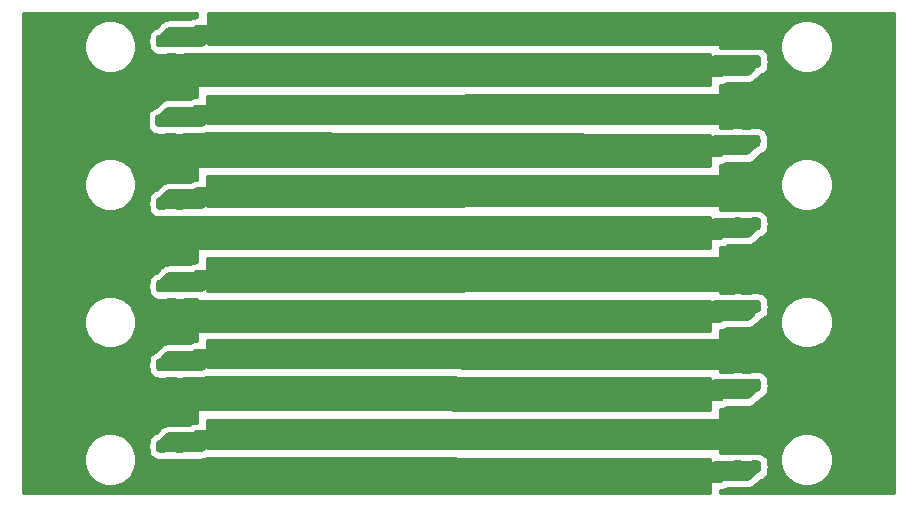
<source format=gtl>
G04 #@! TF.GenerationSoftware,KiCad,Pcbnew,5.1.9*
G04 #@! TF.CreationDate,2021-04-12T04:53:29-03:00*
G04 #@! TF.ProjectId,Caps,43617073-2e6b-4696-9361-645f70636258,rev?*
G04 #@! TF.SameCoordinates,Original*
G04 #@! TF.FileFunction,Copper,L1,Top*
G04 #@! TF.FilePolarity,Positive*
%FSLAX46Y46*%
G04 Gerber Fmt 4.6, Leading zero omitted, Abs format (unit mm)*
G04 Created by KiCad (PCBNEW 5.1.9) date 2021-04-12 04:53:29*
%MOMM*%
%LPD*%
G01*
G04 APERTURE LIST*
G04 #@! TA.AperFunction,ViaPad*
%ADD10C,0.400000*%
G04 #@! TD*
G04 #@! TA.AperFunction,Conductor*
%ADD11C,1.000000*%
G04 #@! TD*
G04 #@! TA.AperFunction,Conductor*
%ADD12C,0.254000*%
G04 #@! TD*
G04 #@! TA.AperFunction,Conductor*
%ADD13C,0.100000*%
G04 #@! TD*
G04 APERTURE END LIST*
G04 #@! TA.AperFunction,SMDPad,CuDef*
G36*
G01*
X124087517Y-91480000D02*
X124562517Y-91480000D01*
G75*
G02*
X124800017Y-91717500I0J-237500D01*
G01*
X124800017Y-92317500D01*
G75*
G02*
X124562517Y-92555000I-237500J0D01*
G01*
X124087517Y-92555000D01*
G75*
G02*
X123850017Y-92317500I0J237500D01*
G01*
X123850017Y-91717500D01*
G75*
G02*
X124087517Y-91480000I237500J0D01*
G01*
G37*
G04 #@! TD.AperFunction*
G04 #@! TA.AperFunction,SMDPad,CuDef*
G36*
G01*
X124087517Y-89755000D02*
X124562517Y-89755000D01*
G75*
G02*
X124800017Y-89992500I0J-237500D01*
G01*
X124800017Y-90592500D01*
G75*
G02*
X124562517Y-90830000I-237500J0D01*
G01*
X124087517Y-90830000D01*
G75*
G02*
X123850017Y-90592500I0J237500D01*
G01*
X123850017Y-89992500D01*
G75*
G02*
X124087517Y-89755000I237500J0D01*
G01*
G37*
G04 #@! TD.AperFunction*
G04 #@! TA.AperFunction,SMDPad,CuDef*
G36*
G01*
X122562500Y-91475000D02*
X123037500Y-91475000D01*
G75*
G02*
X123275000Y-91712500I0J-237500D01*
G01*
X123275000Y-92312500D01*
G75*
G02*
X123037500Y-92550000I-237500J0D01*
G01*
X122562500Y-92550000D01*
G75*
G02*
X122325000Y-92312500I0J237500D01*
G01*
X122325000Y-91712500D01*
G75*
G02*
X122562500Y-91475000I237500J0D01*
G01*
G37*
G04 #@! TD.AperFunction*
G04 #@! TA.AperFunction,SMDPad,CuDef*
G36*
G01*
X122562500Y-89750000D02*
X123037500Y-89750000D01*
G75*
G02*
X123275000Y-89987500I0J-237500D01*
G01*
X123275000Y-90587500D01*
G75*
G02*
X123037500Y-90825000I-237500J0D01*
G01*
X122562500Y-90825000D01*
G75*
G02*
X122325000Y-90587500I0J237500D01*
G01*
X122325000Y-89987500D01*
G75*
G02*
X122562500Y-89750000I237500J0D01*
G01*
G37*
G04 #@! TD.AperFunction*
G04 #@! TA.AperFunction,SMDPad,CuDef*
G36*
G01*
X145275011Y-106045000D02*
X147475017Y-106045000D01*
G75*
G02*
X147725014Y-106294997I0J-249997D01*
G01*
X147725014Y-107120003D01*
G75*
G02*
X147475017Y-107370000I-249997J0D01*
G01*
X145275011Y-107370000D01*
G75*
G02*
X145025014Y-107120003I0J249997D01*
G01*
X145025014Y-106294997D01*
G75*
G02*
X145275011Y-106045000I249997J0D01*
G01*
G37*
G04 #@! TD.AperFunction*
G04 #@! TA.AperFunction,SMDPad,CuDef*
G36*
G01*
X145275011Y-102920000D02*
X147475017Y-102920000D01*
G75*
G02*
X147725014Y-103169997I0J-249997D01*
G01*
X147725014Y-103995003D01*
G75*
G02*
X147475017Y-104245000I-249997J0D01*
G01*
X145275011Y-104245000D01*
G75*
G02*
X145025014Y-103995003I0J249997D01*
G01*
X145025014Y-103169997D01*
G75*
G02*
X145275011Y-102920000I249997J0D01*
G01*
G37*
G04 #@! TD.AperFunction*
G04 #@! TA.AperFunction,SMDPad,CuDef*
G36*
G01*
X128975013Y-92055000D02*
X131175019Y-92055000D01*
G75*
G02*
X131425016Y-92304997I0J-249997D01*
G01*
X131425016Y-93130003D01*
G75*
G02*
X131175019Y-93380000I-249997J0D01*
G01*
X128975013Y-93380000D01*
G75*
G02*
X128725016Y-93130003I0J249997D01*
G01*
X128725016Y-92304997D01*
G75*
G02*
X128975013Y-92055000I249997J0D01*
G01*
G37*
G04 #@! TD.AperFunction*
G04 #@! TA.AperFunction,SMDPad,CuDef*
G36*
G01*
X128975013Y-88930000D02*
X131175019Y-88930000D01*
G75*
G02*
X131425016Y-89179997I0J-249997D01*
G01*
X131425016Y-90005003D01*
G75*
G02*
X131175019Y-90255000I-249997J0D01*
G01*
X128975013Y-90255000D01*
G75*
G02*
X128725016Y-90005003I0J249997D01*
G01*
X128725016Y-89179997D01*
G75*
G02*
X128975013Y-88930000I249997J0D01*
G01*
G37*
G04 #@! TD.AperFunction*
G04 #@! TA.AperFunction,SMDPad,CuDef*
G36*
G01*
X142025021Y-106045000D02*
X144225027Y-106045000D01*
G75*
G02*
X144475024Y-106294997I0J-249997D01*
G01*
X144475024Y-107120003D01*
G75*
G02*
X144225027Y-107370000I-249997J0D01*
G01*
X142025021Y-107370000D01*
G75*
G02*
X141775024Y-107120003I0J249997D01*
G01*
X141775024Y-106294997D01*
G75*
G02*
X142025021Y-106045000I249997J0D01*
G01*
G37*
G04 #@! TD.AperFunction*
G04 #@! TA.AperFunction,SMDPad,CuDef*
G36*
G01*
X142025021Y-102920000D02*
X144225027Y-102920000D01*
G75*
G02*
X144475024Y-103169997I0J-249997D01*
G01*
X144475024Y-103995003D01*
G75*
G02*
X144225027Y-104245000I-249997J0D01*
G01*
X142025021Y-104245000D01*
G75*
G02*
X141775024Y-103995003I0J249997D01*
G01*
X141775024Y-103169997D01*
G75*
G02*
X142025021Y-102920000I249997J0D01*
G01*
G37*
G04 #@! TD.AperFunction*
G04 #@! TA.AperFunction,SMDPad,CuDef*
G36*
G01*
X141975009Y-92055000D02*
X144175015Y-92055000D01*
G75*
G02*
X144425012Y-92304997I0J-249997D01*
G01*
X144425012Y-93130003D01*
G75*
G02*
X144175015Y-93380000I-249997J0D01*
G01*
X141975009Y-93380000D01*
G75*
G02*
X141725012Y-93130003I0J249997D01*
G01*
X141725012Y-92304997D01*
G75*
G02*
X141975009Y-92055000I249997J0D01*
G01*
G37*
G04 #@! TD.AperFunction*
G04 #@! TA.AperFunction,SMDPad,CuDef*
G36*
G01*
X141975009Y-88930000D02*
X144175015Y-88930000D01*
G75*
G02*
X144425012Y-89179997I0J-249997D01*
G01*
X144425012Y-90005003D01*
G75*
G02*
X144175015Y-90255000I-249997J0D01*
G01*
X141975009Y-90255000D01*
G75*
G02*
X141725012Y-90005003I0J249997D01*
G01*
X141725012Y-89179997D01*
G75*
G02*
X141975009Y-88930000I249997J0D01*
G01*
G37*
G04 #@! TD.AperFunction*
G04 #@! TA.AperFunction,SMDPad,CuDef*
G36*
G01*
X135475011Y-92055000D02*
X137675017Y-92055000D01*
G75*
G02*
X137925014Y-92304997I0J-249997D01*
G01*
X137925014Y-93130003D01*
G75*
G02*
X137675017Y-93380000I-249997J0D01*
G01*
X135475011Y-93380000D01*
G75*
G02*
X135225014Y-93130003I0J249997D01*
G01*
X135225014Y-92304997D01*
G75*
G02*
X135475011Y-92055000I249997J0D01*
G01*
G37*
G04 #@! TD.AperFunction*
G04 #@! TA.AperFunction,SMDPad,CuDef*
G36*
G01*
X135475011Y-88930000D02*
X137675017Y-88930000D01*
G75*
G02*
X137925014Y-89179997I0J-249997D01*
G01*
X137925014Y-90005003D01*
G75*
G02*
X137675017Y-90255000I-249997J0D01*
G01*
X135475011Y-90255000D01*
G75*
G02*
X135225014Y-90005003I0J249997D01*
G01*
X135225014Y-89179997D01*
G75*
G02*
X135475011Y-88930000I249997J0D01*
G01*
G37*
G04 #@! TD.AperFunction*
G04 #@! TA.AperFunction,SMDPad,CuDef*
G36*
G01*
X135525025Y-106045000D02*
X137725031Y-106045000D01*
G75*
G02*
X137975028Y-106294997I0J-249997D01*
G01*
X137975028Y-107120003D01*
G75*
G02*
X137725031Y-107370000I-249997J0D01*
G01*
X135525025Y-107370000D01*
G75*
G02*
X135275028Y-107120003I0J249997D01*
G01*
X135275028Y-106294997D01*
G75*
G02*
X135525025Y-106045000I249997J0D01*
G01*
G37*
G04 #@! TD.AperFunction*
G04 #@! TA.AperFunction,SMDPad,CuDef*
G36*
G01*
X135525025Y-102920000D02*
X137725031Y-102920000D01*
G75*
G02*
X137975028Y-103169997I0J-249997D01*
G01*
X137975028Y-103995003D01*
G75*
G02*
X137725031Y-104245000I-249997J0D01*
G01*
X135525025Y-104245000D01*
G75*
G02*
X135275028Y-103995003I0J249997D01*
G01*
X135275028Y-103169997D01*
G75*
G02*
X135525025Y-102920000I249997J0D01*
G01*
G37*
G04 #@! TD.AperFunction*
G04 #@! TA.AperFunction,SMDPad,CuDef*
G36*
G01*
X151725002Y-92055000D02*
X153925008Y-92055000D01*
G75*
G02*
X154175005Y-92304997I0J-249997D01*
G01*
X154175005Y-93130003D01*
G75*
G02*
X153925008Y-93380000I-249997J0D01*
G01*
X151725002Y-93380000D01*
G75*
G02*
X151475005Y-93130003I0J249997D01*
G01*
X151475005Y-92304997D01*
G75*
G02*
X151725002Y-92055000I249997J0D01*
G01*
G37*
G04 #@! TD.AperFunction*
G04 #@! TA.AperFunction,SMDPad,CuDef*
G36*
G01*
X151725002Y-88930000D02*
X153925008Y-88930000D01*
G75*
G02*
X154175005Y-89179997I0J-249997D01*
G01*
X154175005Y-90005003D01*
G75*
G02*
X153925008Y-90255000I-249997J0D01*
G01*
X151725002Y-90255000D01*
G75*
G02*
X151475005Y-90005003I0J249997D01*
G01*
X151475005Y-89179997D01*
G75*
G02*
X151725002Y-88930000I249997J0D01*
G01*
G37*
G04 #@! TD.AperFunction*
G04 #@! TA.AperFunction,SMDPad,CuDef*
G36*
G01*
X125774997Y-106050000D02*
X127975003Y-106050000D01*
G75*
G02*
X128225000Y-106299997I0J-249997D01*
G01*
X128225000Y-107125003D01*
G75*
G02*
X127975003Y-107375000I-249997J0D01*
G01*
X125774997Y-107375000D01*
G75*
G02*
X125525000Y-107125003I0J249997D01*
G01*
X125525000Y-106299997D01*
G75*
G02*
X125774997Y-106050000I249997J0D01*
G01*
G37*
G04 #@! TD.AperFunction*
G04 #@! TA.AperFunction,SMDPad,CuDef*
G36*
G01*
X125774997Y-102925000D02*
X127975003Y-102925000D01*
G75*
G02*
X128225000Y-103174997I0J-249997D01*
G01*
X128225000Y-104000003D01*
G75*
G02*
X127975003Y-104250000I-249997J0D01*
G01*
X125774997Y-104250000D01*
G75*
G02*
X125525000Y-104000003I0J249997D01*
G01*
X125525000Y-103174997D01*
G75*
G02*
X125774997Y-102925000I249997J0D01*
G01*
G37*
G04 #@! TD.AperFunction*
G04 #@! TA.AperFunction,SMDPad,CuDef*
G36*
G01*
X125774997Y-92050000D02*
X127975003Y-92050000D01*
G75*
G02*
X128225000Y-92299997I0J-249997D01*
G01*
X128225000Y-93125003D01*
G75*
G02*
X127975003Y-93375000I-249997J0D01*
G01*
X125774997Y-93375000D01*
G75*
G02*
X125525000Y-93125003I0J249997D01*
G01*
X125525000Y-92299997D01*
G75*
G02*
X125774997Y-92050000I249997J0D01*
G01*
G37*
G04 #@! TD.AperFunction*
G04 #@! TA.AperFunction,SMDPad,CuDef*
G36*
G01*
X125774997Y-88925000D02*
X127975003Y-88925000D01*
G75*
G02*
X128225000Y-89174997I0J-249997D01*
G01*
X128225000Y-90000003D01*
G75*
G02*
X127975003Y-90250000I-249997J0D01*
G01*
X125774997Y-90250000D01*
G75*
G02*
X125525000Y-90000003I0J249997D01*
G01*
X125525000Y-89174997D01*
G75*
G02*
X125774997Y-88925000I249997J0D01*
G01*
G37*
G04 #@! TD.AperFunction*
G04 #@! TA.AperFunction,SMDPad,CuDef*
G36*
G01*
X145225004Y-92055000D02*
X147425010Y-92055000D01*
G75*
G02*
X147675007Y-92304997I0J-249997D01*
G01*
X147675007Y-93130003D01*
G75*
G02*
X147425010Y-93380000I-249997J0D01*
G01*
X145225004Y-93380000D01*
G75*
G02*
X144975007Y-93130003I0J249997D01*
G01*
X144975007Y-92304997D01*
G75*
G02*
X145225004Y-92055000I249997J0D01*
G01*
G37*
G04 #@! TD.AperFunction*
G04 #@! TA.AperFunction,SMDPad,CuDef*
G36*
G01*
X145225004Y-88930000D02*
X147425010Y-88930000D01*
G75*
G02*
X147675007Y-89179997I0J-249997D01*
G01*
X147675007Y-90005003D01*
G75*
G02*
X147425010Y-90255000I-249997J0D01*
G01*
X145225004Y-90255000D01*
G75*
G02*
X144975007Y-90005003I0J249997D01*
G01*
X144975007Y-89179997D01*
G75*
G02*
X145225004Y-88930000I249997J0D01*
G01*
G37*
G04 #@! TD.AperFunction*
G04 #@! TA.AperFunction,SMDPad,CuDef*
G36*
G01*
X148475003Y-92055000D02*
X150675009Y-92055000D01*
G75*
G02*
X150925006Y-92304997I0J-249997D01*
G01*
X150925006Y-93130003D01*
G75*
G02*
X150675009Y-93380000I-249997J0D01*
G01*
X148475003Y-93380000D01*
G75*
G02*
X148225006Y-93130003I0J249997D01*
G01*
X148225006Y-92304997D01*
G75*
G02*
X148475003Y-92055000I249997J0D01*
G01*
G37*
G04 #@! TD.AperFunction*
G04 #@! TA.AperFunction,SMDPad,CuDef*
G36*
G01*
X148475003Y-88930000D02*
X150675009Y-88930000D01*
G75*
G02*
X150925006Y-89179997I0J-249997D01*
G01*
X150925006Y-90005003D01*
G75*
G02*
X150675009Y-90255000I-249997J0D01*
G01*
X148475003Y-90255000D01*
G75*
G02*
X148225006Y-90005003I0J249997D01*
G01*
X148225006Y-89179997D01*
G75*
G02*
X148475003Y-88930000I249997J0D01*
G01*
G37*
G04 #@! TD.AperFunction*
G04 #@! TA.AperFunction,SMDPad,CuDef*
G36*
G01*
X129025029Y-106045000D02*
X131225035Y-106045000D01*
G75*
G02*
X131475032Y-106294997I0J-249997D01*
G01*
X131475032Y-107120003D01*
G75*
G02*
X131225035Y-107370000I-249997J0D01*
G01*
X129025029Y-107370000D01*
G75*
G02*
X128775032Y-107120003I0J249997D01*
G01*
X128775032Y-106294997D01*
G75*
G02*
X129025029Y-106045000I249997J0D01*
G01*
G37*
G04 #@! TD.AperFunction*
G04 #@! TA.AperFunction,SMDPad,CuDef*
G36*
G01*
X129025029Y-102920000D02*
X131225035Y-102920000D01*
G75*
G02*
X131475032Y-103169997I0J-249997D01*
G01*
X131475032Y-103995003D01*
G75*
G02*
X131225035Y-104245000I-249997J0D01*
G01*
X129025029Y-104245000D01*
G75*
G02*
X128775032Y-103995003I0J249997D01*
G01*
X128775032Y-103169997D01*
G75*
G02*
X129025029Y-102920000I249997J0D01*
G01*
G37*
G04 #@! TD.AperFunction*
G04 #@! TA.AperFunction,SMDPad,CuDef*
G36*
G01*
X155025005Y-106045000D02*
X157225011Y-106045000D01*
G75*
G02*
X157475008Y-106294997I0J-249997D01*
G01*
X157475008Y-107120003D01*
G75*
G02*
X157225011Y-107370000I-249997J0D01*
G01*
X155025005Y-107370000D01*
G75*
G02*
X154775008Y-107120003I0J249997D01*
G01*
X154775008Y-106294997D01*
G75*
G02*
X155025005Y-106045000I249997J0D01*
G01*
G37*
G04 #@! TD.AperFunction*
G04 #@! TA.AperFunction,SMDPad,CuDef*
G36*
G01*
X155025005Y-102920000D02*
X157225011Y-102920000D01*
G75*
G02*
X157475008Y-103169997I0J-249997D01*
G01*
X157475008Y-103995003D01*
G75*
G02*
X157225011Y-104245000I-249997J0D01*
G01*
X155025005Y-104245000D01*
G75*
G02*
X154775008Y-103995003I0J249997D01*
G01*
X154775008Y-103169997D01*
G75*
G02*
X155025005Y-102920000I249997J0D01*
G01*
G37*
G04 #@! TD.AperFunction*
G04 #@! TA.AperFunction,SMDPad,CuDef*
G36*
G01*
X172887500Y-105457500D02*
X173362500Y-105457500D01*
G75*
G02*
X173600000Y-105695000I0J-237500D01*
G01*
X173600000Y-106295000D01*
G75*
G02*
X173362500Y-106532500I-237500J0D01*
G01*
X172887500Y-106532500D01*
G75*
G02*
X172650000Y-106295000I0J237500D01*
G01*
X172650000Y-105695000D01*
G75*
G02*
X172887500Y-105457500I237500J0D01*
G01*
G37*
G04 #@! TD.AperFunction*
G04 #@! TA.AperFunction,SMDPad,CuDef*
G36*
G01*
X172887500Y-103732500D02*
X173362500Y-103732500D01*
G75*
G02*
X173600000Y-103970000I0J-237500D01*
G01*
X173600000Y-104570000D01*
G75*
G02*
X173362500Y-104807500I-237500J0D01*
G01*
X172887500Y-104807500D01*
G75*
G02*
X172650000Y-104570000I0J237500D01*
G01*
X172650000Y-103970000D01*
G75*
G02*
X172887500Y-103732500I237500J0D01*
G01*
G37*
G04 #@! TD.AperFunction*
G04 #@! TA.AperFunction,SMDPad,CuDef*
G36*
G01*
X171337517Y-91480000D02*
X171812517Y-91480000D01*
G75*
G02*
X172050017Y-91717500I0J-237500D01*
G01*
X172050017Y-92317500D01*
G75*
G02*
X171812517Y-92555000I-237500J0D01*
G01*
X171337517Y-92555000D01*
G75*
G02*
X171100017Y-92317500I0J237500D01*
G01*
X171100017Y-91717500D01*
G75*
G02*
X171337517Y-91480000I237500J0D01*
G01*
G37*
G04 #@! TD.AperFunction*
G04 #@! TA.AperFunction,SMDPad,CuDef*
G36*
G01*
X171337517Y-89755000D02*
X171812517Y-89755000D01*
G75*
G02*
X172050017Y-89992500I0J-237500D01*
G01*
X172050017Y-90592500D01*
G75*
G02*
X171812517Y-90830000I-237500J0D01*
G01*
X171337517Y-90830000D01*
G75*
G02*
X171100017Y-90592500I0J237500D01*
G01*
X171100017Y-89992500D01*
G75*
G02*
X171337517Y-89755000I237500J0D01*
G01*
G37*
G04 #@! TD.AperFunction*
G04 #@! TA.AperFunction,SMDPad,CuDef*
G36*
G01*
X122637534Y-105470000D02*
X123112534Y-105470000D01*
G75*
G02*
X123350034Y-105707500I0J-237500D01*
G01*
X123350034Y-106307500D01*
G75*
G02*
X123112534Y-106545000I-237500J0D01*
G01*
X122637534Y-106545000D01*
G75*
G02*
X122400034Y-106307500I0J237500D01*
G01*
X122400034Y-105707500D01*
G75*
G02*
X122637534Y-105470000I237500J0D01*
G01*
G37*
G04 #@! TD.AperFunction*
G04 #@! TA.AperFunction,SMDPad,CuDef*
G36*
G01*
X122637534Y-103745000D02*
X123112534Y-103745000D01*
G75*
G02*
X123350034Y-103982500I0J-237500D01*
G01*
X123350034Y-104582500D01*
G75*
G02*
X123112534Y-104820000I-237500J0D01*
G01*
X122637534Y-104820000D01*
G75*
G02*
X122400034Y-104582500I0J237500D01*
G01*
X122400034Y-103982500D01*
G75*
G02*
X122637534Y-103745000I237500J0D01*
G01*
G37*
G04 #@! TD.AperFunction*
G04 #@! TA.AperFunction,SMDPad,CuDef*
G36*
G01*
X172837517Y-91480000D02*
X173312517Y-91480000D01*
G75*
G02*
X173550017Y-91717500I0J-237500D01*
G01*
X173550017Y-92317500D01*
G75*
G02*
X173312517Y-92555000I-237500J0D01*
G01*
X172837517Y-92555000D01*
G75*
G02*
X172600017Y-92317500I0J237500D01*
G01*
X172600017Y-91717500D01*
G75*
G02*
X172837517Y-91480000I237500J0D01*
G01*
G37*
G04 #@! TD.AperFunction*
G04 #@! TA.AperFunction,SMDPad,CuDef*
G36*
G01*
X172837517Y-89755000D02*
X173312517Y-89755000D01*
G75*
G02*
X173550017Y-89992500I0J-237500D01*
G01*
X173550017Y-90592500D01*
G75*
G02*
X173312517Y-90830000I-237500J0D01*
G01*
X172837517Y-90830000D01*
G75*
G02*
X172600017Y-90592500I0J237500D01*
G01*
X172600017Y-89992500D01*
G75*
G02*
X172837517Y-89755000I237500J0D01*
G01*
G37*
G04 #@! TD.AperFunction*
G04 #@! TA.AperFunction,SMDPad,CuDef*
G36*
G01*
X161474999Y-92055000D02*
X163675005Y-92055000D01*
G75*
G02*
X163925002Y-92304997I0J-249997D01*
G01*
X163925002Y-93130003D01*
G75*
G02*
X163675005Y-93380000I-249997J0D01*
G01*
X161474999Y-93380000D01*
G75*
G02*
X161225002Y-93130003I0J249997D01*
G01*
X161225002Y-92304997D01*
G75*
G02*
X161474999Y-92055000I249997J0D01*
G01*
G37*
G04 #@! TD.AperFunction*
G04 #@! TA.AperFunction,SMDPad,CuDef*
G36*
G01*
X161474999Y-88930000D02*
X163675005Y-88930000D01*
G75*
G02*
X163925002Y-89179997I0J-249997D01*
G01*
X163925002Y-90005003D01*
G75*
G02*
X163675005Y-90255000I-249997J0D01*
G01*
X161474999Y-90255000D01*
G75*
G02*
X161225002Y-90005003I0J249997D01*
G01*
X161225002Y-89179997D01*
G75*
G02*
X161474999Y-88930000I249997J0D01*
G01*
G37*
G04 #@! TD.AperFunction*
G04 #@! TA.AperFunction,SMDPad,CuDef*
G36*
G01*
X164774999Y-106045000D02*
X166975005Y-106045000D01*
G75*
G02*
X167225002Y-106294997I0J-249997D01*
G01*
X167225002Y-107120003D01*
G75*
G02*
X166975005Y-107370000I-249997J0D01*
G01*
X164774999Y-107370000D01*
G75*
G02*
X164525002Y-107120003I0J249997D01*
G01*
X164525002Y-106294997D01*
G75*
G02*
X164774999Y-106045000I249997J0D01*
G01*
G37*
G04 #@! TD.AperFunction*
G04 #@! TA.AperFunction,SMDPad,CuDef*
G36*
G01*
X164774999Y-102920000D02*
X166975005Y-102920000D01*
G75*
G02*
X167225002Y-103169997I0J-249997D01*
G01*
X167225002Y-103995003D01*
G75*
G02*
X166975005Y-104245000I-249997J0D01*
G01*
X164774999Y-104245000D01*
G75*
G02*
X164525002Y-103995003I0J249997D01*
G01*
X164525002Y-103169997D01*
G75*
G02*
X164774999Y-102920000I249997J0D01*
G01*
G37*
G04 #@! TD.AperFunction*
G04 #@! TA.AperFunction,SMDPad,CuDef*
G36*
G01*
X158275003Y-106045000D02*
X160475009Y-106045000D01*
G75*
G02*
X160725006Y-106294997I0J-249997D01*
G01*
X160725006Y-107120003D01*
G75*
G02*
X160475009Y-107370000I-249997J0D01*
G01*
X158275003Y-107370000D01*
G75*
G02*
X158025006Y-107120003I0J249997D01*
G01*
X158025006Y-106294997D01*
G75*
G02*
X158275003Y-106045000I249997J0D01*
G01*
G37*
G04 #@! TD.AperFunction*
G04 #@! TA.AperFunction,SMDPad,CuDef*
G36*
G01*
X158275003Y-102920000D02*
X160475009Y-102920000D01*
G75*
G02*
X160725006Y-103169997I0J-249997D01*
G01*
X160725006Y-103995003D01*
G75*
G02*
X160475009Y-104245000I-249997J0D01*
G01*
X158275003Y-104245000D01*
G75*
G02*
X158025006Y-103995003I0J249997D01*
G01*
X158025006Y-103169997D01*
G75*
G02*
X158275003Y-102920000I249997J0D01*
G01*
G37*
G04 #@! TD.AperFunction*
G04 #@! TA.AperFunction,SMDPad,CuDef*
G36*
G01*
X154975001Y-92055000D02*
X157175007Y-92055000D01*
G75*
G02*
X157425004Y-92304997I0J-249997D01*
G01*
X157425004Y-93130003D01*
G75*
G02*
X157175007Y-93380000I-249997J0D01*
G01*
X154975001Y-93380000D01*
G75*
G02*
X154725004Y-93130003I0J249997D01*
G01*
X154725004Y-92304997D01*
G75*
G02*
X154975001Y-92055000I249997J0D01*
G01*
G37*
G04 #@! TD.AperFunction*
G04 #@! TA.AperFunction,SMDPad,CuDef*
G36*
G01*
X154975001Y-88930000D02*
X157175007Y-88930000D01*
G75*
G02*
X157425004Y-89179997I0J-249997D01*
G01*
X157425004Y-90005003D01*
G75*
G02*
X157175007Y-90255000I-249997J0D01*
G01*
X154975001Y-90255000D01*
G75*
G02*
X154725004Y-90005003I0J249997D01*
G01*
X154725004Y-89179997D01*
G75*
G02*
X154975001Y-88930000I249997J0D01*
G01*
G37*
G04 #@! TD.AperFunction*
G04 #@! TA.AperFunction,SMDPad,CuDef*
G36*
G01*
X132275027Y-106045000D02*
X134475033Y-106045000D01*
G75*
G02*
X134725030Y-106294997I0J-249997D01*
G01*
X134725030Y-107120003D01*
G75*
G02*
X134475033Y-107370000I-249997J0D01*
G01*
X132275027Y-107370000D01*
G75*
G02*
X132025030Y-107120003I0J249997D01*
G01*
X132025030Y-106294997D01*
G75*
G02*
X132275027Y-106045000I249997J0D01*
G01*
G37*
G04 #@! TD.AperFunction*
G04 #@! TA.AperFunction,SMDPad,CuDef*
G36*
G01*
X132275027Y-102920000D02*
X134475033Y-102920000D01*
G75*
G02*
X134725030Y-103169997I0J-249997D01*
G01*
X134725030Y-103995003D01*
G75*
G02*
X134475033Y-104245000I-249997J0D01*
G01*
X132275027Y-104245000D01*
G75*
G02*
X132025030Y-103995003I0J249997D01*
G01*
X132025030Y-103169997D01*
G75*
G02*
X132275027Y-102920000I249997J0D01*
G01*
G37*
G04 #@! TD.AperFunction*
G04 #@! TA.AperFunction,SMDPad,CuDef*
G36*
G01*
X158225000Y-92055000D02*
X160425006Y-92055000D01*
G75*
G02*
X160675003Y-92304997I0J-249997D01*
G01*
X160675003Y-93130003D01*
G75*
G02*
X160425006Y-93380000I-249997J0D01*
G01*
X158225000Y-93380000D01*
G75*
G02*
X157975003Y-93130003I0J249997D01*
G01*
X157975003Y-92304997D01*
G75*
G02*
X158225000Y-92055000I249997J0D01*
G01*
G37*
G04 #@! TD.AperFunction*
G04 #@! TA.AperFunction,SMDPad,CuDef*
G36*
G01*
X158225000Y-88930000D02*
X160425006Y-88930000D01*
G75*
G02*
X160675003Y-89179997I0J-249997D01*
G01*
X160675003Y-90005003D01*
G75*
G02*
X160425006Y-90255000I-249997J0D01*
G01*
X158225000Y-90255000D01*
G75*
G02*
X157975003Y-90005003I0J249997D01*
G01*
X157975003Y-89179997D01*
G75*
G02*
X158225000Y-88930000I249997J0D01*
G01*
G37*
G04 #@! TD.AperFunction*
G04 #@! TA.AperFunction,SMDPad,CuDef*
G36*
G01*
X161525001Y-106045000D02*
X163725007Y-106045000D01*
G75*
G02*
X163975004Y-106294997I0J-249997D01*
G01*
X163975004Y-107120003D01*
G75*
G02*
X163725007Y-107370000I-249997J0D01*
G01*
X161525001Y-107370000D01*
G75*
G02*
X161275004Y-107120003I0J249997D01*
G01*
X161275004Y-106294997D01*
G75*
G02*
X161525001Y-106045000I249997J0D01*
G01*
G37*
G04 #@! TD.AperFunction*
G04 #@! TA.AperFunction,SMDPad,CuDef*
G36*
G01*
X161525001Y-102920000D02*
X163725007Y-102920000D01*
G75*
G02*
X163975004Y-103169997I0J-249997D01*
G01*
X163975004Y-103995003D01*
G75*
G02*
X163725007Y-104245000I-249997J0D01*
G01*
X161525001Y-104245000D01*
G75*
G02*
X161275004Y-103995003I0J249997D01*
G01*
X161275004Y-103169997D01*
G75*
G02*
X161525001Y-102920000I249997J0D01*
G01*
G37*
G04 #@! TD.AperFunction*
G04 #@! TA.AperFunction,SMDPad,CuDef*
G36*
G01*
X164724998Y-92055000D02*
X166925004Y-92055000D01*
G75*
G02*
X167175001Y-92304997I0J-249997D01*
G01*
X167175001Y-93130003D01*
G75*
G02*
X166925004Y-93380000I-249997J0D01*
G01*
X164724998Y-93380000D01*
G75*
G02*
X164475001Y-93130003I0J249997D01*
G01*
X164475001Y-92304997D01*
G75*
G02*
X164724998Y-92055000I249997J0D01*
G01*
G37*
G04 #@! TD.AperFunction*
G04 #@! TA.AperFunction,SMDPad,CuDef*
G36*
G01*
X164724998Y-88930000D02*
X166925004Y-88930000D01*
G75*
G02*
X167175001Y-89179997I0J-249997D01*
G01*
X167175001Y-90005003D01*
G75*
G02*
X166925004Y-90255000I-249997J0D01*
G01*
X164724998Y-90255000D01*
G75*
G02*
X164475001Y-90005003I0J249997D01*
G01*
X164475001Y-89179997D01*
G75*
G02*
X164724998Y-88930000I249997J0D01*
G01*
G37*
G04 #@! TD.AperFunction*
G04 #@! TA.AperFunction,SMDPad,CuDef*
G36*
G01*
X138775023Y-106045000D02*
X140975029Y-106045000D01*
G75*
G02*
X141225026Y-106294997I0J-249997D01*
G01*
X141225026Y-107120003D01*
G75*
G02*
X140975029Y-107370000I-249997J0D01*
G01*
X138775023Y-107370000D01*
G75*
G02*
X138525026Y-107120003I0J249997D01*
G01*
X138525026Y-106294997D01*
G75*
G02*
X138775023Y-106045000I249997J0D01*
G01*
G37*
G04 #@! TD.AperFunction*
G04 #@! TA.AperFunction,SMDPad,CuDef*
G36*
G01*
X138775023Y-102920000D02*
X140975029Y-102920000D01*
G75*
G02*
X141225026Y-103169997I0J-249997D01*
G01*
X141225026Y-103995003D01*
G75*
G02*
X140975029Y-104245000I-249997J0D01*
G01*
X138775023Y-104245000D01*
G75*
G02*
X138525026Y-103995003I0J249997D01*
G01*
X138525026Y-103169997D01*
G75*
G02*
X138775023Y-102920000I249997J0D01*
G01*
G37*
G04 #@! TD.AperFunction*
G04 #@! TA.AperFunction,SMDPad,CuDef*
G36*
G01*
X168024997Y-106045000D02*
X170225003Y-106045000D01*
G75*
G02*
X170475000Y-106294997I0J-249997D01*
G01*
X170475000Y-107120003D01*
G75*
G02*
X170225003Y-107370000I-249997J0D01*
G01*
X168024997Y-107370000D01*
G75*
G02*
X167775000Y-107120003I0J249997D01*
G01*
X167775000Y-106294997D01*
G75*
G02*
X168024997Y-106045000I249997J0D01*
G01*
G37*
G04 #@! TD.AperFunction*
G04 #@! TA.AperFunction,SMDPad,CuDef*
G36*
G01*
X168024997Y-102920000D02*
X170225003Y-102920000D01*
G75*
G02*
X170475000Y-103169997I0J-249997D01*
G01*
X170475000Y-103995003D01*
G75*
G02*
X170225003Y-104245000I-249997J0D01*
G01*
X168024997Y-104245000D01*
G75*
G02*
X167775000Y-103995003I0J249997D01*
G01*
X167775000Y-103169997D01*
G75*
G02*
X168024997Y-102920000I249997J0D01*
G01*
G37*
G04 #@! TD.AperFunction*
G04 #@! TA.AperFunction,SMDPad,CuDef*
G36*
G01*
X167974997Y-92055000D02*
X170175003Y-92055000D01*
G75*
G02*
X170425000Y-92304997I0J-249997D01*
G01*
X170425000Y-93130003D01*
G75*
G02*
X170175003Y-93380000I-249997J0D01*
G01*
X167974997Y-93380000D01*
G75*
G02*
X167725000Y-93130003I0J249997D01*
G01*
X167725000Y-92304997D01*
G75*
G02*
X167974997Y-92055000I249997J0D01*
G01*
G37*
G04 #@! TD.AperFunction*
G04 #@! TA.AperFunction,SMDPad,CuDef*
G36*
G01*
X167974997Y-88930000D02*
X170175003Y-88930000D01*
G75*
G02*
X170425000Y-89179997I0J-249997D01*
G01*
X170425000Y-90005003D01*
G75*
G02*
X170175003Y-90255000I-249997J0D01*
G01*
X167974997Y-90255000D01*
G75*
G02*
X167725000Y-90005003I0J249997D01*
G01*
X167725000Y-89179997D01*
G75*
G02*
X167974997Y-88930000I249997J0D01*
G01*
G37*
G04 #@! TD.AperFunction*
G04 #@! TA.AperFunction,SMDPad,CuDef*
G36*
G01*
X132225012Y-92055000D02*
X134425018Y-92055000D01*
G75*
G02*
X134675015Y-92304997I0J-249997D01*
G01*
X134675015Y-93130003D01*
G75*
G02*
X134425018Y-93380000I-249997J0D01*
G01*
X132225012Y-93380000D01*
G75*
G02*
X131975015Y-93130003I0J249997D01*
G01*
X131975015Y-92304997D01*
G75*
G02*
X132225012Y-92055000I249997J0D01*
G01*
G37*
G04 #@! TD.AperFunction*
G04 #@! TA.AperFunction,SMDPad,CuDef*
G36*
G01*
X132225012Y-88930000D02*
X134425018Y-88930000D01*
G75*
G02*
X134675015Y-89179997I0J-249997D01*
G01*
X134675015Y-90005003D01*
G75*
G02*
X134425018Y-90255000I-249997J0D01*
G01*
X132225012Y-90255000D01*
G75*
G02*
X131975015Y-90005003I0J249997D01*
G01*
X131975015Y-89179997D01*
G75*
G02*
X132225012Y-88930000I249997J0D01*
G01*
G37*
G04 #@! TD.AperFunction*
G04 #@! TA.AperFunction,SMDPad,CuDef*
G36*
G01*
X148525009Y-106045000D02*
X150725015Y-106045000D01*
G75*
G02*
X150975012Y-106294997I0J-249997D01*
G01*
X150975012Y-107120003D01*
G75*
G02*
X150725015Y-107370000I-249997J0D01*
G01*
X148525009Y-107370000D01*
G75*
G02*
X148275012Y-107120003I0J249997D01*
G01*
X148275012Y-106294997D01*
G75*
G02*
X148525009Y-106045000I249997J0D01*
G01*
G37*
G04 #@! TD.AperFunction*
G04 #@! TA.AperFunction,SMDPad,CuDef*
G36*
G01*
X148525009Y-102920000D02*
X150725015Y-102920000D01*
G75*
G02*
X150975012Y-103169997I0J-249997D01*
G01*
X150975012Y-103995003D01*
G75*
G02*
X150725015Y-104245000I-249997J0D01*
G01*
X148525009Y-104245000D01*
G75*
G02*
X148275012Y-103995003I0J249997D01*
G01*
X148275012Y-103169997D01*
G75*
G02*
X148525009Y-102920000I249997J0D01*
G01*
G37*
G04 #@! TD.AperFunction*
G04 #@! TA.AperFunction,SMDPad,CuDef*
G36*
G01*
X151775007Y-106045000D02*
X153975013Y-106045000D01*
G75*
G02*
X154225010Y-106294997I0J-249997D01*
G01*
X154225010Y-107120003D01*
G75*
G02*
X153975013Y-107370000I-249997J0D01*
G01*
X151775007Y-107370000D01*
G75*
G02*
X151525010Y-107120003I0J249997D01*
G01*
X151525010Y-106294997D01*
G75*
G02*
X151775007Y-106045000I249997J0D01*
G01*
G37*
G04 #@! TD.AperFunction*
G04 #@! TA.AperFunction,SMDPad,CuDef*
G36*
G01*
X151775007Y-102920000D02*
X153975013Y-102920000D01*
G75*
G02*
X154225010Y-103169997I0J-249997D01*
G01*
X154225010Y-103995003D01*
G75*
G02*
X153975013Y-104245000I-249997J0D01*
G01*
X151775007Y-104245000D01*
G75*
G02*
X151525010Y-103995003I0J249997D01*
G01*
X151525010Y-103169997D01*
G75*
G02*
X151775007Y-102920000I249997J0D01*
G01*
G37*
G04 #@! TD.AperFunction*
G04 #@! TA.AperFunction,SMDPad,CuDef*
G36*
G01*
X138725010Y-92055000D02*
X140925016Y-92055000D01*
G75*
G02*
X141175013Y-92304997I0J-249997D01*
G01*
X141175013Y-93130003D01*
G75*
G02*
X140925016Y-93380000I-249997J0D01*
G01*
X138725010Y-93380000D01*
G75*
G02*
X138475013Y-93130003I0J249997D01*
G01*
X138475013Y-92304997D01*
G75*
G02*
X138725010Y-92055000I249997J0D01*
G01*
G37*
G04 #@! TD.AperFunction*
G04 #@! TA.AperFunction,SMDPad,CuDef*
G36*
G01*
X138725010Y-88930000D02*
X140925016Y-88930000D01*
G75*
G02*
X141175013Y-89179997I0J-249997D01*
G01*
X141175013Y-90005003D01*
G75*
G02*
X140925016Y-90255000I-249997J0D01*
G01*
X138725010Y-90255000D01*
G75*
G02*
X138475013Y-90005003I0J249997D01*
G01*
X138475013Y-89179997D01*
G75*
G02*
X138725010Y-88930000I249997J0D01*
G01*
G37*
G04 #@! TD.AperFunction*
G04 #@! TA.AperFunction,SMDPad,CuDef*
G36*
G01*
X124137534Y-105470000D02*
X124612534Y-105470000D01*
G75*
G02*
X124850034Y-105707500I0J-237500D01*
G01*
X124850034Y-106307500D01*
G75*
G02*
X124612534Y-106545000I-237500J0D01*
G01*
X124137534Y-106545000D01*
G75*
G02*
X123900034Y-106307500I0J237500D01*
G01*
X123900034Y-105707500D01*
G75*
G02*
X124137534Y-105470000I237500J0D01*
G01*
G37*
G04 #@! TD.AperFunction*
G04 #@! TA.AperFunction,SMDPad,CuDef*
G36*
G01*
X124137534Y-103745000D02*
X124612534Y-103745000D01*
G75*
G02*
X124850034Y-103982500I0J-237500D01*
G01*
X124850034Y-104582500D01*
G75*
G02*
X124612534Y-104820000I-237500J0D01*
G01*
X124137534Y-104820000D01*
G75*
G02*
X123900034Y-104582500I0J237500D01*
G01*
X123900034Y-103982500D01*
G75*
G02*
X124137534Y-103745000I237500J0D01*
G01*
G37*
G04 #@! TD.AperFunction*
G04 #@! TA.AperFunction,SMDPad,CuDef*
G36*
G01*
X171387500Y-105457500D02*
X171862500Y-105457500D01*
G75*
G02*
X172100000Y-105695000I0J-237500D01*
G01*
X172100000Y-106295000D01*
G75*
G02*
X171862500Y-106532500I-237500J0D01*
G01*
X171387500Y-106532500D01*
G75*
G02*
X171150000Y-106295000I0J237500D01*
G01*
X171150000Y-105695000D01*
G75*
G02*
X171387500Y-105457500I237500J0D01*
G01*
G37*
G04 #@! TD.AperFunction*
G04 #@! TA.AperFunction,SMDPad,CuDef*
G36*
G01*
X171387500Y-103732500D02*
X171862500Y-103732500D01*
G75*
G02*
X172100000Y-103970000I0J-237500D01*
G01*
X172100000Y-104570000D01*
G75*
G02*
X171862500Y-104807500I-237500J0D01*
G01*
X171387500Y-104807500D01*
G75*
G02*
X171150000Y-104570000I0J237500D01*
G01*
X171150000Y-103970000D01*
G75*
G02*
X171387500Y-103732500I237500J0D01*
G01*
G37*
G04 #@! TD.AperFunction*
G04 #@! TA.AperFunction,SMDPad,CuDef*
G36*
G01*
X122637500Y-119037500D02*
X123112500Y-119037500D01*
G75*
G02*
X123350000Y-119275000I0J-237500D01*
G01*
X123350000Y-119875000D01*
G75*
G02*
X123112500Y-120112500I-237500J0D01*
G01*
X122637500Y-120112500D01*
G75*
G02*
X122400000Y-119875000I0J237500D01*
G01*
X122400000Y-119275000D01*
G75*
G02*
X122637500Y-119037500I237500J0D01*
G01*
G37*
G04 #@! TD.AperFunction*
G04 #@! TA.AperFunction,SMDPad,CuDef*
G36*
G01*
X122637500Y-117312500D02*
X123112500Y-117312500D01*
G75*
G02*
X123350000Y-117550000I0J-237500D01*
G01*
X123350000Y-118150000D01*
G75*
G02*
X123112500Y-118387500I-237500J0D01*
G01*
X122637500Y-118387500D01*
G75*
G02*
X122400000Y-118150000I0J237500D01*
G01*
X122400000Y-117550000D01*
G75*
G02*
X122637500Y-117312500I237500J0D01*
G01*
G37*
G04 #@! TD.AperFunction*
G04 #@! TA.AperFunction,SMDPad,CuDef*
G36*
G01*
X172887500Y-119037500D02*
X173362500Y-119037500D01*
G75*
G02*
X173600000Y-119275000I0J-237500D01*
G01*
X173600000Y-119875000D01*
G75*
G02*
X173362500Y-120112500I-237500J0D01*
G01*
X172887500Y-120112500D01*
G75*
G02*
X172650000Y-119875000I0J237500D01*
G01*
X172650000Y-119275000D01*
G75*
G02*
X172887500Y-119037500I237500J0D01*
G01*
G37*
G04 #@! TD.AperFunction*
G04 #@! TA.AperFunction,SMDPad,CuDef*
G36*
G01*
X172887500Y-117312500D02*
X173362500Y-117312500D01*
G75*
G02*
X173600000Y-117550000I0J-237500D01*
G01*
X173600000Y-118150000D01*
G75*
G02*
X173362500Y-118387500I-237500J0D01*
G01*
X172887500Y-118387500D01*
G75*
G02*
X172650000Y-118150000I0J237500D01*
G01*
X172650000Y-117550000D01*
G75*
G02*
X172887500Y-117312500I237500J0D01*
G01*
G37*
G04 #@! TD.AperFunction*
G04 #@! TA.AperFunction,SMDPad,CuDef*
G36*
G01*
X124137500Y-119037500D02*
X124612500Y-119037500D01*
G75*
G02*
X124850000Y-119275000I0J-237500D01*
G01*
X124850000Y-119875000D01*
G75*
G02*
X124612500Y-120112500I-237500J0D01*
G01*
X124137500Y-120112500D01*
G75*
G02*
X123900000Y-119875000I0J237500D01*
G01*
X123900000Y-119275000D01*
G75*
G02*
X124137500Y-119037500I237500J0D01*
G01*
G37*
G04 #@! TD.AperFunction*
G04 #@! TA.AperFunction,SMDPad,CuDef*
G36*
G01*
X124137500Y-117312500D02*
X124612500Y-117312500D01*
G75*
G02*
X124850000Y-117550000I0J-237500D01*
G01*
X124850000Y-118150000D01*
G75*
G02*
X124612500Y-118387500I-237500J0D01*
G01*
X124137500Y-118387500D01*
G75*
G02*
X123900000Y-118150000I0J237500D01*
G01*
X123900000Y-117550000D01*
G75*
G02*
X124137500Y-117312500I237500J0D01*
G01*
G37*
G04 #@! TD.AperFunction*
G04 #@! TA.AperFunction,SMDPad,CuDef*
G36*
G01*
X168024997Y-119612500D02*
X170225003Y-119612500D01*
G75*
G02*
X170475000Y-119862497I0J-249997D01*
G01*
X170475000Y-120687503D01*
G75*
G02*
X170225003Y-120937500I-249997J0D01*
G01*
X168024997Y-120937500D01*
G75*
G02*
X167775000Y-120687503I0J249997D01*
G01*
X167775000Y-119862497D01*
G75*
G02*
X168024997Y-119612500I249997J0D01*
G01*
G37*
G04 #@! TD.AperFunction*
G04 #@! TA.AperFunction,SMDPad,CuDef*
G36*
G01*
X168024997Y-116487500D02*
X170225003Y-116487500D01*
G75*
G02*
X170475000Y-116737497I0J-249997D01*
G01*
X170475000Y-117562503D01*
G75*
G02*
X170225003Y-117812500I-249997J0D01*
G01*
X168024997Y-117812500D01*
G75*
G02*
X167775000Y-117562503I0J249997D01*
G01*
X167775000Y-116737497D01*
G75*
G02*
X168024997Y-116487500I249997J0D01*
G01*
G37*
G04 #@! TD.AperFunction*
G04 #@! TA.AperFunction,SMDPad,CuDef*
G36*
G01*
X138774997Y-119612500D02*
X140975003Y-119612500D01*
G75*
G02*
X141225000Y-119862497I0J-249997D01*
G01*
X141225000Y-120687503D01*
G75*
G02*
X140975003Y-120937500I-249997J0D01*
G01*
X138774997Y-120937500D01*
G75*
G02*
X138525000Y-120687503I0J249997D01*
G01*
X138525000Y-119862497D01*
G75*
G02*
X138774997Y-119612500I249997J0D01*
G01*
G37*
G04 #@! TD.AperFunction*
G04 #@! TA.AperFunction,SMDPad,CuDef*
G36*
G01*
X138774997Y-116487500D02*
X140975003Y-116487500D01*
G75*
G02*
X141225000Y-116737497I0J-249997D01*
G01*
X141225000Y-117562503D01*
G75*
G02*
X140975003Y-117812500I-249997J0D01*
G01*
X138774997Y-117812500D01*
G75*
G02*
X138525000Y-117562503I0J249997D01*
G01*
X138525000Y-116737497D01*
G75*
G02*
X138774997Y-116487500I249997J0D01*
G01*
G37*
G04 #@! TD.AperFunction*
G04 #@! TA.AperFunction,SMDPad,CuDef*
G36*
G01*
X125774997Y-119612500D02*
X127975003Y-119612500D01*
G75*
G02*
X128225000Y-119862497I0J-249997D01*
G01*
X128225000Y-120687503D01*
G75*
G02*
X127975003Y-120937500I-249997J0D01*
G01*
X125774997Y-120937500D01*
G75*
G02*
X125525000Y-120687503I0J249997D01*
G01*
X125525000Y-119862497D01*
G75*
G02*
X125774997Y-119612500I249997J0D01*
G01*
G37*
G04 #@! TD.AperFunction*
G04 #@! TA.AperFunction,SMDPad,CuDef*
G36*
G01*
X125774997Y-116487500D02*
X127975003Y-116487500D01*
G75*
G02*
X128225000Y-116737497I0J-249997D01*
G01*
X128225000Y-117562503D01*
G75*
G02*
X127975003Y-117812500I-249997J0D01*
G01*
X125774997Y-117812500D01*
G75*
G02*
X125525000Y-117562503I0J249997D01*
G01*
X125525000Y-116737497D01*
G75*
G02*
X125774997Y-116487500I249997J0D01*
G01*
G37*
G04 #@! TD.AperFunction*
G04 #@! TA.AperFunction,SMDPad,CuDef*
G36*
G01*
X148524997Y-119612500D02*
X150725003Y-119612500D01*
G75*
G02*
X150975000Y-119862497I0J-249997D01*
G01*
X150975000Y-120687503D01*
G75*
G02*
X150725003Y-120937500I-249997J0D01*
G01*
X148524997Y-120937500D01*
G75*
G02*
X148275000Y-120687503I0J249997D01*
G01*
X148275000Y-119862497D01*
G75*
G02*
X148524997Y-119612500I249997J0D01*
G01*
G37*
G04 #@! TD.AperFunction*
G04 #@! TA.AperFunction,SMDPad,CuDef*
G36*
G01*
X148524997Y-116487500D02*
X150725003Y-116487500D01*
G75*
G02*
X150975000Y-116737497I0J-249997D01*
G01*
X150975000Y-117562503D01*
G75*
G02*
X150725003Y-117812500I-249997J0D01*
G01*
X148524997Y-117812500D01*
G75*
G02*
X148275000Y-117562503I0J249997D01*
G01*
X148275000Y-116737497D01*
G75*
G02*
X148524997Y-116487500I249997J0D01*
G01*
G37*
G04 #@! TD.AperFunction*
G04 #@! TA.AperFunction,SMDPad,CuDef*
G36*
G01*
X129024997Y-119612500D02*
X131225003Y-119612500D01*
G75*
G02*
X131475000Y-119862497I0J-249997D01*
G01*
X131475000Y-120687503D01*
G75*
G02*
X131225003Y-120937500I-249997J0D01*
G01*
X129024997Y-120937500D01*
G75*
G02*
X128775000Y-120687503I0J249997D01*
G01*
X128775000Y-119862497D01*
G75*
G02*
X129024997Y-119612500I249997J0D01*
G01*
G37*
G04 #@! TD.AperFunction*
G04 #@! TA.AperFunction,SMDPad,CuDef*
G36*
G01*
X129024997Y-116487500D02*
X131225003Y-116487500D01*
G75*
G02*
X131475000Y-116737497I0J-249997D01*
G01*
X131475000Y-117562503D01*
G75*
G02*
X131225003Y-117812500I-249997J0D01*
G01*
X129024997Y-117812500D01*
G75*
G02*
X128775000Y-117562503I0J249997D01*
G01*
X128775000Y-116737497D01*
G75*
G02*
X129024997Y-116487500I249997J0D01*
G01*
G37*
G04 #@! TD.AperFunction*
G04 #@! TA.AperFunction,SMDPad,CuDef*
G36*
G01*
X158274997Y-119612500D02*
X160475003Y-119612500D01*
G75*
G02*
X160725000Y-119862497I0J-249997D01*
G01*
X160725000Y-120687503D01*
G75*
G02*
X160475003Y-120937500I-249997J0D01*
G01*
X158274997Y-120937500D01*
G75*
G02*
X158025000Y-120687503I0J249997D01*
G01*
X158025000Y-119862497D01*
G75*
G02*
X158274997Y-119612500I249997J0D01*
G01*
G37*
G04 #@! TD.AperFunction*
G04 #@! TA.AperFunction,SMDPad,CuDef*
G36*
G01*
X158274997Y-116487500D02*
X160475003Y-116487500D01*
G75*
G02*
X160725000Y-116737497I0J-249997D01*
G01*
X160725000Y-117562503D01*
G75*
G02*
X160475003Y-117812500I-249997J0D01*
G01*
X158274997Y-117812500D01*
G75*
G02*
X158025000Y-117562503I0J249997D01*
G01*
X158025000Y-116737497D01*
G75*
G02*
X158274997Y-116487500I249997J0D01*
G01*
G37*
G04 #@! TD.AperFunction*
G04 #@! TA.AperFunction,SMDPad,CuDef*
G36*
G01*
X155024997Y-119612500D02*
X157225003Y-119612500D01*
G75*
G02*
X157475000Y-119862497I0J-249997D01*
G01*
X157475000Y-120687503D01*
G75*
G02*
X157225003Y-120937500I-249997J0D01*
G01*
X155024997Y-120937500D01*
G75*
G02*
X154775000Y-120687503I0J249997D01*
G01*
X154775000Y-119862497D01*
G75*
G02*
X155024997Y-119612500I249997J0D01*
G01*
G37*
G04 #@! TD.AperFunction*
G04 #@! TA.AperFunction,SMDPad,CuDef*
G36*
G01*
X155024997Y-116487500D02*
X157225003Y-116487500D01*
G75*
G02*
X157475000Y-116737497I0J-249997D01*
G01*
X157475000Y-117562503D01*
G75*
G02*
X157225003Y-117812500I-249997J0D01*
G01*
X155024997Y-117812500D01*
G75*
G02*
X154775000Y-117562503I0J249997D01*
G01*
X154775000Y-116737497D01*
G75*
G02*
X155024997Y-116487500I249997J0D01*
G01*
G37*
G04 #@! TD.AperFunction*
G04 #@! TA.AperFunction,SMDPad,CuDef*
G36*
G01*
X145274997Y-119612500D02*
X147475003Y-119612500D01*
G75*
G02*
X147725000Y-119862497I0J-249997D01*
G01*
X147725000Y-120687503D01*
G75*
G02*
X147475003Y-120937500I-249997J0D01*
G01*
X145274997Y-120937500D01*
G75*
G02*
X145025000Y-120687503I0J249997D01*
G01*
X145025000Y-119862497D01*
G75*
G02*
X145274997Y-119612500I249997J0D01*
G01*
G37*
G04 #@! TD.AperFunction*
G04 #@! TA.AperFunction,SMDPad,CuDef*
G36*
G01*
X145274997Y-116487500D02*
X147475003Y-116487500D01*
G75*
G02*
X147725000Y-116737497I0J-249997D01*
G01*
X147725000Y-117562503D01*
G75*
G02*
X147475003Y-117812500I-249997J0D01*
G01*
X145274997Y-117812500D01*
G75*
G02*
X145025000Y-117562503I0J249997D01*
G01*
X145025000Y-116737497D01*
G75*
G02*
X145274997Y-116487500I249997J0D01*
G01*
G37*
G04 #@! TD.AperFunction*
G04 #@! TA.AperFunction,SMDPad,CuDef*
G36*
G01*
X135524997Y-119612500D02*
X137725003Y-119612500D01*
G75*
G02*
X137975000Y-119862497I0J-249997D01*
G01*
X137975000Y-120687503D01*
G75*
G02*
X137725003Y-120937500I-249997J0D01*
G01*
X135524997Y-120937500D01*
G75*
G02*
X135275000Y-120687503I0J249997D01*
G01*
X135275000Y-119862497D01*
G75*
G02*
X135524997Y-119612500I249997J0D01*
G01*
G37*
G04 #@! TD.AperFunction*
G04 #@! TA.AperFunction,SMDPad,CuDef*
G36*
G01*
X135524997Y-116487500D02*
X137725003Y-116487500D01*
G75*
G02*
X137975000Y-116737497I0J-249997D01*
G01*
X137975000Y-117562503D01*
G75*
G02*
X137725003Y-117812500I-249997J0D01*
G01*
X135524997Y-117812500D01*
G75*
G02*
X135275000Y-117562503I0J249997D01*
G01*
X135275000Y-116737497D01*
G75*
G02*
X135524997Y-116487500I249997J0D01*
G01*
G37*
G04 #@! TD.AperFunction*
G04 #@! TA.AperFunction,SMDPad,CuDef*
G36*
G01*
X161524997Y-119612500D02*
X163725003Y-119612500D01*
G75*
G02*
X163975000Y-119862497I0J-249997D01*
G01*
X163975000Y-120687503D01*
G75*
G02*
X163725003Y-120937500I-249997J0D01*
G01*
X161524997Y-120937500D01*
G75*
G02*
X161275000Y-120687503I0J249997D01*
G01*
X161275000Y-119862497D01*
G75*
G02*
X161524997Y-119612500I249997J0D01*
G01*
G37*
G04 #@! TD.AperFunction*
G04 #@! TA.AperFunction,SMDPad,CuDef*
G36*
G01*
X161524997Y-116487500D02*
X163725003Y-116487500D01*
G75*
G02*
X163975000Y-116737497I0J-249997D01*
G01*
X163975000Y-117562503D01*
G75*
G02*
X163725003Y-117812500I-249997J0D01*
G01*
X161524997Y-117812500D01*
G75*
G02*
X161275000Y-117562503I0J249997D01*
G01*
X161275000Y-116737497D01*
G75*
G02*
X161524997Y-116487500I249997J0D01*
G01*
G37*
G04 #@! TD.AperFunction*
G04 #@! TA.AperFunction,SMDPad,CuDef*
G36*
G01*
X142024997Y-119612500D02*
X144225003Y-119612500D01*
G75*
G02*
X144475000Y-119862497I0J-249997D01*
G01*
X144475000Y-120687503D01*
G75*
G02*
X144225003Y-120937500I-249997J0D01*
G01*
X142024997Y-120937500D01*
G75*
G02*
X141775000Y-120687503I0J249997D01*
G01*
X141775000Y-119862497D01*
G75*
G02*
X142024997Y-119612500I249997J0D01*
G01*
G37*
G04 #@! TD.AperFunction*
G04 #@! TA.AperFunction,SMDPad,CuDef*
G36*
G01*
X142024997Y-116487500D02*
X144225003Y-116487500D01*
G75*
G02*
X144475000Y-116737497I0J-249997D01*
G01*
X144475000Y-117562503D01*
G75*
G02*
X144225003Y-117812500I-249997J0D01*
G01*
X142024997Y-117812500D01*
G75*
G02*
X141775000Y-117562503I0J249997D01*
G01*
X141775000Y-116737497D01*
G75*
G02*
X142024997Y-116487500I249997J0D01*
G01*
G37*
G04 #@! TD.AperFunction*
G04 #@! TA.AperFunction,SMDPad,CuDef*
G36*
G01*
X164774997Y-119612500D02*
X166975003Y-119612500D01*
G75*
G02*
X167225000Y-119862497I0J-249997D01*
G01*
X167225000Y-120687503D01*
G75*
G02*
X166975003Y-120937500I-249997J0D01*
G01*
X164774997Y-120937500D01*
G75*
G02*
X164525000Y-120687503I0J249997D01*
G01*
X164525000Y-119862497D01*
G75*
G02*
X164774997Y-119612500I249997J0D01*
G01*
G37*
G04 #@! TD.AperFunction*
G04 #@! TA.AperFunction,SMDPad,CuDef*
G36*
G01*
X164774997Y-116487500D02*
X166975003Y-116487500D01*
G75*
G02*
X167225000Y-116737497I0J-249997D01*
G01*
X167225000Y-117562503D01*
G75*
G02*
X166975003Y-117812500I-249997J0D01*
G01*
X164774997Y-117812500D01*
G75*
G02*
X164525000Y-117562503I0J249997D01*
G01*
X164525000Y-116737497D01*
G75*
G02*
X164774997Y-116487500I249997J0D01*
G01*
G37*
G04 #@! TD.AperFunction*
G04 #@! TA.AperFunction,SMDPad,CuDef*
G36*
G01*
X151774997Y-119612500D02*
X153975003Y-119612500D01*
G75*
G02*
X154225000Y-119862497I0J-249997D01*
G01*
X154225000Y-120687503D01*
G75*
G02*
X153975003Y-120937500I-249997J0D01*
G01*
X151774997Y-120937500D01*
G75*
G02*
X151525000Y-120687503I0J249997D01*
G01*
X151525000Y-119862497D01*
G75*
G02*
X151774997Y-119612500I249997J0D01*
G01*
G37*
G04 #@! TD.AperFunction*
G04 #@! TA.AperFunction,SMDPad,CuDef*
G36*
G01*
X151774997Y-116487500D02*
X153975003Y-116487500D01*
G75*
G02*
X154225000Y-116737497I0J-249997D01*
G01*
X154225000Y-117562503D01*
G75*
G02*
X153975003Y-117812500I-249997J0D01*
G01*
X151774997Y-117812500D01*
G75*
G02*
X151525000Y-117562503I0J249997D01*
G01*
X151525000Y-116737497D01*
G75*
G02*
X151774997Y-116487500I249997J0D01*
G01*
G37*
G04 #@! TD.AperFunction*
G04 #@! TA.AperFunction,SMDPad,CuDef*
G36*
G01*
X132274997Y-119612500D02*
X134475003Y-119612500D01*
G75*
G02*
X134725000Y-119862497I0J-249997D01*
G01*
X134725000Y-120687503D01*
G75*
G02*
X134475003Y-120937500I-249997J0D01*
G01*
X132274997Y-120937500D01*
G75*
G02*
X132025000Y-120687503I0J249997D01*
G01*
X132025000Y-119862497D01*
G75*
G02*
X132274997Y-119612500I249997J0D01*
G01*
G37*
G04 #@! TD.AperFunction*
G04 #@! TA.AperFunction,SMDPad,CuDef*
G36*
G01*
X132274997Y-116487500D02*
X134475003Y-116487500D01*
G75*
G02*
X134725000Y-116737497I0J-249997D01*
G01*
X134725000Y-117562503D01*
G75*
G02*
X134475003Y-117812500I-249997J0D01*
G01*
X132274997Y-117812500D01*
G75*
G02*
X132025000Y-117562503I0J249997D01*
G01*
X132025000Y-116737497D01*
G75*
G02*
X132274997Y-116487500I249997J0D01*
G01*
G37*
G04 #@! TD.AperFunction*
G04 #@! TA.AperFunction,SMDPad,CuDef*
G36*
G01*
X171387500Y-119037500D02*
X171862500Y-119037500D01*
G75*
G02*
X172100000Y-119275000I0J-237500D01*
G01*
X172100000Y-119875000D01*
G75*
G02*
X171862500Y-120112500I-237500J0D01*
G01*
X171387500Y-120112500D01*
G75*
G02*
X171150000Y-119875000I0J237500D01*
G01*
X171150000Y-119275000D01*
G75*
G02*
X171387500Y-119037500I237500J0D01*
G01*
G37*
G04 #@! TD.AperFunction*
G04 #@! TA.AperFunction,SMDPad,CuDef*
G36*
G01*
X171387500Y-117312500D02*
X171862500Y-117312500D01*
G75*
G02*
X172100000Y-117550000I0J-237500D01*
G01*
X172100000Y-118150000D01*
G75*
G02*
X171862500Y-118387500I-237500J0D01*
G01*
X171387500Y-118387500D01*
G75*
G02*
X171150000Y-118150000I0J237500D01*
G01*
X171150000Y-117550000D01*
G75*
G02*
X171387500Y-117312500I237500J0D01*
G01*
G37*
G04 #@! TD.AperFunction*
G04 #@! TA.AperFunction,SMDPad,CuDef*
G36*
G01*
X171387500Y-112137500D02*
X171862500Y-112137500D01*
G75*
G02*
X172100000Y-112375000I0J-237500D01*
G01*
X172100000Y-112975000D01*
G75*
G02*
X171862500Y-113212500I-237500J0D01*
G01*
X171387500Y-113212500D01*
G75*
G02*
X171150000Y-112975000I0J237500D01*
G01*
X171150000Y-112375000D01*
G75*
G02*
X171387500Y-112137500I237500J0D01*
G01*
G37*
G04 #@! TD.AperFunction*
G04 #@! TA.AperFunction,SMDPad,CuDef*
G36*
G01*
X171387500Y-110412500D02*
X171862500Y-110412500D01*
G75*
G02*
X172100000Y-110650000I0J-237500D01*
G01*
X172100000Y-111250000D01*
G75*
G02*
X171862500Y-111487500I-237500J0D01*
G01*
X171387500Y-111487500D01*
G75*
G02*
X171150000Y-111250000I0J237500D01*
G01*
X171150000Y-110650000D01*
G75*
G02*
X171387500Y-110412500I237500J0D01*
G01*
G37*
G04 #@! TD.AperFunction*
G04 #@! TA.AperFunction,SMDPad,CuDef*
G36*
G01*
X122637500Y-112137500D02*
X123112500Y-112137500D01*
G75*
G02*
X123350000Y-112375000I0J-237500D01*
G01*
X123350000Y-112975000D01*
G75*
G02*
X123112500Y-113212500I-237500J0D01*
G01*
X122637500Y-113212500D01*
G75*
G02*
X122400000Y-112975000I0J237500D01*
G01*
X122400000Y-112375000D01*
G75*
G02*
X122637500Y-112137500I237500J0D01*
G01*
G37*
G04 #@! TD.AperFunction*
G04 #@! TA.AperFunction,SMDPad,CuDef*
G36*
G01*
X122637500Y-110412500D02*
X123112500Y-110412500D01*
G75*
G02*
X123350000Y-110650000I0J-237500D01*
G01*
X123350000Y-111250000D01*
G75*
G02*
X123112500Y-111487500I-237500J0D01*
G01*
X122637500Y-111487500D01*
G75*
G02*
X122400000Y-111250000I0J237500D01*
G01*
X122400000Y-110650000D01*
G75*
G02*
X122637500Y-110412500I237500J0D01*
G01*
G37*
G04 #@! TD.AperFunction*
G04 #@! TA.AperFunction,SMDPad,CuDef*
G36*
G01*
X125774997Y-112712500D02*
X127975003Y-112712500D01*
G75*
G02*
X128225000Y-112962497I0J-249997D01*
G01*
X128225000Y-113787503D01*
G75*
G02*
X127975003Y-114037500I-249997J0D01*
G01*
X125774997Y-114037500D01*
G75*
G02*
X125525000Y-113787503I0J249997D01*
G01*
X125525000Y-112962497D01*
G75*
G02*
X125774997Y-112712500I249997J0D01*
G01*
G37*
G04 #@! TD.AperFunction*
G04 #@! TA.AperFunction,SMDPad,CuDef*
G36*
G01*
X125774997Y-109587500D02*
X127975003Y-109587500D01*
G75*
G02*
X128225000Y-109837497I0J-249997D01*
G01*
X128225000Y-110662503D01*
G75*
G02*
X127975003Y-110912500I-249997J0D01*
G01*
X125774997Y-110912500D01*
G75*
G02*
X125525000Y-110662503I0J249997D01*
G01*
X125525000Y-109837497D01*
G75*
G02*
X125774997Y-109587500I249997J0D01*
G01*
G37*
G04 #@! TD.AperFunction*
G04 #@! TA.AperFunction,SMDPad,CuDef*
G36*
G01*
X129024997Y-112712500D02*
X131225003Y-112712500D01*
G75*
G02*
X131475000Y-112962497I0J-249997D01*
G01*
X131475000Y-113787503D01*
G75*
G02*
X131225003Y-114037500I-249997J0D01*
G01*
X129024997Y-114037500D01*
G75*
G02*
X128775000Y-113787503I0J249997D01*
G01*
X128775000Y-112962497D01*
G75*
G02*
X129024997Y-112712500I249997J0D01*
G01*
G37*
G04 #@! TD.AperFunction*
G04 #@! TA.AperFunction,SMDPad,CuDef*
G36*
G01*
X129024997Y-109587500D02*
X131225003Y-109587500D01*
G75*
G02*
X131475000Y-109837497I0J-249997D01*
G01*
X131475000Y-110662503D01*
G75*
G02*
X131225003Y-110912500I-249997J0D01*
G01*
X129024997Y-110912500D01*
G75*
G02*
X128775000Y-110662503I0J249997D01*
G01*
X128775000Y-109837497D01*
G75*
G02*
X129024997Y-109587500I249997J0D01*
G01*
G37*
G04 #@! TD.AperFunction*
G04 #@! TA.AperFunction,SMDPad,CuDef*
G36*
G01*
X132274997Y-112712500D02*
X134475003Y-112712500D01*
G75*
G02*
X134725000Y-112962497I0J-249997D01*
G01*
X134725000Y-113787503D01*
G75*
G02*
X134475003Y-114037500I-249997J0D01*
G01*
X132274997Y-114037500D01*
G75*
G02*
X132025000Y-113787503I0J249997D01*
G01*
X132025000Y-112962497D01*
G75*
G02*
X132274997Y-112712500I249997J0D01*
G01*
G37*
G04 #@! TD.AperFunction*
G04 #@! TA.AperFunction,SMDPad,CuDef*
G36*
G01*
X132274997Y-109587500D02*
X134475003Y-109587500D01*
G75*
G02*
X134725000Y-109837497I0J-249997D01*
G01*
X134725000Y-110662503D01*
G75*
G02*
X134475003Y-110912500I-249997J0D01*
G01*
X132274997Y-110912500D01*
G75*
G02*
X132025000Y-110662503I0J249997D01*
G01*
X132025000Y-109837497D01*
G75*
G02*
X132274997Y-109587500I249997J0D01*
G01*
G37*
G04 #@! TD.AperFunction*
G04 #@! TA.AperFunction,SMDPad,CuDef*
G36*
G01*
X145274997Y-112712500D02*
X147475003Y-112712500D01*
G75*
G02*
X147725000Y-112962497I0J-249997D01*
G01*
X147725000Y-113787503D01*
G75*
G02*
X147475003Y-114037500I-249997J0D01*
G01*
X145274997Y-114037500D01*
G75*
G02*
X145025000Y-113787503I0J249997D01*
G01*
X145025000Y-112962497D01*
G75*
G02*
X145274997Y-112712500I249997J0D01*
G01*
G37*
G04 #@! TD.AperFunction*
G04 #@! TA.AperFunction,SMDPad,CuDef*
G36*
G01*
X145274997Y-109587500D02*
X147475003Y-109587500D01*
G75*
G02*
X147725000Y-109837497I0J-249997D01*
G01*
X147725000Y-110662503D01*
G75*
G02*
X147475003Y-110912500I-249997J0D01*
G01*
X145274997Y-110912500D01*
G75*
G02*
X145025000Y-110662503I0J249997D01*
G01*
X145025000Y-109837497D01*
G75*
G02*
X145274997Y-109587500I249997J0D01*
G01*
G37*
G04 #@! TD.AperFunction*
G04 #@! TA.AperFunction,SMDPad,CuDef*
G36*
G01*
X135524997Y-112712500D02*
X137725003Y-112712500D01*
G75*
G02*
X137975000Y-112962497I0J-249997D01*
G01*
X137975000Y-113787503D01*
G75*
G02*
X137725003Y-114037500I-249997J0D01*
G01*
X135524997Y-114037500D01*
G75*
G02*
X135275000Y-113787503I0J249997D01*
G01*
X135275000Y-112962497D01*
G75*
G02*
X135524997Y-112712500I249997J0D01*
G01*
G37*
G04 #@! TD.AperFunction*
G04 #@! TA.AperFunction,SMDPad,CuDef*
G36*
G01*
X135524997Y-109587500D02*
X137725003Y-109587500D01*
G75*
G02*
X137975000Y-109837497I0J-249997D01*
G01*
X137975000Y-110662503D01*
G75*
G02*
X137725003Y-110912500I-249997J0D01*
G01*
X135524997Y-110912500D01*
G75*
G02*
X135275000Y-110662503I0J249997D01*
G01*
X135275000Y-109837497D01*
G75*
G02*
X135524997Y-109587500I249997J0D01*
G01*
G37*
G04 #@! TD.AperFunction*
G04 #@! TA.AperFunction,SMDPad,CuDef*
G36*
G01*
X168024997Y-112712500D02*
X170225003Y-112712500D01*
G75*
G02*
X170475000Y-112962497I0J-249997D01*
G01*
X170475000Y-113787503D01*
G75*
G02*
X170225003Y-114037500I-249997J0D01*
G01*
X168024997Y-114037500D01*
G75*
G02*
X167775000Y-113787503I0J249997D01*
G01*
X167775000Y-112962497D01*
G75*
G02*
X168024997Y-112712500I249997J0D01*
G01*
G37*
G04 #@! TD.AperFunction*
G04 #@! TA.AperFunction,SMDPad,CuDef*
G36*
G01*
X168024997Y-109587500D02*
X170225003Y-109587500D01*
G75*
G02*
X170475000Y-109837497I0J-249997D01*
G01*
X170475000Y-110662503D01*
G75*
G02*
X170225003Y-110912500I-249997J0D01*
G01*
X168024997Y-110912500D01*
G75*
G02*
X167775000Y-110662503I0J249997D01*
G01*
X167775000Y-109837497D01*
G75*
G02*
X168024997Y-109587500I249997J0D01*
G01*
G37*
G04 #@! TD.AperFunction*
G04 #@! TA.AperFunction,SMDPad,CuDef*
G36*
G01*
X151774997Y-112712500D02*
X153975003Y-112712500D01*
G75*
G02*
X154225000Y-112962497I0J-249997D01*
G01*
X154225000Y-113787503D01*
G75*
G02*
X153975003Y-114037500I-249997J0D01*
G01*
X151774997Y-114037500D01*
G75*
G02*
X151525000Y-113787503I0J249997D01*
G01*
X151525000Y-112962497D01*
G75*
G02*
X151774997Y-112712500I249997J0D01*
G01*
G37*
G04 #@! TD.AperFunction*
G04 #@! TA.AperFunction,SMDPad,CuDef*
G36*
G01*
X151774997Y-109587500D02*
X153975003Y-109587500D01*
G75*
G02*
X154225000Y-109837497I0J-249997D01*
G01*
X154225000Y-110662503D01*
G75*
G02*
X153975003Y-110912500I-249997J0D01*
G01*
X151774997Y-110912500D01*
G75*
G02*
X151525000Y-110662503I0J249997D01*
G01*
X151525000Y-109837497D01*
G75*
G02*
X151774997Y-109587500I249997J0D01*
G01*
G37*
G04 #@! TD.AperFunction*
G04 #@! TA.AperFunction,SMDPad,CuDef*
G36*
G01*
X138774997Y-112712500D02*
X140975003Y-112712500D01*
G75*
G02*
X141225000Y-112962497I0J-249997D01*
G01*
X141225000Y-113787503D01*
G75*
G02*
X140975003Y-114037500I-249997J0D01*
G01*
X138774997Y-114037500D01*
G75*
G02*
X138525000Y-113787503I0J249997D01*
G01*
X138525000Y-112962497D01*
G75*
G02*
X138774997Y-112712500I249997J0D01*
G01*
G37*
G04 #@! TD.AperFunction*
G04 #@! TA.AperFunction,SMDPad,CuDef*
G36*
G01*
X138774997Y-109587500D02*
X140975003Y-109587500D01*
G75*
G02*
X141225000Y-109837497I0J-249997D01*
G01*
X141225000Y-110662503D01*
G75*
G02*
X140975003Y-110912500I-249997J0D01*
G01*
X138774997Y-110912500D01*
G75*
G02*
X138525000Y-110662503I0J249997D01*
G01*
X138525000Y-109837497D01*
G75*
G02*
X138774997Y-109587500I249997J0D01*
G01*
G37*
G04 #@! TD.AperFunction*
G04 #@! TA.AperFunction,SMDPad,CuDef*
G36*
G01*
X158274997Y-112712500D02*
X160475003Y-112712500D01*
G75*
G02*
X160725000Y-112962497I0J-249997D01*
G01*
X160725000Y-113787503D01*
G75*
G02*
X160475003Y-114037500I-249997J0D01*
G01*
X158274997Y-114037500D01*
G75*
G02*
X158025000Y-113787503I0J249997D01*
G01*
X158025000Y-112962497D01*
G75*
G02*
X158274997Y-112712500I249997J0D01*
G01*
G37*
G04 #@! TD.AperFunction*
G04 #@! TA.AperFunction,SMDPad,CuDef*
G36*
G01*
X158274997Y-109587500D02*
X160475003Y-109587500D01*
G75*
G02*
X160725000Y-109837497I0J-249997D01*
G01*
X160725000Y-110662503D01*
G75*
G02*
X160475003Y-110912500I-249997J0D01*
G01*
X158274997Y-110912500D01*
G75*
G02*
X158025000Y-110662503I0J249997D01*
G01*
X158025000Y-109837497D01*
G75*
G02*
X158274997Y-109587500I249997J0D01*
G01*
G37*
G04 #@! TD.AperFunction*
G04 #@! TA.AperFunction,SMDPad,CuDef*
G36*
G01*
X142024997Y-112712500D02*
X144225003Y-112712500D01*
G75*
G02*
X144475000Y-112962497I0J-249997D01*
G01*
X144475000Y-113787503D01*
G75*
G02*
X144225003Y-114037500I-249997J0D01*
G01*
X142024997Y-114037500D01*
G75*
G02*
X141775000Y-113787503I0J249997D01*
G01*
X141775000Y-112962497D01*
G75*
G02*
X142024997Y-112712500I249997J0D01*
G01*
G37*
G04 #@! TD.AperFunction*
G04 #@! TA.AperFunction,SMDPad,CuDef*
G36*
G01*
X142024997Y-109587500D02*
X144225003Y-109587500D01*
G75*
G02*
X144475000Y-109837497I0J-249997D01*
G01*
X144475000Y-110662503D01*
G75*
G02*
X144225003Y-110912500I-249997J0D01*
G01*
X142024997Y-110912500D01*
G75*
G02*
X141775000Y-110662503I0J249997D01*
G01*
X141775000Y-109837497D01*
G75*
G02*
X142024997Y-109587500I249997J0D01*
G01*
G37*
G04 #@! TD.AperFunction*
G04 #@! TA.AperFunction,SMDPad,CuDef*
G36*
G01*
X148524997Y-112712500D02*
X150725003Y-112712500D01*
G75*
G02*
X150975000Y-112962497I0J-249997D01*
G01*
X150975000Y-113787503D01*
G75*
G02*
X150725003Y-114037500I-249997J0D01*
G01*
X148524997Y-114037500D01*
G75*
G02*
X148275000Y-113787503I0J249997D01*
G01*
X148275000Y-112962497D01*
G75*
G02*
X148524997Y-112712500I249997J0D01*
G01*
G37*
G04 #@! TD.AperFunction*
G04 #@! TA.AperFunction,SMDPad,CuDef*
G36*
G01*
X148524997Y-109587500D02*
X150725003Y-109587500D01*
G75*
G02*
X150975000Y-109837497I0J-249997D01*
G01*
X150975000Y-110662503D01*
G75*
G02*
X150725003Y-110912500I-249997J0D01*
G01*
X148524997Y-110912500D01*
G75*
G02*
X148275000Y-110662503I0J249997D01*
G01*
X148275000Y-109837497D01*
G75*
G02*
X148524997Y-109587500I249997J0D01*
G01*
G37*
G04 #@! TD.AperFunction*
G04 #@! TA.AperFunction,SMDPad,CuDef*
G36*
G01*
X161524997Y-112712500D02*
X163725003Y-112712500D01*
G75*
G02*
X163975000Y-112962497I0J-249997D01*
G01*
X163975000Y-113787503D01*
G75*
G02*
X163725003Y-114037500I-249997J0D01*
G01*
X161524997Y-114037500D01*
G75*
G02*
X161275000Y-113787503I0J249997D01*
G01*
X161275000Y-112962497D01*
G75*
G02*
X161524997Y-112712500I249997J0D01*
G01*
G37*
G04 #@! TD.AperFunction*
G04 #@! TA.AperFunction,SMDPad,CuDef*
G36*
G01*
X161524997Y-109587500D02*
X163725003Y-109587500D01*
G75*
G02*
X163975000Y-109837497I0J-249997D01*
G01*
X163975000Y-110662503D01*
G75*
G02*
X163725003Y-110912500I-249997J0D01*
G01*
X161524997Y-110912500D01*
G75*
G02*
X161275000Y-110662503I0J249997D01*
G01*
X161275000Y-109837497D01*
G75*
G02*
X161524997Y-109587500I249997J0D01*
G01*
G37*
G04 #@! TD.AperFunction*
G04 #@! TA.AperFunction,SMDPad,CuDef*
G36*
G01*
X155024997Y-112712500D02*
X157225003Y-112712500D01*
G75*
G02*
X157475000Y-112962497I0J-249997D01*
G01*
X157475000Y-113787503D01*
G75*
G02*
X157225003Y-114037500I-249997J0D01*
G01*
X155024997Y-114037500D01*
G75*
G02*
X154775000Y-113787503I0J249997D01*
G01*
X154775000Y-112962497D01*
G75*
G02*
X155024997Y-112712500I249997J0D01*
G01*
G37*
G04 #@! TD.AperFunction*
G04 #@! TA.AperFunction,SMDPad,CuDef*
G36*
G01*
X155024997Y-109587500D02*
X157225003Y-109587500D01*
G75*
G02*
X157475000Y-109837497I0J-249997D01*
G01*
X157475000Y-110662503D01*
G75*
G02*
X157225003Y-110912500I-249997J0D01*
G01*
X155024997Y-110912500D01*
G75*
G02*
X154775000Y-110662503I0J249997D01*
G01*
X154775000Y-109837497D01*
G75*
G02*
X155024997Y-109587500I249997J0D01*
G01*
G37*
G04 #@! TD.AperFunction*
G04 #@! TA.AperFunction,SMDPad,CuDef*
G36*
G01*
X164774997Y-112712500D02*
X166975003Y-112712500D01*
G75*
G02*
X167225000Y-112962497I0J-249997D01*
G01*
X167225000Y-113787503D01*
G75*
G02*
X166975003Y-114037500I-249997J0D01*
G01*
X164774997Y-114037500D01*
G75*
G02*
X164525000Y-113787503I0J249997D01*
G01*
X164525000Y-112962497D01*
G75*
G02*
X164774997Y-112712500I249997J0D01*
G01*
G37*
G04 #@! TD.AperFunction*
G04 #@! TA.AperFunction,SMDPad,CuDef*
G36*
G01*
X164774997Y-109587500D02*
X166975003Y-109587500D01*
G75*
G02*
X167225000Y-109837497I0J-249997D01*
G01*
X167225000Y-110662503D01*
G75*
G02*
X166975003Y-110912500I-249997J0D01*
G01*
X164774997Y-110912500D01*
G75*
G02*
X164525000Y-110662503I0J249997D01*
G01*
X164525000Y-109837497D01*
G75*
G02*
X164774997Y-109587500I249997J0D01*
G01*
G37*
G04 #@! TD.AperFunction*
G04 #@! TA.AperFunction,SMDPad,CuDef*
G36*
G01*
X172887500Y-112137500D02*
X173362500Y-112137500D01*
G75*
G02*
X173600000Y-112375000I0J-237500D01*
G01*
X173600000Y-112975000D01*
G75*
G02*
X173362500Y-113212500I-237500J0D01*
G01*
X172887500Y-113212500D01*
G75*
G02*
X172650000Y-112975000I0J237500D01*
G01*
X172650000Y-112375000D01*
G75*
G02*
X172887500Y-112137500I237500J0D01*
G01*
G37*
G04 #@! TD.AperFunction*
G04 #@! TA.AperFunction,SMDPad,CuDef*
G36*
G01*
X172887500Y-110412500D02*
X173362500Y-110412500D01*
G75*
G02*
X173600000Y-110650000I0J-237500D01*
G01*
X173600000Y-111250000D01*
G75*
G02*
X173362500Y-111487500I-237500J0D01*
G01*
X172887500Y-111487500D01*
G75*
G02*
X172650000Y-111250000I0J237500D01*
G01*
X172650000Y-110650000D01*
G75*
G02*
X172887500Y-110412500I237500J0D01*
G01*
G37*
G04 #@! TD.AperFunction*
G04 #@! TA.AperFunction,SMDPad,CuDef*
G36*
G01*
X124137500Y-112137500D02*
X124612500Y-112137500D01*
G75*
G02*
X124850000Y-112375000I0J-237500D01*
G01*
X124850000Y-112975000D01*
G75*
G02*
X124612500Y-113212500I-237500J0D01*
G01*
X124137500Y-113212500D01*
G75*
G02*
X123900000Y-112975000I0J237500D01*
G01*
X123900000Y-112375000D01*
G75*
G02*
X124137500Y-112137500I237500J0D01*
G01*
G37*
G04 #@! TD.AperFunction*
G04 #@! TA.AperFunction,SMDPad,CuDef*
G36*
G01*
X124137500Y-110412500D02*
X124612500Y-110412500D01*
G75*
G02*
X124850000Y-110650000I0J-237500D01*
G01*
X124850000Y-111250000D01*
G75*
G02*
X124612500Y-111487500I-237500J0D01*
G01*
X124137500Y-111487500D01*
G75*
G02*
X123900000Y-111250000I0J237500D01*
G01*
X123900000Y-110650000D01*
G75*
G02*
X124137500Y-110412500I237500J0D01*
G01*
G37*
G04 #@! TD.AperFunction*
G04 #@! TA.AperFunction,SMDPad,CuDef*
G36*
G01*
X122637500Y-98475000D02*
X123112500Y-98475000D01*
G75*
G02*
X123350000Y-98712500I0J-237500D01*
G01*
X123350000Y-99312500D01*
G75*
G02*
X123112500Y-99550000I-237500J0D01*
G01*
X122637500Y-99550000D01*
G75*
G02*
X122400000Y-99312500I0J237500D01*
G01*
X122400000Y-98712500D01*
G75*
G02*
X122637500Y-98475000I237500J0D01*
G01*
G37*
G04 #@! TD.AperFunction*
G04 #@! TA.AperFunction,SMDPad,CuDef*
G36*
G01*
X122637500Y-96750000D02*
X123112500Y-96750000D01*
G75*
G02*
X123350000Y-96987500I0J-237500D01*
G01*
X123350000Y-97587500D01*
G75*
G02*
X123112500Y-97825000I-237500J0D01*
G01*
X122637500Y-97825000D01*
G75*
G02*
X122400000Y-97587500I0J237500D01*
G01*
X122400000Y-96987500D01*
G75*
G02*
X122637500Y-96750000I237500J0D01*
G01*
G37*
G04 #@! TD.AperFunction*
G04 #@! TA.AperFunction,SMDPad,CuDef*
G36*
G01*
X124137500Y-98475000D02*
X124612500Y-98475000D01*
G75*
G02*
X124850000Y-98712500I0J-237500D01*
G01*
X124850000Y-99312500D01*
G75*
G02*
X124612500Y-99550000I-237500J0D01*
G01*
X124137500Y-99550000D01*
G75*
G02*
X123900000Y-99312500I0J237500D01*
G01*
X123900000Y-98712500D01*
G75*
G02*
X124137500Y-98475000I237500J0D01*
G01*
G37*
G04 #@! TD.AperFunction*
G04 #@! TA.AperFunction,SMDPad,CuDef*
G36*
G01*
X124137500Y-96750000D02*
X124612500Y-96750000D01*
G75*
G02*
X124850000Y-96987500I0J-237500D01*
G01*
X124850000Y-97587500D01*
G75*
G02*
X124612500Y-97825000I-237500J0D01*
G01*
X124137500Y-97825000D01*
G75*
G02*
X123900000Y-97587500I0J237500D01*
G01*
X123900000Y-96987500D01*
G75*
G02*
X124137500Y-96750000I237500J0D01*
G01*
G37*
G04 #@! TD.AperFunction*
G04 #@! TA.AperFunction,SMDPad,CuDef*
G36*
G01*
X161524997Y-99050000D02*
X163725003Y-99050000D01*
G75*
G02*
X163975000Y-99299997I0J-249997D01*
G01*
X163975000Y-100125003D01*
G75*
G02*
X163725003Y-100375000I-249997J0D01*
G01*
X161524997Y-100375000D01*
G75*
G02*
X161275000Y-100125003I0J249997D01*
G01*
X161275000Y-99299997D01*
G75*
G02*
X161524997Y-99050000I249997J0D01*
G01*
G37*
G04 #@! TD.AperFunction*
G04 #@! TA.AperFunction,SMDPad,CuDef*
G36*
G01*
X161524997Y-95925000D02*
X163725003Y-95925000D01*
G75*
G02*
X163975000Y-96174997I0J-249997D01*
G01*
X163975000Y-97000003D01*
G75*
G02*
X163725003Y-97250000I-249997J0D01*
G01*
X161524997Y-97250000D01*
G75*
G02*
X161275000Y-97000003I0J249997D01*
G01*
X161275000Y-96174997D01*
G75*
G02*
X161524997Y-95925000I249997J0D01*
G01*
G37*
G04 #@! TD.AperFunction*
G04 #@! TA.AperFunction,SMDPad,CuDef*
G36*
G01*
X145274997Y-99050000D02*
X147475003Y-99050000D01*
G75*
G02*
X147725000Y-99299997I0J-249997D01*
G01*
X147725000Y-100125003D01*
G75*
G02*
X147475003Y-100375000I-249997J0D01*
G01*
X145274997Y-100375000D01*
G75*
G02*
X145025000Y-100125003I0J249997D01*
G01*
X145025000Y-99299997D01*
G75*
G02*
X145274997Y-99050000I249997J0D01*
G01*
G37*
G04 #@! TD.AperFunction*
G04 #@! TA.AperFunction,SMDPad,CuDef*
G36*
G01*
X145274997Y-95925000D02*
X147475003Y-95925000D01*
G75*
G02*
X147725000Y-96174997I0J-249997D01*
G01*
X147725000Y-97000003D01*
G75*
G02*
X147475003Y-97250000I-249997J0D01*
G01*
X145274997Y-97250000D01*
G75*
G02*
X145025000Y-97000003I0J249997D01*
G01*
X145025000Y-96174997D01*
G75*
G02*
X145274997Y-95925000I249997J0D01*
G01*
G37*
G04 #@! TD.AperFunction*
G04 #@! TA.AperFunction,SMDPad,CuDef*
G36*
G01*
X132274997Y-99050000D02*
X134475003Y-99050000D01*
G75*
G02*
X134725000Y-99299997I0J-249997D01*
G01*
X134725000Y-100125003D01*
G75*
G02*
X134475003Y-100375000I-249997J0D01*
G01*
X132274997Y-100375000D01*
G75*
G02*
X132025000Y-100125003I0J249997D01*
G01*
X132025000Y-99299997D01*
G75*
G02*
X132274997Y-99050000I249997J0D01*
G01*
G37*
G04 #@! TD.AperFunction*
G04 #@! TA.AperFunction,SMDPad,CuDef*
G36*
G01*
X132274997Y-95925000D02*
X134475003Y-95925000D01*
G75*
G02*
X134725000Y-96174997I0J-249997D01*
G01*
X134725000Y-97000003D01*
G75*
G02*
X134475003Y-97250000I-249997J0D01*
G01*
X132274997Y-97250000D01*
G75*
G02*
X132025000Y-97000003I0J249997D01*
G01*
X132025000Y-96174997D01*
G75*
G02*
X132274997Y-95925000I249997J0D01*
G01*
G37*
G04 #@! TD.AperFunction*
G04 #@! TA.AperFunction,SMDPad,CuDef*
G36*
G01*
X164774997Y-99050000D02*
X166975003Y-99050000D01*
G75*
G02*
X167225000Y-99299997I0J-249997D01*
G01*
X167225000Y-100125003D01*
G75*
G02*
X166975003Y-100375000I-249997J0D01*
G01*
X164774997Y-100375000D01*
G75*
G02*
X164525000Y-100125003I0J249997D01*
G01*
X164525000Y-99299997D01*
G75*
G02*
X164774997Y-99050000I249997J0D01*
G01*
G37*
G04 #@! TD.AperFunction*
G04 #@! TA.AperFunction,SMDPad,CuDef*
G36*
G01*
X164774997Y-95925000D02*
X166975003Y-95925000D01*
G75*
G02*
X167225000Y-96174997I0J-249997D01*
G01*
X167225000Y-97000003D01*
G75*
G02*
X166975003Y-97250000I-249997J0D01*
G01*
X164774997Y-97250000D01*
G75*
G02*
X164525000Y-97000003I0J249997D01*
G01*
X164525000Y-96174997D01*
G75*
G02*
X164774997Y-95925000I249997J0D01*
G01*
G37*
G04 #@! TD.AperFunction*
G04 #@! TA.AperFunction,SMDPad,CuDef*
G36*
G01*
X151774997Y-99050000D02*
X153975003Y-99050000D01*
G75*
G02*
X154225000Y-99299997I0J-249997D01*
G01*
X154225000Y-100125003D01*
G75*
G02*
X153975003Y-100375000I-249997J0D01*
G01*
X151774997Y-100375000D01*
G75*
G02*
X151525000Y-100125003I0J249997D01*
G01*
X151525000Y-99299997D01*
G75*
G02*
X151774997Y-99050000I249997J0D01*
G01*
G37*
G04 #@! TD.AperFunction*
G04 #@! TA.AperFunction,SMDPad,CuDef*
G36*
G01*
X151774997Y-95925000D02*
X153975003Y-95925000D01*
G75*
G02*
X154225000Y-96174997I0J-249997D01*
G01*
X154225000Y-97000003D01*
G75*
G02*
X153975003Y-97250000I-249997J0D01*
G01*
X151774997Y-97250000D01*
G75*
G02*
X151525000Y-97000003I0J249997D01*
G01*
X151525000Y-96174997D01*
G75*
G02*
X151774997Y-95925000I249997J0D01*
G01*
G37*
G04 #@! TD.AperFunction*
G04 #@! TA.AperFunction,SMDPad,CuDef*
G36*
G01*
X138774997Y-99050000D02*
X140975003Y-99050000D01*
G75*
G02*
X141225000Y-99299997I0J-249997D01*
G01*
X141225000Y-100125003D01*
G75*
G02*
X140975003Y-100375000I-249997J0D01*
G01*
X138774997Y-100375000D01*
G75*
G02*
X138525000Y-100125003I0J249997D01*
G01*
X138525000Y-99299997D01*
G75*
G02*
X138774997Y-99050000I249997J0D01*
G01*
G37*
G04 #@! TD.AperFunction*
G04 #@! TA.AperFunction,SMDPad,CuDef*
G36*
G01*
X138774997Y-95925000D02*
X140975003Y-95925000D01*
G75*
G02*
X141225000Y-96174997I0J-249997D01*
G01*
X141225000Y-97000003D01*
G75*
G02*
X140975003Y-97250000I-249997J0D01*
G01*
X138774997Y-97250000D01*
G75*
G02*
X138525000Y-97000003I0J249997D01*
G01*
X138525000Y-96174997D01*
G75*
G02*
X138774997Y-95925000I249997J0D01*
G01*
G37*
G04 #@! TD.AperFunction*
G04 #@! TA.AperFunction,SMDPad,CuDef*
G36*
G01*
X168024997Y-99050000D02*
X170225003Y-99050000D01*
G75*
G02*
X170475000Y-99299997I0J-249997D01*
G01*
X170475000Y-100125003D01*
G75*
G02*
X170225003Y-100375000I-249997J0D01*
G01*
X168024997Y-100375000D01*
G75*
G02*
X167775000Y-100125003I0J249997D01*
G01*
X167775000Y-99299997D01*
G75*
G02*
X168024997Y-99050000I249997J0D01*
G01*
G37*
G04 #@! TD.AperFunction*
G04 #@! TA.AperFunction,SMDPad,CuDef*
G36*
G01*
X168024997Y-95925000D02*
X170225003Y-95925000D01*
G75*
G02*
X170475000Y-96174997I0J-249997D01*
G01*
X170475000Y-97000003D01*
G75*
G02*
X170225003Y-97250000I-249997J0D01*
G01*
X168024997Y-97250000D01*
G75*
G02*
X167775000Y-97000003I0J249997D01*
G01*
X167775000Y-96174997D01*
G75*
G02*
X168024997Y-95925000I249997J0D01*
G01*
G37*
G04 #@! TD.AperFunction*
G04 #@! TA.AperFunction,SMDPad,CuDef*
G36*
G01*
X158274997Y-99050000D02*
X160475003Y-99050000D01*
G75*
G02*
X160725000Y-99299997I0J-249997D01*
G01*
X160725000Y-100125003D01*
G75*
G02*
X160475003Y-100375000I-249997J0D01*
G01*
X158274997Y-100375000D01*
G75*
G02*
X158025000Y-100125003I0J249997D01*
G01*
X158025000Y-99299997D01*
G75*
G02*
X158274997Y-99050000I249997J0D01*
G01*
G37*
G04 #@! TD.AperFunction*
G04 #@! TA.AperFunction,SMDPad,CuDef*
G36*
G01*
X158274997Y-95925000D02*
X160475003Y-95925000D01*
G75*
G02*
X160725000Y-96174997I0J-249997D01*
G01*
X160725000Y-97000003D01*
G75*
G02*
X160475003Y-97250000I-249997J0D01*
G01*
X158274997Y-97250000D01*
G75*
G02*
X158025000Y-97000003I0J249997D01*
G01*
X158025000Y-96174997D01*
G75*
G02*
X158274997Y-95925000I249997J0D01*
G01*
G37*
G04 #@! TD.AperFunction*
G04 #@! TA.AperFunction,SMDPad,CuDef*
G36*
G01*
X129024997Y-99050000D02*
X131225003Y-99050000D01*
G75*
G02*
X131475000Y-99299997I0J-249997D01*
G01*
X131475000Y-100125003D01*
G75*
G02*
X131225003Y-100375000I-249997J0D01*
G01*
X129024997Y-100375000D01*
G75*
G02*
X128775000Y-100125003I0J249997D01*
G01*
X128775000Y-99299997D01*
G75*
G02*
X129024997Y-99050000I249997J0D01*
G01*
G37*
G04 #@! TD.AperFunction*
G04 #@! TA.AperFunction,SMDPad,CuDef*
G36*
G01*
X129024997Y-95925000D02*
X131225003Y-95925000D01*
G75*
G02*
X131475000Y-96174997I0J-249997D01*
G01*
X131475000Y-97000003D01*
G75*
G02*
X131225003Y-97250000I-249997J0D01*
G01*
X129024997Y-97250000D01*
G75*
G02*
X128775000Y-97000003I0J249997D01*
G01*
X128775000Y-96174997D01*
G75*
G02*
X129024997Y-95925000I249997J0D01*
G01*
G37*
G04 #@! TD.AperFunction*
G04 #@! TA.AperFunction,SMDPad,CuDef*
G36*
G01*
X148524997Y-99050000D02*
X150725003Y-99050000D01*
G75*
G02*
X150975000Y-99299997I0J-249997D01*
G01*
X150975000Y-100125003D01*
G75*
G02*
X150725003Y-100375000I-249997J0D01*
G01*
X148524997Y-100375000D01*
G75*
G02*
X148275000Y-100125003I0J249997D01*
G01*
X148275000Y-99299997D01*
G75*
G02*
X148524997Y-99050000I249997J0D01*
G01*
G37*
G04 #@! TD.AperFunction*
G04 #@! TA.AperFunction,SMDPad,CuDef*
G36*
G01*
X148524997Y-95925000D02*
X150725003Y-95925000D01*
G75*
G02*
X150975000Y-96174997I0J-249997D01*
G01*
X150975000Y-97000003D01*
G75*
G02*
X150725003Y-97250000I-249997J0D01*
G01*
X148524997Y-97250000D01*
G75*
G02*
X148275000Y-97000003I0J249997D01*
G01*
X148275000Y-96174997D01*
G75*
G02*
X148524997Y-95925000I249997J0D01*
G01*
G37*
G04 #@! TD.AperFunction*
G04 #@! TA.AperFunction,SMDPad,CuDef*
G36*
G01*
X135524997Y-99050000D02*
X137725003Y-99050000D01*
G75*
G02*
X137975000Y-99299997I0J-249997D01*
G01*
X137975000Y-100125003D01*
G75*
G02*
X137725003Y-100375000I-249997J0D01*
G01*
X135524997Y-100375000D01*
G75*
G02*
X135275000Y-100125003I0J249997D01*
G01*
X135275000Y-99299997D01*
G75*
G02*
X135524997Y-99050000I249997J0D01*
G01*
G37*
G04 #@! TD.AperFunction*
G04 #@! TA.AperFunction,SMDPad,CuDef*
G36*
G01*
X135524997Y-95925000D02*
X137725003Y-95925000D01*
G75*
G02*
X137975000Y-96174997I0J-249997D01*
G01*
X137975000Y-97000003D01*
G75*
G02*
X137725003Y-97250000I-249997J0D01*
G01*
X135524997Y-97250000D01*
G75*
G02*
X135275000Y-97000003I0J249997D01*
G01*
X135275000Y-96174997D01*
G75*
G02*
X135524997Y-95925000I249997J0D01*
G01*
G37*
G04 #@! TD.AperFunction*
G04 #@! TA.AperFunction,SMDPad,CuDef*
G36*
G01*
X155024997Y-99050000D02*
X157225003Y-99050000D01*
G75*
G02*
X157475000Y-99299997I0J-249997D01*
G01*
X157475000Y-100125003D01*
G75*
G02*
X157225003Y-100375000I-249997J0D01*
G01*
X155024997Y-100375000D01*
G75*
G02*
X154775000Y-100125003I0J249997D01*
G01*
X154775000Y-99299997D01*
G75*
G02*
X155024997Y-99050000I249997J0D01*
G01*
G37*
G04 #@! TD.AperFunction*
G04 #@! TA.AperFunction,SMDPad,CuDef*
G36*
G01*
X155024997Y-95925000D02*
X157225003Y-95925000D01*
G75*
G02*
X157475000Y-96174997I0J-249997D01*
G01*
X157475000Y-97000003D01*
G75*
G02*
X157225003Y-97250000I-249997J0D01*
G01*
X155024997Y-97250000D01*
G75*
G02*
X154775000Y-97000003I0J249997D01*
G01*
X154775000Y-96174997D01*
G75*
G02*
X155024997Y-95925000I249997J0D01*
G01*
G37*
G04 #@! TD.AperFunction*
G04 #@! TA.AperFunction,SMDPad,CuDef*
G36*
G01*
X142024997Y-99050000D02*
X144225003Y-99050000D01*
G75*
G02*
X144475000Y-99299997I0J-249997D01*
G01*
X144475000Y-100125003D01*
G75*
G02*
X144225003Y-100375000I-249997J0D01*
G01*
X142024997Y-100375000D01*
G75*
G02*
X141775000Y-100125003I0J249997D01*
G01*
X141775000Y-99299997D01*
G75*
G02*
X142024997Y-99050000I249997J0D01*
G01*
G37*
G04 #@! TD.AperFunction*
G04 #@! TA.AperFunction,SMDPad,CuDef*
G36*
G01*
X142024997Y-95925000D02*
X144225003Y-95925000D01*
G75*
G02*
X144475000Y-96174997I0J-249997D01*
G01*
X144475000Y-97000003D01*
G75*
G02*
X144225003Y-97250000I-249997J0D01*
G01*
X142024997Y-97250000D01*
G75*
G02*
X141775000Y-97000003I0J249997D01*
G01*
X141775000Y-96174997D01*
G75*
G02*
X142024997Y-95925000I249997J0D01*
G01*
G37*
G04 #@! TD.AperFunction*
G04 #@! TA.AperFunction,SMDPad,CuDef*
G36*
G01*
X125774997Y-99050000D02*
X127975003Y-99050000D01*
G75*
G02*
X128225000Y-99299997I0J-249997D01*
G01*
X128225000Y-100125003D01*
G75*
G02*
X127975003Y-100375000I-249997J0D01*
G01*
X125774997Y-100375000D01*
G75*
G02*
X125525000Y-100125003I0J249997D01*
G01*
X125525000Y-99299997D01*
G75*
G02*
X125774997Y-99050000I249997J0D01*
G01*
G37*
G04 #@! TD.AperFunction*
G04 #@! TA.AperFunction,SMDPad,CuDef*
G36*
G01*
X125774997Y-95925000D02*
X127975003Y-95925000D01*
G75*
G02*
X128225000Y-96174997I0J-249997D01*
G01*
X128225000Y-97000003D01*
G75*
G02*
X127975003Y-97250000I-249997J0D01*
G01*
X125774997Y-97250000D01*
G75*
G02*
X125525000Y-97000003I0J249997D01*
G01*
X125525000Y-96174997D01*
G75*
G02*
X125774997Y-95925000I249997J0D01*
G01*
G37*
G04 #@! TD.AperFunction*
G04 #@! TA.AperFunction,SMDPad,CuDef*
G36*
G01*
X171387500Y-98475000D02*
X171862500Y-98475000D01*
G75*
G02*
X172100000Y-98712500I0J-237500D01*
G01*
X172100000Y-99312500D01*
G75*
G02*
X171862500Y-99550000I-237500J0D01*
G01*
X171387500Y-99550000D01*
G75*
G02*
X171150000Y-99312500I0J237500D01*
G01*
X171150000Y-98712500D01*
G75*
G02*
X171387500Y-98475000I237500J0D01*
G01*
G37*
G04 #@! TD.AperFunction*
G04 #@! TA.AperFunction,SMDPad,CuDef*
G36*
G01*
X171387500Y-96750000D02*
X171862500Y-96750000D01*
G75*
G02*
X172100000Y-96987500I0J-237500D01*
G01*
X172100000Y-97587500D01*
G75*
G02*
X171862500Y-97825000I-237500J0D01*
G01*
X171387500Y-97825000D01*
G75*
G02*
X171150000Y-97587500I0J237500D01*
G01*
X171150000Y-96987500D01*
G75*
G02*
X171387500Y-96750000I237500J0D01*
G01*
G37*
G04 #@! TD.AperFunction*
G04 #@! TA.AperFunction,SMDPad,CuDef*
G36*
G01*
X172887500Y-98475000D02*
X173362500Y-98475000D01*
G75*
G02*
X173600000Y-98712500I0J-237500D01*
G01*
X173600000Y-99312500D01*
G75*
G02*
X173362500Y-99550000I-237500J0D01*
G01*
X172887500Y-99550000D01*
G75*
G02*
X172650000Y-99312500I0J237500D01*
G01*
X172650000Y-98712500D01*
G75*
G02*
X172887500Y-98475000I237500J0D01*
G01*
G37*
G04 #@! TD.AperFunction*
G04 #@! TA.AperFunction,SMDPad,CuDef*
G36*
G01*
X172887500Y-96750000D02*
X173362500Y-96750000D01*
G75*
G02*
X173600000Y-96987500I0J-237500D01*
G01*
X173600000Y-97587500D01*
G75*
G02*
X173362500Y-97825000I-237500J0D01*
G01*
X172887500Y-97825000D01*
G75*
G02*
X172650000Y-97587500I0J237500D01*
G01*
X172650000Y-96987500D01*
G75*
G02*
X172887500Y-96750000I237500J0D01*
G01*
G37*
G04 #@! TD.AperFunction*
G04 #@! TA.AperFunction,SMDPad,CuDef*
G36*
G01*
X122637500Y-84725000D02*
X123112500Y-84725000D01*
G75*
G02*
X123350000Y-84962500I0J-237500D01*
G01*
X123350000Y-85562500D01*
G75*
G02*
X123112500Y-85800000I-237500J0D01*
G01*
X122637500Y-85800000D01*
G75*
G02*
X122400000Y-85562500I0J237500D01*
G01*
X122400000Y-84962500D01*
G75*
G02*
X122637500Y-84725000I237500J0D01*
G01*
G37*
G04 #@! TD.AperFunction*
G04 #@! TA.AperFunction,SMDPad,CuDef*
G36*
G01*
X122637500Y-83000000D02*
X123112500Y-83000000D01*
G75*
G02*
X123350000Y-83237500I0J-237500D01*
G01*
X123350000Y-83837500D01*
G75*
G02*
X123112500Y-84075000I-237500J0D01*
G01*
X122637500Y-84075000D01*
G75*
G02*
X122400000Y-83837500I0J237500D01*
G01*
X122400000Y-83237500D01*
G75*
G02*
X122637500Y-83000000I237500J0D01*
G01*
G37*
G04 #@! TD.AperFunction*
G04 #@! TA.AperFunction,SMDPad,CuDef*
G36*
G01*
X124137500Y-84725000D02*
X124612500Y-84725000D01*
G75*
G02*
X124850000Y-84962500I0J-237500D01*
G01*
X124850000Y-85562500D01*
G75*
G02*
X124612500Y-85800000I-237500J0D01*
G01*
X124137500Y-85800000D01*
G75*
G02*
X123900000Y-85562500I0J237500D01*
G01*
X123900000Y-84962500D01*
G75*
G02*
X124137500Y-84725000I237500J0D01*
G01*
G37*
G04 #@! TD.AperFunction*
G04 #@! TA.AperFunction,SMDPad,CuDef*
G36*
G01*
X124137500Y-83000000D02*
X124612500Y-83000000D01*
G75*
G02*
X124850000Y-83237500I0J-237500D01*
G01*
X124850000Y-83837500D01*
G75*
G02*
X124612500Y-84075000I-237500J0D01*
G01*
X124137500Y-84075000D01*
G75*
G02*
X123900000Y-83837500I0J237500D01*
G01*
X123900000Y-83237500D01*
G75*
G02*
X124137500Y-83000000I237500J0D01*
G01*
G37*
G04 #@! TD.AperFunction*
G04 #@! TA.AperFunction,SMDPad,CuDef*
G36*
G01*
X125774997Y-85300000D02*
X127975003Y-85300000D01*
G75*
G02*
X128225000Y-85549997I0J-249997D01*
G01*
X128225000Y-86375003D01*
G75*
G02*
X127975003Y-86625000I-249997J0D01*
G01*
X125774997Y-86625000D01*
G75*
G02*
X125525000Y-86375003I0J249997D01*
G01*
X125525000Y-85549997D01*
G75*
G02*
X125774997Y-85300000I249997J0D01*
G01*
G37*
G04 #@! TD.AperFunction*
G04 #@! TA.AperFunction,SMDPad,CuDef*
G36*
G01*
X125774997Y-82175000D02*
X127975003Y-82175000D01*
G75*
G02*
X128225000Y-82424997I0J-249997D01*
G01*
X128225000Y-83250003D01*
G75*
G02*
X127975003Y-83500000I-249997J0D01*
G01*
X125774997Y-83500000D01*
G75*
G02*
X125525000Y-83250003I0J249997D01*
G01*
X125525000Y-82424997D01*
G75*
G02*
X125774997Y-82175000I249997J0D01*
G01*
G37*
G04 #@! TD.AperFunction*
G04 #@! TA.AperFunction,SMDPad,CuDef*
G36*
G01*
X129024997Y-85300000D02*
X131225003Y-85300000D01*
G75*
G02*
X131475000Y-85549997I0J-249997D01*
G01*
X131475000Y-86375003D01*
G75*
G02*
X131225003Y-86625000I-249997J0D01*
G01*
X129024997Y-86625000D01*
G75*
G02*
X128775000Y-86375003I0J249997D01*
G01*
X128775000Y-85549997D01*
G75*
G02*
X129024997Y-85300000I249997J0D01*
G01*
G37*
G04 #@! TD.AperFunction*
G04 #@! TA.AperFunction,SMDPad,CuDef*
G36*
G01*
X129024997Y-82175000D02*
X131225003Y-82175000D01*
G75*
G02*
X131475000Y-82424997I0J-249997D01*
G01*
X131475000Y-83250003D01*
G75*
G02*
X131225003Y-83500000I-249997J0D01*
G01*
X129024997Y-83500000D01*
G75*
G02*
X128775000Y-83250003I0J249997D01*
G01*
X128775000Y-82424997D01*
G75*
G02*
X129024997Y-82175000I249997J0D01*
G01*
G37*
G04 #@! TD.AperFunction*
G04 #@! TA.AperFunction,SMDPad,CuDef*
G36*
G01*
X132274997Y-85300000D02*
X134475003Y-85300000D01*
G75*
G02*
X134725000Y-85549997I0J-249997D01*
G01*
X134725000Y-86375003D01*
G75*
G02*
X134475003Y-86625000I-249997J0D01*
G01*
X132274997Y-86625000D01*
G75*
G02*
X132025000Y-86375003I0J249997D01*
G01*
X132025000Y-85549997D01*
G75*
G02*
X132274997Y-85300000I249997J0D01*
G01*
G37*
G04 #@! TD.AperFunction*
G04 #@! TA.AperFunction,SMDPad,CuDef*
G36*
G01*
X132274997Y-82175000D02*
X134475003Y-82175000D01*
G75*
G02*
X134725000Y-82424997I0J-249997D01*
G01*
X134725000Y-83250003D01*
G75*
G02*
X134475003Y-83500000I-249997J0D01*
G01*
X132274997Y-83500000D01*
G75*
G02*
X132025000Y-83250003I0J249997D01*
G01*
X132025000Y-82424997D01*
G75*
G02*
X132274997Y-82175000I249997J0D01*
G01*
G37*
G04 #@! TD.AperFunction*
G04 #@! TA.AperFunction,SMDPad,CuDef*
G36*
G01*
X135524997Y-85300000D02*
X137725003Y-85300000D01*
G75*
G02*
X137975000Y-85549997I0J-249997D01*
G01*
X137975000Y-86375003D01*
G75*
G02*
X137725003Y-86625000I-249997J0D01*
G01*
X135524997Y-86625000D01*
G75*
G02*
X135275000Y-86375003I0J249997D01*
G01*
X135275000Y-85549997D01*
G75*
G02*
X135524997Y-85300000I249997J0D01*
G01*
G37*
G04 #@! TD.AperFunction*
G04 #@! TA.AperFunction,SMDPad,CuDef*
G36*
G01*
X135524997Y-82175000D02*
X137725003Y-82175000D01*
G75*
G02*
X137975000Y-82424997I0J-249997D01*
G01*
X137975000Y-83250003D01*
G75*
G02*
X137725003Y-83500000I-249997J0D01*
G01*
X135524997Y-83500000D01*
G75*
G02*
X135275000Y-83250003I0J249997D01*
G01*
X135275000Y-82424997D01*
G75*
G02*
X135524997Y-82175000I249997J0D01*
G01*
G37*
G04 #@! TD.AperFunction*
G04 #@! TA.AperFunction,SMDPad,CuDef*
G36*
G01*
X138774997Y-85300000D02*
X140975003Y-85300000D01*
G75*
G02*
X141225000Y-85549997I0J-249997D01*
G01*
X141225000Y-86375003D01*
G75*
G02*
X140975003Y-86625000I-249997J0D01*
G01*
X138774997Y-86625000D01*
G75*
G02*
X138525000Y-86375003I0J249997D01*
G01*
X138525000Y-85549997D01*
G75*
G02*
X138774997Y-85300000I249997J0D01*
G01*
G37*
G04 #@! TD.AperFunction*
G04 #@! TA.AperFunction,SMDPad,CuDef*
G36*
G01*
X138774997Y-82175000D02*
X140975003Y-82175000D01*
G75*
G02*
X141225000Y-82424997I0J-249997D01*
G01*
X141225000Y-83250003D01*
G75*
G02*
X140975003Y-83500000I-249997J0D01*
G01*
X138774997Y-83500000D01*
G75*
G02*
X138525000Y-83250003I0J249997D01*
G01*
X138525000Y-82424997D01*
G75*
G02*
X138774997Y-82175000I249997J0D01*
G01*
G37*
G04 #@! TD.AperFunction*
G04 #@! TA.AperFunction,SMDPad,CuDef*
G36*
G01*
X142024997Y-85300000D02*
X144225003Y-85300000D01*
G75*
G02*
X144475000Y-85549997I0J-249997D01*
G01*
X144475000Y-86375003D01*
G75*
G02*
X144225003Y-86625000I-249997J0D01*
G01*
X142024997Y-86625000D01*
G75*
G02*
X141775000Y-86375003I0J249997D01*
G01*
X141775000Y-85549997D01*
G75*
G02*
X142024997Y-85300000I249997J0D01*
G01*
G37*
G04 #@! TD.AperFunction*
G04 #@! TA.AperFunction,SMDPad,CuDef*
G36*
G01*
X142024997Y-82175000D02*
X144225003Y-82175000D01*
G75*
G02*
X144475000Y-82424997I0J-249997D01*
G01*
X144475000Y-83250003D01*
G75*
G02*
X144225003Y-83500000I-249997J0D01*
G01*
X142024997Y-83500000D01*
G75*
G02*
X141775000Y-83250003I0J249997D01*
G01*
X141775000Y-82424997D01*
G75*
G02*
X142024997Y-82175000I249997J0D01*
G01*
G37*
G04 #@! TD.AperFunction*
G04 #@! TA.AperFunction,SMDPad,CuDef*
G36*
G01*
X145274997Y-85300000D02*
X147475003Y-85300000D01*
G75*
G02*
X147725000Y-85549997I0J-249997D01*
G01*
X147725000Y-86375003D01*
G75*
G02*
X147475003Y-86625000I-249997J0D01*
G01*
X145274997Y-86625000D01*
G75*
G02*
X145025000Y-86375003I0J249997D01*
G01*
X145025000Y-85549997D01*
G75*
G02*
X145274997Y-85300000I249997J0D01*
G01*
G37*
G04 #@! TD.AperFunction*
G04 #@! TA.AperFunction,SMDPad,CuDef*
G36*
G01*
X145274997Y-82175000D02*
X147475003Y-82175000D01*
G75*
G02*
X147725000Y-82424997I0J-249997D01*
G01*
X147725000Y-83250003D01*
G75*
G02*
X147475003Y-83500000I-249997J0D01*
G01*
X145274997Y-83500000D01*
G75*
G02*
X145025000Y-83250003I0J249997D01*
G01*
X145025000Y-82424997D01*
G75*
G02*
X145274997Y-82175000I249997J0D01*
G01*
G37*
G04 #@! TD.AperFunction*
G04 #@! TA.AperFunction,SMDPad,CuDef*
G36*
G01*
X148524997Y-85300000D02*
X150725003Y-85300000D01*
G75*
G02*
X150975000Y-85549997I0J-249997D01*
G01*
X150975000Y-86375003D01*
G75*
G02*
X150725003Y-86625000I-249997J0D01*
G01*
X148524997Y-86625000D01*
G75*
G02*
X148275000Y-86375003I0J249997D01*
G01*
X148275000Y-85549997D01*
G75*
G02*
X148524997Y-85300000I249997J0D01*
G01*
G37*
G04 #@! TD.AperFunction*
G04 #@! TA.AperFunction,SMDPad,CuDef*
G36*
G01*
X148524997Y-82175000D02*
X150725003Y-82175000D01*
G75*
G02*
X150975000Y-82424997I0J-249997D01*
G01*
X150975000Y-83250003D01*
G75*
G02*
X150725003Y-83500000I-249997J0D01*
G01*
X148524997Y-83500000D01*
G75*
G02*
X148275000Y-83250003I0J249997D01*
G01*
X148275000Y-82424997D01*
G75*
G02*
X148524997Y-82175000I249997J0D01*
G01*
G37*
G04 #@! TD.AperFunction*
G04 #@! TA.AperFunction,SMDPad,CuDef*
G36*
G01*
X151774997Y-85300000D02*
X153975003Y-85300000D01*
G75*
G02*
X154225000Y-85549997I0J-249997D01*
G01*
X154225000Y-86375003D01*
G75*
G02*
X153975003Y-86625000I-249997J0D01*
G01*
X151774997Y-86625000D01*
G75*
G02*
X151525000Y-86375003I0J249997D01*
G01*
X151525000Y-85549997D01*
G75*
G02*
X151774997Y-85300000I249997J0D01*
G01*
G37*
G04 #@! TD.AperFunction*
G04 #@! TA.AperFunction,SMDPad,CuDef*
G36*
G01*
X151774997Y-82175000D02*
X153975003Y-82175000D01*
G75*
G02*
X154225000Y-82424997I0J-249997D01*
G01*
X154225000Y-83250003D01*
G75*
G02*
X153975003Y-83500000I-249997J0D01*
G01*
X151774997Y-83500000D01*
G75*
G02*
X151525000Y-83250003I0J249997D01*
G01*
X151525000Y-82424997D01*
G75*
G02*
X151774997Y-82175000I249997J0D01*
G01*
G37*
G04 #@! TD.AperFunction*
G04 #@! TA.AperFunction,SMDPad,CuDef*
G36*
G01*
X155024997Y-85300000D02*
X157225003Y-85300000D01*
G75*
G02*
X157475000Y-85549997I0J-249997D01*
G01*
X157475000Y-86375003D01*
G75*
G02*
X157225003Y-86625000I-249997J0D01*
G01*
X155024997Y-86625000D01*
G75*
G02*
X154775000Y-86375003I0J249997D01*
G01*
X154775000Y-85549997D01*
G75*
G02*
X155024997Y-85300000I249997J0D01*
G01*
G37*
G04 #@! TD.AperFunction*
G04 #@! TA.AperFunction,SMDPad,CuDef*
G36*
G01*
X155024997Y-82175000D02*
X157225003Y-82175000D01*
G75*
G02*
X157475000Y-82424997I0J-249997D01*
G01*
X157475000Y-83250003D01*
G75*
G02*
X157225003Y-83500000I-249997J0D01*
G01*
X155024997Y-83500000D01*
G75*
G02*
X154775000Y-83250003I0J249997D01*
G01*
X154775000Y-82424997D01*
G75*
G02*
X155024997Y-82175000I249997J0D01*
G01*
G37*
G04 #@! TD.AperFunction*
G04 #@! TA.AperFunction,SMDPad,CuDef*
G36*
G01*
X158274997Y-85300000D02*
X160475003Y-85300000D01*
G75*
G02*
X160725000Y-85549997I0J-249997D01*
G01*
X160725000Y-86375003D01*
G75*
G02*
X160475003Y-86625000I-249997J0D01*
G01*
X158274997Y-86625000D01*
G75*
G02*
X158025000Y-86375003I0J249997D01*
G01*
X158025000Y-85549997D01*
G75*
G02*
X158274997Y-85300000I249997J0D01*
G01*
G37*
G04 #@! TD.AperFunction*
G04 #@! TA.AperFunction,SMDPad,CuDef*
G36*
G01*
X158274997Y-82175000D02*
X160475003Y-82175000D01*
G75*
G02*
X160725000Y-82424997I0J-249997D01*
G01*
X160725000Y-83250003D01*
G75*
G02*
X160475003Y-83500000I-249997J0D01*
G01*
X158274997Y-83500000D01*
G75*
G02*
X158025000Y-83250003I0J249997D01*
G01*
X158025000Y-82424997D01*
G75*
G02*
X158274997Y-82175000I249997J0D01*
G01*
G37*
G04 #@! TD.AperFunction*
G04 #@! TA.AperFunction,SMDPad,CuDef*
G36*
G01*
X161524997Y-85300000D02*
X163725003Y-85300000D01*
G75*
G02*
X163975000Y-85549997I0J-249997D01*
G01*
X163975000Y-86375003D01*
G75*
G02*
X163725003Y-86625000I-249997J0D01*
G01*
X161524997Y-86625000D01*
G75*
G02*
X161275000Y-86375003I0J249997D01*
G01*
X161275000Y-85549997D01*
G75*
G02*
X161524997Y-85300000I249997J0D01*
G01*
G37*
G04 #@! TD.AperFunction*
G04 #@! TA.AperFunction,SMDPad,CuDef*
G36*
G01*
X161524997Y-82175000D02*
X163725003Y-82175000D01*
G75*
G02*
X163975000Y-82424997I0J-249997D01*
G01*
X163975000Y-83250003D01*
G75*
G02*
X163725003Y-83500000I-249997J0D01*
G01*
X161524997Y-83500000D01*
G75*
G02*
X161275000Y-83250003I0J249997D01*
G01*
X161275000Y-82424997D01*
G75*
G02*
X161524997Y-82175000I249997J0D01*
G01*
G37*
G04 #@! TD.AperFunction*
G04 #@! TA.AperFunction,SMDPad,CuDef*
G36*
G01*
X164774997Y-85300000D02*
X166975003Y-85300000D01*
G75*
G02*
X167225000Y-85549997I0J-249997D01*
G01*
X167225000Y-86375003D01*
G75*
G02*
X166975003Y-86625000I-249997J0D01*
G01*
X164774997Y-86625000D01*
G75*
G02*
X164525000Y-86375003I0J249997D01*
G01*
X164525000Y-85549997D01*
G75*
G02*
X164774997Y-85300000I249997J0D01*
G01*
G37*
G04 #@! TD.AperFunction*
G04 #@! TA.AperFunction,SMDPad,CuDef*
G36*
G01*
X164774997Y-82175000D02*
X166975003Y-82175000D01*
G75*
G02*
X167225000Y-82424997I0J-249997D01*
G01*
X167225000Y-83250003D01*
G75*
G02*
X166975003Y-83500000I-249997J0D01*
G01*
X164774997Y-83500000D01*
G75*
G02*
X164525000Y-83250003I0J249997D01*
G01*
X164525000Y-82424997D01*
G75*
G02*
X164774997Y-82175000I249997J0D01*
G01*
G37*
G04 #@! TD.AperFunction*
G04 #@! TA.AperFunction,SMDPad,CuDef*
G36*
G01*
X168024997Y-85300000D02*
X170225003Y-85300000D01*
G75*
G02*
X170475000Y-85549997I0J-249997D01*
G01*
X170475000Y-86375003D01*
G75*
G02*
X170225003Y-86625000I-249997J0D01*
G01*
X168024997Y-86625000D01*
G75*
G02*
X167775000Y-86375003I0J249997D01*
G01*
X167775000Y-85549997D01*
G75*
G02*
X168024997Y-85300000I249997J0D01*
G01*
G37*
G04 #@! TD.AperFunction*
G04 #@! TA.AperFunction,SMDPad,CuDef*
G36*
G01*
X168024997Y-82175000D02*
X170225003Y-82175000D01*
G75*
G02*
X170475000Y-82424997I0J-249997D01*
G01*
X170475000Y-83250003D01*
G75*
G02*
X170225003Y-83500000I-249997J0D01*
G01*
X168024997Y-83500000D01*
G75*
G02*
X167775000Y-83250003I0J249997D01*
G01*
X167775000Y-82424997D01*
G75*
G02*
X168024997Y-82175000I249997J0D01*
G01*
G37*
G04 #@! TD.AperFunction*
G04 #@! TA.AperFunction,SMDPad,CuDef*
G36*
G01*
X172887500Y-84725000D02*
X173362500Y-84725000D01*
G75*
G02*
X173600000Y-84962500I0J-237500D01*
G01*
X173600000Y-85562500D01*
G75*
G02*
X173362500Y-85800000I-237500J0D01*
G01*
X172887500Y-85800000D01*
G75*
G02*
X172650000Y-85562500I0J237500D01*
G01*
X172650000Y-84962500D01*
G75*
G02*
X172887500Y-84725000I237500J0D01*
G01*
G37*
G04 #@! TD.AperFunction*
G04 #@! TA.AperFunction,SMDPad,CuDef*
G36*
G01*
X172887500Y-83000000D02*
X173362500Y-83000000D01*
G75*
G02*
X173600000Y-83237500I0J-237500D01*
G01*
X173600000Y-83837500D01*
G75*
G02*
X173362500Y-84075000I-237500J0D01*
G01*
X172887500Y-84075000D01*
G75*
G02*
X172650000Y-83837500I0J237500D01*
G01*
X172650000Y-83237500D01*
G75*
G02*
X172887500Y-83000000I237500J0D01*
G01*
G37*
G04 #@! TD.AperFunction*
G04 #@! TA.AperFunction,SMDPad,CuDef*
G36*
G01*
X171387500Y-84725000D02*
X171862500Y-84725000D01*
G75*
G02*
X172100000Y-84962500I0J-237500D01*
G01*
X172100000Y-85562500D01*
G75*
G02*
X171862500Y-85800000I-237500J0D01*
G01*
X171387500Y-85800000D01*
G75*
G02*
X171150000Y-85562500I0J237500D01*
G01*
X171150000Y-84962500D01*
G75*
G02*
X171387500Y-84725000I237500J0D01*
G01*
G37*
G04 #@! TD.AperFunction*
G04 #@! TA.AperFunction,SMDPad,CuDef*
G36*
G01*
X171387500Y-83000000D02*
X171862500Y-83000000D01*
G75*
G02*
X172100000Y-83237500I0J-237500D01*
G01*
X172100000Y-83837500D01*
G75*
G02*
X171862500Y-84075000I-237500J0D01*
G01*
X171387500Y-84075000D01*
G75*
G02*
X171150000Y-83837500I0J237500D01*
G01*
X171150000Y-83237500D01*
G75*
G02*
X171387500Y-83000000I237500J0D01*
G01*
G37*
G04 #@! TD.AperFunction*
D10*
X111500000Y-81500000D03*
X112500000Y-81500000D03*
X113500000Y-81500000D03*
X114500000Y-81500000D03*
X115500000Y-81500000D03*
X116500000Y-81500000D03*
X117500000Y-81500000D03*
X118500000Y-81500000D03*
X119500000Y-81500000D03*
X120500000Y-81500000D03*
X112000000Y-82500000D03*
X113000000Y-82500000D03*
X114000000Y-82500000D03*
X115000000Y-82500000D03*
X116000000Y-82500000D03*
X121000000Y-82500000D03*
X111500000Y-83500000D03*
X112500000Y-83500000D03*
X113500000Y-83500000D03*
X114500000Y-83500000D03*
X115500000Y-83500000D03*
X112000000Y-84500000D03*
X113000000Y-84500000D03*
X114000000Y-84500000D03*
X115000000Y-84500000D03*
X116000000Y-84500000D03*
X121000000Y-84500000D03*
X111500000Y-85500000D03*
X112500000Y-85500000D03*
X113500000Y-85500000D03*
X114500000Y-85500000D03*
X115500000Y-85500000D03*
X112000000Y-86500000D03*
X113000000Y-86500000D03*
X114000000Y-86500000D03*
X115000000Y-86500000D03*
X116000000Y-86500000D03*
X117000000Y-86500000D03*
X118000000Y-86500000D03*
X119000000Y-86500000D03*
X120000000Y-86500000D03*
X121000000Y-86500000D03*
X111500000Y-87500000D03*
X112500000Y-87500000D03*
X113500000Y-87500000D03*
X114500000Y-87500000D03*
X115500000Y-87500000D03*
X116500000Y-87500000D03*
X117500000Y-87500000D03*
X118500000Y-87500000D03*
X119500000Y-87500000D03*
X120500000Y-87500000D03*
X112000000Y-88500000D03*
X113000000Y-88500000D03*
X114000000Y-88500000D03*
X115000000Y-88500000D03*
X116000000Y-88500000D03*
X117000000Y-88500000D03*
X118000000Y-88500000D03*
X119000000Y-88500000D03*
X120000000Y-88500000D03*
X121000000Y-88500000D03*
X111500000Y-89500000D03*
X112500000Y-89500000D03*
X113500000Y-89500000D03*
X114500000Y-89500000D03*
X115500000Y-89500000D03*
X116500000Y-89500000D03*
X117500000Y-89500000D03*
X118500000Y-89500000D03*
X119500000Y-89500000D03*
X120500000Y-89500000D03*
X112000000Y-90500000D03*
X113000000Y-90500000D03*
X114000000Y-90500000D03*
X115000000Y-90500000D03*
X116000000Y-90500000D03*
X117000000Y-90500000D03*
X118000000Y-90500000D03*
X119000000Y-90500000D03*
X120000000Y-90500000D03*
X121000000Y-90500000D03*
X111500000Y-91500000D03*
X112500000Y-91500000D03*
X113500000Y-91500000D03*
X114500000Y-91500000D03*
X115500000Y-91500000D03*
X116500000Y-91500000D03*
X117500000Y-91500000D03*
X118500000Y-91500000D03*
X119500000Y-91500000D03*
X120500000Y-91500000D03*
X112000000Y-92500000D03*
X113000000Y-92500000D03*
X114000000Y-92500000D03*
X115000000Y-92500000D03*
X116000000Y-92500000D03*
X117000000Y-92500000D03*
X118000000Y-92500000D03*
X119000000Y-92500000D03*
X120000000Y-92500000D03*
X121000000Y-92500000D03*
X111500000Y-93500000D03*
X112500000Y-93500000D03*
X113500000Y-93500000D03*
X114500000Y-93500000D03*
X115500000Y-93500000D03*
X112000000Y-94500000D03*
X113000000Y-94500000D03*
X114000000Y-94500000D03*
X115000000Y-94500000D03*
X116000000Y-94500000D03*
X121000000Y-94500000D03*
X111500000Y-95500000D03*
X112500000Y-95500000D03*
X113500000Y-95500000D03*
X114500000Y-95500000D03*
X115500000Y-95500000D03*
X112000000Y-96500000D03*
X113000000Y-96500000D03*
X114000000Y-96500000D03*
X115000000Y-96500000D03*
X116000000Y-96500000D03*
X121000000Y-96500000D03*
X111500000Y-97500000D03*
X112500000Y-97500000D03*
X113500000Y-97500000D03*
X114500000Y-97500000D03*
X115500000Y-97500000D03*
X112000000Y-98500000D03*
X113000000Y-98500000D03*
X114000000Y-98500000D03*
X115000000Y-98500000D03*
X116000000Y-98500000D03*
X117000000Y-98500000D03*
X118000000Y-98500000D03*
X119000000Y-98500000D03*
X120000000Y-98500000D03*
X121000000Y-98500000D03*
X111500000Y-99500000D03*
X112500000Y-99500000D03*
X113500000Y-99500000D03*
X114500000Y-99500000D03*
X115500000Y-99500000D03*
X116500000Y-99500000D03*
X117500000Y-99500000D03*
X118500000Y-99500000D03*
X119500000Y-99500000D03*
X120500000Y-99500000D03*
X112000000Y-100500000D03*
X113000000Y-100500000D03*
X114000000Y-100500000D03*
X115000000Y-100500000D03*
X116000000Y-100500000D03*
X117000000Y-100500000D03*
X118000000Y-100500000D03*
X119000000Y-100500000D03*
X120000000Y-100500000D03*
X121000000Y-100500000D03*
X111500000Y-101500000D03*
X112500000Y-101500000D03*
X113500000Y-101500000D03*
X114500000Y-101500000D03*
X115500000Y-101500000D03*
X116500000Y-101500000D03*
X117500000Y-101500000D03*
X118500000Y-101500000D03*
X119500000Y-101500000D03*
X120500000Y-101500000D03*
X112000000Y-102500000D03*
X113000000Y-102500000D03*
X114000000Y-102500000D03*
X115000000Y-102500000D03*
X116000000Y-102500000D03*
X117000000Y-102500000D03*
X118000000Y-102500000D03*
X119000000Y-102500000D03*
X120000000Y-102500000D03*
X121000000Y-102500000D03*
X111500000Y-103500000D03*
X112500000Y-103500000D03*
X113500000Y-103500000D03*
X114500000Y-103500000D03*
X115500000Y-103500000D03*
X116500000Y-103500000D03*
X117500000Y-103500000D03*
X118500000Y-103500000D03*
X119500000Y-103500000D03*
X120500000Y-103500000D03*
X112000000Y-104500000D03*
X113000000Y-104500000D03*
X114000000Y-104500000D03*
X115000000Y-104500000D03*
X116000000Y-104500000D03*
X117000000Y-104500000D03*
X118000000Y-104500000D03*
X119000000Y-104500000D03*
X120000000Y-104500000D03*
X121000000Y-104500000D03*
X111500000Y-105500000D03*
X112500000Y-105500000D03*
X113500000Y-105500000D03*
X114500000Y-105500000D03*
X115500000Y-105500000D03*
X112000000Y-106500000D03*
X113000000Y-106500000D03*
X114000000Y-106500000D03*
X115000000Y-106500000D03*
X116000000Y-106500000D03*
X121000000Y-106500000D03*
X111500000Y-107500000D03*
X112500000Y-107500000D03*
X113500000Y-107500000D03*
X114500000Y-107500000D03*
X115500000Y-107500000D03*
X112000000Y-108500000D03*
X113000000Y-108500000D03*
X114000000Y-108500000D03*
X115000000Y-108500000D03*
X116000000Y-108500000D03*
X121000000Y-108500000D03*
X111500000Y-109500000D03*
X112500000Y-109500000D03*
X113500000Y-109500000D03*
X114500000Y-109500000D03*
X115500000Y-109500000D03*
X112000000Y-110500000D03*
X113000000Y-110500000D03*
X114000000Y-110500000D03*
X115000000Y-110500000D03*
X116000000Y-110500000D03*
X117000000Y-110500000D03*
X118000000Y-110500000D03*
X119000000Y-110500000D03*
X120000000Y-110500000D03*
X121000000Y-110500000D03*
X111500000Y-111500000D03*
X112500000Y-111500000D03*
X113500000Y-111500000D03*
X114500000Y-111500000D03*
X115500000Y-111500000D03*
X116500000Y-111500000D03*
X117500000Y-111500000D03*
X118500000Y-111500000D03*
X119500000Y-111500000D03*
X120500000Y-111500000D03*
X112000000Y-112500000D03*
X113000000Y-112500000D03*
X114000000Y-112500000D03*
X115000000Y-112500000D03*
X116000000Y-112500000D03*
X117000000Y-112500000D03*
X118000000Y-112500000D03*
X119000000Y-112500000D03*
X120000000Y-112500000D03*
X121000000Y-112500000D03*
X111500000Y-113500000D03*
X112500000Y-113500000D03*
X113500000Y-113500000D03*
X114500000Y-113500000D03*
X115500000Y-113500000D03*
X116500000Y-113500000D03*
X117500000Y-113500000D03*
X118500000Y-113500000D03*
X119500000Y-113500000D03*
X120500000Y-113500000D03*
X112000000Y-114500000D03*
X113000000Y-114500000D03*
X114000000Y-114500000D03*
X115000000Y-114500000D03*
X116000000Y-114500000D03*
X117000000Y-114500000D03*
X118000000Y-114500000D03*
X119000000Y-114500000D03*
X120000000Y-114500000D03*
X121000000Y-114500000D03*
X111500000Y-115500000D03*
X112500000Y-115500000D03*
X113500000Y-115500000D03*
X114500000Y-115500000D03*
X115500000Y-115500000D03*
X116500000Y-115500000D03*
X117500000Y-115500000D03*
X118500000Y-115500000D03*
X119500000Y-115500000D03*
X120500000Y-115500000D03*
X112000000Y-116500000D03*
X113000000Y-116500000D03*
X114000000Y-116500000D03*
X115000000Y-116500000D03*
X116000000Y-116500000D03*
X117000000Y-116500000D03*
X118000000Y-116500000D03*
X119000000Y-116500000D03*
X120000000Y-116500000D03*
X121000000Y-116500000D03*
X111500000Y-117500000D03*
X112500000Y-117500000D03*
X113500000Y-117500000D03*
X114500000Y-117500000D03*
X115500000Y-117500000D03*
X112000000Y-118500000D03*
X113000000Y-118500000D03*
X114000000Y-118500000D03*
X115000000Y-118500000D03*
X116000000Y-118500000D03*
X121000000Y-118500000D03*
X111500000Y-119500000D03*
X112500000Y-119500000D03*
X113500000Y-119500000D03*
X114500000Y-119500000D03*
X115500000Y-119500000D03*
X112000000Y-120500000D03*
X113000000Y-120500000D03*
X114000000Y-120500000D03*
X115000000Y-120500000D03*
X116000000Y-120500000D03*
X121000000Y-120500000D03*
X111500000Y-121500000D03*
X112500000Y-121500000D03*
X113500000Y-121500000D03*
X114500000Y-121500000D03*
X115500000Y-121500000D03*
X116500000Y-121500000D03*
X117500000Y-121500000D03*
X118500000Y-121500000D03*
X119500000Y-121500000D03*
X120500000Y-121500000D03*
X121800000Y-87000000D03*
X122800000Y-87000000D03*
X123800000Y-87000000D03*
X124800000Y-87000000D03*
X125800000Y-87000000D03*
X126800000Y-87000000D03*
X127800000Y-87000000D03*
X128800000Y-87000000D03*
X129800000Y-87000000D03*
X130800000Y-87000000D03*
X131800000Y-87000000D03*
X132800000Y-87000000D03*
X133800000Y-87000000D03*
X134800000Y-87000000D03*
X135800000Y-87000000D03*
X136800000Y-87000000D03*
X137800000Y-87000000D03*
X138800000Y-87000000D03*
X139800000Y-87000000D03*
X140800000Y-87000000D03*
X141800000Y-87000000D03*
X142800000Y-87000000D03*
X143800000Y-87000000D03*
X144800000Y-87000000D03*
X145800000Y-87000000D03*
X146800000Y-87000000D03*
X147800000Y-87000000D03*
X148800000Y-87000000D03*
X149800000Y-87000000D03*
X150800000Y-87000000D03*
X151800000Y-87000000D03*
X152800000Y-87000000D03*
X153800000Y-87000000D03*
X154800000Y-87000000D03*
X155800000Y-87000000D03*
X156800000Y-87000000D03*
X157800000Y-87000000D03*
X158800000Y-87000000D03*
X159800000Y-87000000D03*
X160800000Y-87000000D03*
X161800000Y-87000000D03*
X162800000Y-87000000D03*
X163800000Y-87000000D03*
X164800000Y-87000000D03*
X165800000Y-87000000D03*
X166800000Y-87000000D03*
X167800000Y-87000000D03*
X168800000Y-87000000D03*
X121800000Y-93800000D03*
X122800000Y-93800000D03*
X123800000Y-93800000D03*
X124800000Y-93800000D03*
X125800000Y-93800000D03*
X126800000Y-93800000D03*
X127800000Y-93800000D03*
X128800000Y-93800000D03*
X129800000Y-93800000D03*
X130800000Y-93800000D03*
X131800000Y-93800000D03*
X132800000Y-93800000D03*
X133800000Y-93800000D03*
X134800000Y-93800000D03*
X135800000Y-93800000D03*
X136800000Y-93800000D03*
X137800000Y-93800000D03*
X138800000Y-93800000D03*
X139800000Y-93800000D03*
X140800000Y-93800000D03*
X141800000Y-93800000D03*
X142800000Y-93800000D03*
X143800000Y-93800000D03*
X144800000Y-93800000D03*
X145800000Y-93800000D03*
X146800000Y-93800000D03*
X147800000Y-93800000D03*
X148800000Y-93800000D03*
X149800000Y-93800000D03*
X150800000Y-93800000D03*
X151800000Y-93800000D03*
X152800000Y-93800000D03*
X153800000Y-93800000D03*
X154800000Y-93800000D03*
X155800000Y-93800000D03*
X156800000Y-93800000D03*
X157800000Y-93800000D03*
X158800000Y-93800000D03*
X159800000Y-93800000D03*
X160800000Y-93800000D03*
X161800000Y-93800000D03*
X162800000Y-93800000D03*
X163800000Y-93800000D03*
X164800000Y-93800000D03*
X165800000Y-93800000D03*
X166800000Y-93800000D03*
X167800000Y-93800000D03*
X168800000Y-93800000D03*
X121900000Y-100800000D03*
X122900000Y-100800000D03*
X123900000Y-100800000D03*
X124900000Y-100800000D03*
X125900000Y-100800000D03*
X126900000Y-100800000D03*
X127900000Y-100800000D03*
X128900000Y-100800000D03*
X129900000Y-100800000D03*
X130900000Y-100800000D03*
X131900000Y-100800000D03*
X132900000Y-100800000D03*
X133900000Y-100800000D03*
X134900000Y-100800000D03*
X135900000Y-100800000D03*
X136900000Y-100800000D03*
X137900000Y-100800000D03*
X138900000Y-100800000D03*
X139900000Y-100800000D03*
X140900000Y-100800000D03*
X141900000Y-100800000D03*
X142900000Y-100800000D03*
X143900000Y-100800000D03*
X144900000Y-100800000D03*
X145900000Y-100800000D03*
X146900000Y-100800000D03*
X147900000Y-100800000D03*
X148900000Y-100800000D03*
X149900000Y-100800000D03*
X150900000Y-100800000D03*
X151900000Y-100800000D03*
X152900000Y-100800000D03*
X153900000Y-100800000D03*
X154900000Y-100800000D03*
X155900000Y-100800000D03*
X156900000Y-100800000D03*
X157900000Y-100800000D03*
X158900000Y-100800000D03*
X159900000Y-100800000D03*
X160900000Y-100800000D03*
X161900000Y-100800000D03*
X162900000Y-100800000D03*
X163900000Y-100800000D03*
X164900000Y-100800000D03*
X165900000Y-100800000D03*
X166900000Y-100800000D03*
X167900000Y-100800000D03*
X168900000Y-100800000D03*
X121900000Y-107900000D03*
X122900000Y-107900000D03*
X123900000Y-107900000D03*
X124900000Y-107900000D03*
X125900000Y-107900000D03*
X126900000Y-107900000D03*
X127900000Y-107900000D03*
X128900000Y-107900000D03*
X129900000Y-107900000D03*
X130900000Y-107900000D03*
X131900000Y-107900000D03*
X132900000Y-107900000D03*
X133900000Y-107900000D03*
X134900000Y-107900000D03*
X135900000Y-107900000D03*
X136900000Y-107900000D03*
X137900000Y-107900000D03*
X138900000Y-107900000D03*
X139900000Y-107900000D03*
X140900000Y-107900000D03*
X141900000Y-107900000D03*
X142900000Y-107900000D03*
X143900000Y-107900000D03*
X144900000Y-107900000D03*
X145900000Y-107900000D03*
X146900000Y-107900000D03*
X147900000Y-107900000D03*
X148900000Y-107900000D03*
X149900000Y-107900000D03*
X150900000Y-107900000D03*
X151900000Y-107900000D03*
X152900000Y-107900000D03*
X153900000Y-107900000D03*
X154900000Y-107900000D03*
X155900000Y-107900000D03*
X156900000Y-107900000D03*
X157900000Y-107900000D03*
X158900000Y-107900000D03*
X159900000Y-107900000D03*
X160900000Y-107900000D03*
X161900000Y-107900000D03*
X162900000Y-107900000D03*
X163900000Y-107900000D03*
X164900000Y-107900000D03*
X165900000Y-107900000D03*
X166900000Y-107900000D03*
X167900000Y-107900000D03*
X168900000Y-107900000D03*
X121900000Y-114600000D03*
X122900000Y-114600000D03*
X123900000Y-114600000D03*
X124900000Y-114600000D03*
X125900000Y-114600000D03*
X126900000Y-114600000D03*
X127900000Y-114600000D03*
X128900000Y-114600000D03*
X129900000Y-114600000D03*
X130900000Y-114600000D03*
X131900000Y-114600000D03*
X132900000Y-114600000D03*
X133900000Y-114600000D03*
X134900000Y-114600000D03*
X135900000Y-114600000D03*
X136900000Y-114600000D03*
X137900000Y-114600000D03*
X138900000Y-114600000D03*
X139900000Y-114600000D03*
X140900000Y-114600000D03*
X141900000Y-114600000D03*
X142900000Y-114600000D03*
X143900000Y-114600000D03*
X144900000Y-114600000D03*
X145900000Y-114600000D03*
X146900000Y-114600000D03*
X147900000Y-114600000D03*
X148900000Y-114600000D03*
X149900000Y-114600000D03*
X150900000Y-114600000D03*
X151900000Y-114600000D03*
X152900000Y-114600000D03*
X153900000Y-114600000D03*
X154900000Y-114600000D03*
X155900000Y-114600000D03*
X156900000Y-114600000D03*
X157900000Y-114600000D03*
X158900000Y-114600000D03*
X159900000Y-114600000D03*
X160900000Y-114600000D03*
X161900000Y-114600000D03*
X162900000Y-114600000D03*
X163900000Y-114600000D03*
X164900000Y-114600000D03*
X165900000Y-114600000D03*
X166900000Y-114600000D03*
X167900000Y-114600000D03*
X168900000Y-114600000D03*
X121900000Y-121400000D03*
X122900000Y-121400000D03*
X123900000Y-121400000D03*
X124900000Y-121400000D03*
X125900000Y-121400000D03*
X126900000Y-121400000D03*
X127900000Y-121400000D03*
X128900000Y-121400000D03*
X129900000Y-121400000D03*
X130900000Y-121400000D03*
X131900000Y-121400000D03*
X132900000Y-121400000D03*
X133900000Y-121400000D03*
X134900000Y-121400000D03*
X135900000Y-121400000D03*
X136900000Y-121400000D03*
X137900000Y-121400000D03*
X138900000Y-121400000D03*
X139900000Y-121400000D03*
X140900000Y-121400000D03*
X141900000Y-121400000D03*
X142900000Y-121400000D03*
X143900000Y-121400000D03*
X144900000Y-121400000D03*
X145900000Y-121400000D03*
X146900000Y-121400000D03*
X147900000Y-121400000D03*
X148900000Y-121400000D03*
X149900000Y-121400000D03*
X150900000Y-121400000D03*
X151900000Y-121400000D03*
X152900000Y-121400000D03*
X153900000Y-121400000D03*
X154900000Y-121400000D03*
X155900000Y-121400000D03*
X156900000Y-121400000D03*
X157900000Y-121400000D03*
X158900000Y-121400000D03*
X159900000Y-121400000D03*
X160900000Y-121400000D03*
X161900000Y-121400000D03*
X162900000Y-121400000D03*
X163900000Y-121400000D03*
X164900000Y-121400000D03*
X165900000Y-121400000D03*
X166900000Y-121400000D03*
X167900000Y-121400000D03*
X168900000Y-121400000D03*
X184500000Y-81500000D03*
X183500000Y-81500000D03*
X182500000Y-81500000D03*
X181500000Y-81500000D03*
X180500000Y-81500000D03*
X179500000Y-81500000D03*
X178500000Y-81500000D03*
X177500000Y-81500000D03*
X176500000Y-81500000D03*
X175500000Y-81500000D03*
X184000000Y-82500000D03*
X183000000Y-82500000D03*
X182000000Y-82500000D03*
X181000000Y-82500000D03*
X175000000Y-82500000D03*
X184500000Y-83500000D03*
X183500000Y-83500000D03*
X182500000Y-83500000D03*
X181500000Y-83500000D03*
X180500000Y-83500000D03*
X184000000Y-84500000D03*
X183000000Y-84500000D03*
X182000000Y-84500000D03*
X181000000Y-84500000D03*
X175000000Y-84500000D03*
X184500000Y-85500000D03*
X183500000Y-85500000D03*
X182500000Y-85500000D03*
X181500000Y-85500000D03*
X180500000Y-85500000D03*
X184000000Y-86500000D03*
X183000000Y-86500000D03*
X182000000Y-86500000D03*
X181000000Y-86500000D03*
X180000000Y-86500000D03*
X179000000Y-86500000D03*
X178000000Y-86500000D03*
X177000000Y-86500000D03*
X176000000Y-86500000D03*
X175000000Y-86500000D03*
X184500000Y-87500000D03*
X183500000Y-87500000D03*
X182500000Y-87500000D03*
X181500000Y-87500000D03*
X180500000Y-87500000D03*
X179500000Y-87500000D03*
X178500000Y-87500000D03*
X177500000Y-87500000D03*
X176500000Y-87500000D03*
X175500000Y-87500000D03*
X184000000Y-88500000D03*
X183000000Y-88500000D03*
X182000000Y-88500000D03*
X181000000Y-88500000D03*
X180000000Y-88500000D03*
X179000000Y-88500000D03*
X178000000Y-88500000D03*
X177000000Y-88500000D03*
X176000000Y-88500000D03*
X175000000Y-88500000D03*
X184500000Y-89500000D03*
X183500000Y-89500000D03*
X182500000Y-89500000D03*
X181500000Y-89500000D03*
X180500000Y-89500000D03*
X179500000Y-89500000D03*
X178500000Y-89500000D03*
X177500000Y-89500000D03*
X176500000Y-89500000D03*
X175500000Y-89500000D03*
X184000000Y-90500000D03*
X183000000Y-90500000D03*
X182000000Y-90500000D03*
X181000000Y-90500000D03*
X180000000Y-90500000D03*
X179000000Y-90500000D03*
X178000000Y-90500000D03*
X177000000Y-90500000D03*
X176000000Y-90500000D03*
X175000000Y-90500000D03*
X184500000Y-91500000D03*
X183500000Y-91500000D03*
X182500000Y-91500000D03*
X181500000Y-91500000D03*
X180500000Y-91500000D03*
X179500000Y-91500000D03*
X178500000Y-91500000D03*
X177500000Y-91500000D03*
X176500000Y-91500000D03*
X175500000Y-91500000D03*
X184000000Y-92500000D03*
X183000000Y-92500000D03*
X182000000Y-92500000D03*
X181000000Y-92500000D03*
X180000000Y-92500000D03*
X179000000Y-92500000D03*
X178000000Y-92500000D03*
X177000000Y-92500000D03*
X176000000Y-92500000D03*
X175000000Y-92500000D03*
X184500000Y-93500000D03*
X183500000Y-93500000D03*
X182500000Y-93500000D03*
X181500000Y-93500000D03*
X180500000Y-93500000D03*
X184000000Y-94500000D03*
X183000000Y-94500000D03*
X182000000Y-94500000D03*
X181000000Y-94500000D03*
X180000000Y-94500000D03*
X175000000Y-94500000D03*
X184500000Y-95500000D03*
X183500000Y-95500000D03*
X182500000Y-95500000D03*
X181500000Y-95500000D03*
X180500000Y-95500000D03*
X184000000Y-96500000D03*
X183000000Y-96500000D03*
X182000000Y-96500000D03*
X181000000Y-96500000D03*
X180000000Y-96500000D03*
X175000000Y-96500000D03*
X184500000Y-97500000D03*
X183500000Y-97500000D03*
X182500000Y-97500000D03*
X181500000Y-97500000D03*
X180500000Y-97500000D03*
X184000000Y-98500000D03*
X183000000Y-98500000D03*
X182000000Y-98500000D03*
X181000000Y-98500000D03*
X180000000Y-98500000D03*
X179000000Y-98500000D03*
X178000000Y-98500000D03*
X177000000Y-98500000D03*
X176000000Y-98500000D03*
X175000000Y-98500000D03*
X184500000Y-99500000D03*
X183500000Y-99500000D03*
X182500000Y-99500000D03*
X181500000Y-99500000D03*
X180500000Y-99500000D03*
X179500000Y-99500000D03*
X178500000Y-99500000D03*
X177500000Y-99500000D03*
X176500000Y-99500000D03*
X175500000Y-99500000D03*
X184000000Y-100500000D03*
X183000000Y-100500000D03*
X182000000Y-100500000D03*
X181000000Y-100500000D03*
X180000000Y-100500000D03*
X179000000Y-100500000D03*
X178000000Y-100500000D03*
X177000000Y-100500000D03*
X176000000Y-100500000D03*
X175000000Y-100500000D03*
X184500000Y-101500000D03*
X183500000Y-101500000D03*
X182500000Y-101500000D03*
X181500000Y-101500000D03*
X180500000Y-101500000D03*
X179500000Y-101500000D03*
X178500000Y-101500000D03*
X177500000Y-101500000D03*
X176500000Y-101500000D03*
X175500000Y-101500000D03*
X184000000Y-102500000D03*
X183000000Y-102500000D03*
X182000000Y-102500000D03*
X181000000Y-102500000D03*
X180000000Y-102500000D03*
X179000000Y-102500000D03*
X178000000Y-102500000D03*
X177000000Y-102500000D03*
X176000000Y-102500000D03*
X175000000Y-102500000D03*
X184500000Y-103500000D03*
X183500000Y-103500000D03*
X182500000Y-103500000D03*
X181500000Y-103500000D03*
X180500000Y-103500000D03*
X179500000Y-103500000D03*
X178500000Y-103500000D03*
X177500000Y-103500000D03*
X176500000Y-103500000D03*
X175500000Y-103500000D03*
X184000000Y-104500000D03*
X183000000Y-104500000D03*
X182000000Y-104500000D03*
X181000000Y-104500000D03*
X180000000Y-104500000D03*
X179000000Y-104500000D03*
X178000000Y-104500000D03*
X177000000Y-104500000D03*
X176000000Y-104500000D03*
X175000000Y-104500000D03*
X184500000Y-105500000D03*
X183500000Y-105500000D03*
X182500000Y-105500000D03*
X181500000Y-105500000D03*
X180500000Y-105500000D03*
X179500000Y-105500000D03*
X184000000Y-106500000D03*
X183000000Y-106500000D03*
X182000000Y-106500000D03*
X181000000Y-106500000D03*
X180000000Y-106500000D03*
X175000000Y-106500000D03*
X184500000Y-107500000D03*
X183500000Y-107500000D03*
X182500000Y-107500000D03*
X181500000Y-107500000D03*
X180500000Y-107500000D03*
X184000000Y-108500000D03*
X183000000Y-108500000D03*
X182000000Y-108500000D03*
X181000000Y-108500000D03*
X180000000Y-108500000D03*
X175000000Y-108500000D03*
X184500000Y-109500000D03*
X183500000Y-109500000D03*
X182500000Y-109500000D03*
X181500000Y-109500000D03*
X180500000Y-109500000D03*
X179500000Y-109500000D03*
X184000000Y-110500000D03*
X183000000Y-110500000D03*
X182000000Y-110500000D03*
X181000000Y-110500000D03*
X180000000Y-110500000D03*
X179000000Y-110500000D03*
X178000000Y-110500000D03*
X177000000Y-110500000D03*
X176000000Y-110500000D03*
X175000000Y-110500000D03*
X184500000Y-111500000D03*
X183500000Y-111500000D03*
X182500000Y-111500000D03*
X181500000Y-111500000D03*
X180500000Y-111500000D03*
X179500000Y-111500000D03*
X178500000Y-111500000D03*
X177500000Y-111500000D03*
X176500000Y-111500000D03*
X175500000Y-111500000D03*
X184000000Y-112500000D03*
X183000000Y-112500000D03*
X182000000Y-112500000D03*
X181000000Y-112500000D03*
X180000000Y-112500000D03*
X179000000Y-112500000D03*
X178000000Y-112500000D03*
X177000000Y-112500000D03*
X176000000Y-112500000D03*
X175000000Y-112500000D03*
X184500000Y-113500000D03*
X183500000Y-113500000D03*
X182500000Y-113500000D03*
X181500000Y-113500000D03*
X180500000Y-113500000D03*
X179500000Y-113500000D03*
X178500000Y-113500000D03*
X177500000Y-113500000D03*
X176500000Y-113500000D03*
X175500000Y-113500000D03*
X184000000Y-114500000D03*
X183000000Y-114500000D03*
X182000000Y-114500000D03*
X181000000Y-114500000D03*
X180000000Y-114500000D03*
X179000000Y-114500000D03*
X178000000Y-114500000D03*
X177000000Y-114500000D03*
X176000000Y-114500000D03*
X175000000Y-114500000D03*
X184500000Y-115500000D03*
X183500000Y-115500000D03*
X182500000Y-115500000D03*
X181500000Y-115500000D03*
X180500000Y-115500000D03*
X179500000Y-115500000D03*
X178500000Y-115500000D03*
X177500000Y-115500000D03*
X176500000Y-115500000D03*
X175500000Y-115500000D03*
X184000000Y-116500000D03*
X183000000Y-116500000D03*
X182000000Y-116500000D03*
X181000000Y-116500000D03*
X180000000Y-116500000D03*
X179000000Y-116500000D03*
X178000000Y-116500000D03*
X177000000Y-116500000D03*
X176000000Y-116500000D03*
X175000000Y-116500000D03*
X184500000Y-117500000D03*
X183500000Y-117500000D03*
X182500000Y-117500000D03*
X181500000Y-117500000D03*
X180500000Y-117500000D03*
X184000000Y-118500000D03*
X183000000Y-118500000D03*
X182000000Y-118500000D03*
X181000000Y-118500000D03*
X175000000Y-118500000D03*
X184500000Y-119500000D03*
X183500000Y-119500000D03*
X182500000Y-119500000D03*
X181500000Y-119500000D03*
X180500000Y-119500000D03*
X184000000Y-120500000D03*
X183000000Y-120500000D03*
X182000000Y-120500000D03*
X181000000Y-120500000D03*
X180000000Y-120500000D03*
X175000000Y-120500000D03*
X184500000Y-121500000D03*
X183500000Y-121500000D03*
X182500000Y-121500000D03*
X181500000Y-121500000D03*
X180500000Y-121500000D03*
X179500000Y-121500000D03*
X178500000Y-121500000D03*
X177500000Y-121500000D03*
X176500000Y-121500000D03*
X175500000Y-121500000D03*
X180000000Y-118500000D03*
X174500000Y-81500000D03*
X173500000Y-81500000D03*
X172500000Y-81500000D03*
X171500000Y-81500000D03*
X170500000Y-81500000D03*
X169500000Y-81500000D03*
X168500000Y-81500000D03*
X167500000Y-81500000D03*
X166500000Y-81500000D03*
X165500000Y-81500000D03*
X164500000Y-81500000D03*
X163500000Y-81500000D03*
X162500000Y-81500000D03*
X161500000Y-81500000D03*
X160500000Y-81500000D03*
X159500000Y-81500000D03*
X158500000Y-81500000D03*
X157500000Y-81500000D03*
X156500000Y-81500000D03*
X155500000Y-81500000D03*
X154500000Y-81500000D03*
X153500000Y-81500000D03*
X152500000Y-81500000D03*
X151500000Y-81500000D03*
X150500000Y-81500000D03*
X149500000Y-81500000D03*
X148500000Y-81500000D03*
X147500000Y-81500000D03*
X146500000Y-81500000D03*
X145500000Y-81500000D03*
X144500000Y-81500000D03*
X143500000Y-81500000D03*
X142500000Y-81500000D03*
X141500000Y-81500000D03*
X140500000Y-81500000D03*
X139500000Y-81500000D03*
X138500000Y-81500000D03*
X137500000Y-81500000D03*
X136500000Y-81500000D03*
X135500000Y-81500000D03*
X134500000Y-81500000D03*
X133500000Y-81500000D03*
X132500000Y-81500000D03*
X131500000Y-81500000D03*
X130500000Y-81500000D03*
X129500000Y-81500000D03*
X128500000Y-81500000D03*
X127500000Y-81500000D03*
X174000000Y-88500000D03*
X173000000Y-88500000D03*
X172000000Y-88500000D03*
X171000000Y-88500000D03*
X170000000Y-88500000D03*
X169000000Y-88500000D03*
X168000000Y-88500000D03*
X167000000Y-88500000D03*
X166000000Y-88500000D03*
X165000000Y-88500000D03*
X164000000Y-88500000D03*
X163000000Y-88500000D03*
X162000000Y-88500000D03*
X161000000Y-88500000D03*
X160000000Y-88500000D03*
X159000000Y-88500000D03*
X158000000Y-88500000D03*
X157000000Y-88500000D03*
X156000000Y-88500000D03*
X155000000Y-88500000D03*
X154000000Y-88500000D03*
X153000000Y-88500000D03*
X152000000Y-88500000D03*
X151000000Y-88500000D03*
X150000000Y-88500000D03*
X149000000Y-88500000D03*
X148000000Y-88500000D03*
X147000000Y-88500000D03*
X146000000Y-88500000D03*
X145000000Y-88500000D03*
X144000000Y-88500000D03*
X143000000Y-88500000D03*
X142000000Y-88500000D03*
X141000000Y-88500000D03*
X140000000Y-88500000D03*
X139000000Y-88500000D03*
X138000000Y-88500000D03*
X137000000Y-88500000D03*
X136000000Y-88500000D03*
X135000000Y-88500000D03*
X134000000Y-88500000D03*
X133000000Y-88500000D03*
X132000000Y-88500000D03*
X131000000Y-88500000D03*
X130000000Y-88500000D03*
X129000000Y-88500000D03*
X128000000Y-88500000D03*
X127000000Y-88500000D03*
X174000000Y-95300000D03*
X173000000Y-95300000D03*
X172000000Y-95300000D03*
X171000000Y-95300000D03*
X170000000Y-95300000D03*
X169000000Y-95300000D03*
X168000000Y-95300000D03*
X167000000Y-95300000D03*
X166000000Y-95300000D03*
X165000000Y-95300000D03*
X164000000Y-95300000D03*
X163000000Y-95300000D03*
X162000000Y-95300000D03*
X161000000Y-95300000D03*
X160000000Y-95300000D03*
X159000000Y-95300000D03*
X158000000Y-95300000D03*
X157000000Y-95300000D03*
X156000000Y-95300000D03*
X155000000Y-95300000D03*
X154000000Y-95300000D03*
X153000000Y-95300000D03*
X152000000Y-95300000D03*
X151000000Y-95300000D03*
X150000000Y-95300000D03*
X149000000Y-95300000D03*
X148000000Y-95300000D03*
X147000000Y-95300000D03*
X146000000Y-95300000D03*
X145000000Y-95300000D03*
X144000000Y-95300000D03*
X143000000Y-95300000D03*
X142000000Y-95300000D03*
X141000000Y-95300000D03*
X140000000Y-95300000D03*
X139000000Y-95300000D03*
X138000000Y-95300000D03*
X137000000Y-95300000D03*
X136000000Y-95300000D03*
X135000000Y-95300000D03*
X134000000Y-95300000D03*
X133000000Y-95300000D03*
X132000000Y-95300000D03*
X131000000Y-95300000D03*
X130000000Y-95300000D03*
X129000000Y-95300000D03*
X128000000Y-95300000D03*
X127000000Y-95300000D03*
X174000000Y-102200000D03*
X173000000Y-102200000D03*
X172000000Y-102200000D03*
X171000000Y-102200000D03*
X170000000Y-102200000D03*
X169000000Y-102200000D03*
X168000000Y-102200000D03*
X167000000Y-102200000D03*
X166000000Y-102200000D03*
X165000000Y-102200000D03*
X164000000Y-102200000D03*
X163000000Y-102200000D03*
X162000000Y-102200000D03*
X161000000Y-102200000D03*
X160000000Y-102200000D03*
X159000000Y-102200000D03*
X158000000Y-102200000D03*
X157000000Y-102200000D03*
X156000000Y-102200000D03*
X155000000Y-102200000D03*
X154000000Y-102200000D03*
X153000000Y-102200000D03*
X152000000Y-102200000D03*
X151000000Y-102200000D03*
X150000000Y-102200000D03*
X149000000Y-102200000D03*
X148000000Y-102200000D03*
X147000000Y-102200000D03*
X146000000Y-102200000D03*
X145000000Y-102200000D03*
X144000000Y-102200000D03*
X143000000Y-102200000D03*
X142000000Y-102200000D03*
X141000000Y-102200000D03*
X140000000Y-102200000D03*
X139000000Y-102200000D03*
X138000000Y-102200000D03*
X137000000Y-102200000D03*
X136000000Y-102200000D03*
X135000000Y-102200000D03*
X134000000Y-102200000D03*
X133000000Y-102200000D03*
X132000000Y-102200000D03*
X131000000Y-102200000D03*
X130000000Y-102200000D03*
X129000000Y-102200000D03*
X128000000Y-102200000D03*
X127000000Y-102200000D03*
X174000000Y-109200000D03*
X173000000Y-109200000D03*
X172000000Y-109200000D03*
X171000000Y-109200000D03*
X170000000Y-109200000D03*
X169000000Y-109200000D03*
X168000000Y-109200000D03*
X167000000Y-109200000D03*
X166000000Y-109200000D03*
X165000000Y-109200000D03*
X164000000Y-109200000D03*
X163000000Y-109200000D03*
X162000000Y-109200000D03*
X161000000Y-109200000D03*
X160000000Y-109200000D03*
X159000000Y-109200000D03*
X158000000Y-109200000D03*
X157000000Y-109200000D03*
X156000000Y-109200000D03*
X155000000Y-109200000D03*
X154000000Y-109200000D03*
X153000000Y-109200000D03*
X152000000Y-109200000D03*
X151000000Y-109200000D03*
X150000000Y-109200000D03*
X149000000Y-109200000D03*
X148000000Y-109200000D03*
X147000000Y-109200000D03*
X146000000Y-109200000D03*
X145000000Y-109200000D03*
X144000000Y-109200000D03*
X143000000Y-109200000D03*
X142000000Y-109200000D03*
X141000000Y-109200000D03*
X140000000Y-109200000D03*
X139000000Y-109200000D03*
X138000000Y-109200000D03*
X137000000Y-109200000D03*
X136000000Y-109200000D03*
X135000000Y-109200000D03*
X134000000Y-109200000D03*
X133000000Y-109200000D03*
X132000000Y-109200000D03*
X131000000Y-109200000D03*
X130000000Y-109200000D03*
X129000000Y-109200000D03*
X128000000Y-109200000D03*
X127000000Y-109200000D03*
X174000000Y-115900000D03*
X173000000Y-115900000D03*
X172000000Y-115900000D03*
X171000000Y-115900000D03*
X170000000Y-115900000D03*
X169000000Y-115900000D03*
X168000000Y-115900000D03*
X167000000Y-115900000D03*
X166000000Y-115900000D03*
X165000000Y-115900000D03*
X164000000Y-115900000D03*
X163000000Y-115900000D03*
X162000000Y-115900000D03*
X161000000Y-115900000D03*
X160000000Y-115900000D03*
X159000000Y-115900000D03*
X158000000Y-115900000D03*
X157000000Y-115900000D03*
X156000000Y-115900000D03*
X155000000Y-115900000D03*
X154000000Y-115900000D03*
X153000000Y-115900000D03*
X152000000Y-115900000D03*
X151000000Y-115900000D03*
X150000000Y-115900000D03*
X149000000Y-115900000D03*
X148000000Y-115900000D03*
X147000000Y-115900000D03*
X146000000Y-115900000D03*
X145000000Y-115900000D03*
X144000000Y-115900000D03*
X143000000Y-115900000D03*
X142000000Y-115900000D03*
X141000000Y-115900000D03*
X140000000Y-115900000D03*
X139000000Y-115900000D03*
X138000000Y-115900000D03*
X137000000Y-115900000D03*
X136000000Y-115900000D03*
X135000000Y-115900000D03*
X134000000Y-115900000D03*
X133000000Y-115900000D03*
X132000000Y-115900000D03*
X131000000Y-115900000D03*
X130000000Y-115900000D03*
X129000000Y-115900000D03*
X128000000Y-115900000D03*
X127000000Y-115900000D03*
D11*
X171625034Y-106007500D02*
X169825034Y-106007500D01*
X169125034Y-106707500D02*
X170925034Y-106707500D01*
X169825034Y-106007500D02*
X169125034Y-106707500D01*
X170925034Y-106707500D02*
X171625034Y-106007500D01*
X172425034Y-106707500D02*
X172425034Y-106707500D01*
X172375017Y-92717500D02*
X173075017Y-92017500D01*
X171575017Y-92017500D02*
X169775017Y-92017500D01*
X169075017Y-92717500D02*
X170875017Y-92717500D01*
X169775017Y-92017500D02*
X169075017Y-92717500D01*
X170875017Y-92717500D02*
X171575017Y-92017500D01*
X169075017Y-92717500D02*
X172375017Y-92717500D01*
X172375017Y-92717500D02*
X172375017Y-92717500D01*
X169825000Y-85262500D02*
X169125000Y-85962500D01*
X171625000Y-85262500D02*
X169825000Y-85262500D01*
X170925000Y-85962500D02*
X171625000Y-85262500D01*
X169125000Y-85962500D02*
X170925000Y-85962500D01*
X172425000Y-85962500D02*
X172425000Y-85962500D01*
X169125000Y-85962500D02*
X172425000Y-85962500D01*
X172425000Y-99712500D02*
X172425000Y-99712500D01*
X169125000Y-99712500D02*
X172425000Y-99712500D01*
X173125000Y-99012500D02*
X171012500Y-99012500D01*
X171625000Y-99012500D02*
X171012500Y-99012500D01*
X172425000Y-113375000D02*
X173125000Y-112675000D01*
X169125000Y-113375000D02*
X172425000Y-113375000D01*
X172425000Y-120275000D02*
X172512500Y-120187500D01*
X172425000Y-99712500D02*
X173125000Y-99012500D01*
X172425000Y-85962500D02*
X173125000Y-85262500D01*
X172425000Y-113375000D02*
X172425000Y-113375000D01*
X169125000Y-120275000D02*
X172425000Y-120275000D01*
X172512500Y-120187500D02*
X173125000Y-119575000D01*
X169825000Y-119575000D02*
X169125000Y-120275000D01*
X173125000Y-119575000D02*
X169825000Y-119575000D01*
X169825000Y-112675000D02*
X169125000Y-113375000D01*
X173125000Y-112675000D02*
X169825000Y-112675000D01*
X169825000Y-106007500D02*
X169125000Y-106707500D01*
X173125034Y-106007500D02*
X169825000Y-106007500D01*
X172425034Y-106707500D02*
X173125034Y-106007500D01*
X169125034Y-106707500D02*
X172425034Y-106707500D01*
X169825000Y-99012500D02*
X169125000Y-99712500D01*
X171012500Y-99012500D02*
X169825000Y-99012500D01*
X169775000Y-92017500D02*
X169075000Y-92717500D01*
X173075017Y-92017500D02*
X169775000Y-92017500D01*
X173125000Y-85262500D02*
X169825000Y-85262500D01*
X123587534Y-103582500D02*
X123575034Y-103582500D01*
X126875034Y-103582500D02*
X123587534Y-103582500D01*
X126175034Y-104282500D02*
X126875034Y-103582500D01*
X123575034Y-103582500D02*
X122875034Y-104282500D01*
X122875034Y-104282500D02*
X124375034Y-104282500D01*
X124375034Y-104282500D02*
X126175034Y-104282500D01*
X123537517Y-89592500D02*
X123525017Y-89592500D01*
X126825017Y-89592500D02*
X123537517Y-89592500D01*
X126125017Y-90292500D02*
X126825017Y-89592500D01*
X123525017Y-89592500D02*
X122825017Y-90292500D01*
X122825017Y-90292500D02*
X124325017Y-90292500D01*
X124325017Y-90292500D02*
X126125017Y-90292500D01*
X122875000Y-83537500D02*
X124375000Y-83537500D01*
X126175000Y-83537500D02*
X126875000Y-82837500D01*
X124375000Y-83537500D02*
X126175000Y-83537500D01*
X123575000Y-82837500D02*
X122875000Y-83537500D01*
X126875000Y-82837500D02*
X123587500Y-82837500D01*
X123575000Y-117150000D02*
X123575000Y-117150000D01*
X126875000Y-117150000D02*
X123575000Y-117150000D01*
X126175000Y-117850000D02*
X126875000Y-117150000D01*
X122875000Y-117850000D02*
X126175000Y-117850000D01*
X123575000Y-110250000D02*
X123525000Y-110300000D01*
X126875000Y-110250000D02*
X123575000Y-110250000D01*
X122875000Y-110950000D02*
X126175000Y-110950000D01*
X123575000Y-96587500D02*
X123493750Y-96668750D01*
X126875000Y-96587500D02*
X123575000Y-96587500D01*
X126175000Y-97287500D02*
X126875000Y-96587500D01*
X122875000Y-97287500D02*
X126175000Y-97287500D01*
X123525000Y-110300000D02*
X122875000Y-110950000D01*
X123493750Y-96668750D02*
X122875000Y-97287500D01*
X123587500Y-82837500D02*
X123575000Y-82837500D01*
X123575000Y-117150000D02*
X122875000Y-117850000D01*
X126180000Y-104282500D02*
X126875000Y-103587500D01*
X124375034Y-104282500D02*
X126180000Y-104282500D01*
X130045017Y-89480000D02*
X130050017Y-89485000D01*
X126170000Y-90292500D02*
X126875000Y-89587500D01*
X124325017Y-90292500D02*
X126170000Y-90292500D01*
D12*
X125873000Y-81536928D02*
X125774997Y-81536928D01*
X125601743Y-81553992D01*
X125435148Y-81604528D01*
X125281612Y-81686595D01*
X125262232Y-81702500D01*
X123630741Y-81702500D01*
X123574999Y-81697010D01*
X123519257Y-81702500D01*
X123519248Y-81702500D01*
X123352501Y-81718923D01*
X123138553Y-81783824D01*
X122941377Y-81889216D01*
X122768551Y-82031051D01*
X122733004Y-82074365D01*
X122412041Y-82395328D01*
X122302433Y-82428577D01*
X122151058Y-82509488D01*
X122018377Y-82618377D01*
X121909488Y-82751058D01*
X121828577Y-82902433D01*
X121778752Y-83066684D01*
X121761928Y-83237500D01*
X121761928Y-83296854D01*
X121756423Y-83315001D01*
X121734509Y-83537500D01*
X121756423Y-83759999D01*
X121761928Y-83778146D01*
X121761928Y-83837500D01*
X121778752Y-84008316D01*
X121828577Y-84172567D01*
X121909488Y-84323942D01*
X122018377Y-84456623D01*
X122151058Y-84565512D01*
X122302433Y-84646423D01*
X122466684Y-84696248D01*
X122637500Y-84713072D01*
X123112500Y-84713072D01*
X123283316Y-84696248D01*
X123361603Y-84672500D01*
X123888397Y-84672500D01*
X123966684Y-84696248D01*
X124137500Y-84713072D01*
X124612500Y-84713072D01*
X124783316Y-84696248D01*
X124861603Y-84672500D01*
X126119249Y-84672500D01*
X126175000Y-84677991D01*
X126230751Y-84672500D01*
X126230752Y-84672500D01*
X126397499Y-84656077D01*
X126493352Y-84627000D01*
X169273000Y-84627000D01*
X169273000Y-87273000D01*
X126000000Y-87273000D01*
X125975224Y-87275440D01*
X125951399Y-87282667D01*
X125929443Y-87294403D01*
X125910197Y-87310197D01*
X125894403Y-87329443D01*
X125882667Y-87351399D01*
X125875440Y-87375224D01*
X125873000Y-87400000D01*
X125873000Y-88286928D01*
X125774997Y-88286928D01*
X125601743Y-88303992D01*
X125435148Y-88354528D01*
X125281612Y-88436595D01*
X125256139Y-88457500D01*
X123580758Y-88457500D01*
X123525016Y-88452010D01*
X123469274Y-88457500D01*
X123469265Y-88457500D01*
X123302518Y-88473923D01*
X123088570Y-88538824D01*
X122891394Y-88644216D01*
X122718568Y-88786051D01*
X122683021Y-88829365D01*
X122380129Y-89132257D01*
X122227433Y-89178577D01*
X122076058Y-89259488D01*
X121943377Y-89368377D01*
X121834488Y-89501058D01*
X121753577Y-89652433D01*
X121703752Y-89816684D01*
X121686928Y-89987500D01*
X121686928Y-90268112D01*
X121684526Y-90292500D01*
X121686928Y-90316888D01*
X121686928Y-90587500D01*
X121703752Y-90758316D01*
X121753577Y-90922567D01*
X121834488Y-91073942D01*
X121943377Y-91206623D01*
X122076058Y-91315512D01*
X122227433Y-91396423D01*
X122391684Y-91446248D01*
X122562500Y-91463072D01*
X123037500Y-91463072D01*
X123208316Y-91446248D01*
X123270120Y-91427500D01*
X123838414Y-91427500D01*
X123916701Y-91451248D01*
X124087517Y-91468072D01*
X124562517Y-91468072D01*
X124733333Y-91451248D01*
X124811620Y-91427500D01*
X126069266Y-91427500D01*
X126125017Y-91432991D01*
X126147509Y-91430776D01*
X126170000Y-91432991D01*
X126225751Y-91427500D01*
X126225752Y-91427500D01*
X126392499Y-91411077D01*
X126606447Y-91346176D01*
X126638538Y-91329023D01*
X169273000Y-91464098D01*
X169273000Y-94135390D01*
X126000110Y-94098000D01*
X125975331Y-94100419D01*
X125951501Y-94107625D01*
X125929534Y-94119342D01*
X125910275Y-94135120D01*
X125894464Y-94154351D01*
X125882709Y-94176298D01*
X125875462Y-94200116D01*
X125873000Y-94225000D01*
X125873000Y-95286928D01*
X125774997Y-95286928D01*
X125601743Y-95303992D01*
X125435148Y-95354528D01*
X125281612Y-95436595D01*
X125262232Y-95452500D01*
X123630752Y-95452500D01*
X123575000Y-95447009D01*
X123519249Y-95452500D01*
X123519248Y-95452500D01*
X123352501Y-95468923D01*
X123138553Y-95533824D01*
X122941377Y-95639216D01*
X122768551Y-95781051D01*
X122733004Y-95824365D01*
X122730613Y-95826756D01*
X122730607Y-95826761D01*
X122412041Y-96145328D01*
X122302433Y-96178577D01*
X122151058Y-96259488D01*
X122018377Y-96368377D01*
X121909488Y-96501058D01*
X121828577Y-96652433D01*
X121778752Y-96816684D01*
X121761928Y-96987500D01*
X121761928Y-97046854D01*
X121756423Y-97065001D01*
X121734509Y-97287500D01*
X121756423Y-97509999D01*
X121761928Y-97528146D01*
X121761928Y-97587500D01*
X121778752Y-97758316D01*
X121828577Y-97922567D01*
X121909488Y-98073942D01*
X122018377Y-98206623D01*
X122151058Y-98315512D01*
X122302433Y-98396423D01*
X122466684Y-98446248D01*
X122637500Y-98463072D01*
X123112500Y-98463072D01*
X123283316Y-98446248D01*
X123361603Y-98422500D01*
X123888397Y-98422500D01*
X123966684Y-98446248D01*
X124137500Y-98463072D01*
X124612500Y-98463072D01*
X124783316Y-98446248D01*
X124861603Y-98422500D01*
X125968433Y-98422500D01*
X125975224Y-98424560D01*
X126000000Y-98427000D01*
X126164938Y-98427000D01*
X126175000Y-98427991D01*
X126185062Y-98427000D01*
X169273000Y-98427000D01*
X169273000Y-101073000D01*
X126000000Y-101073000D01*
X125975224Y-101075440D01*
X125951399Y-101082667D01*
X125929443Y-101094403D01*
X125910197Y-101110197D01*
X125894403Y-101129443D01*
X125882667Y-101151399D01*
X125875440Y-101175224D01*
X125873000Y-101200000D01*
X125873000Y-102286928D01*
X125774997Y-102286928D01*
X125601743Y-102303992D01*
X125435148Y-102354528D01*
X125281612Y-102436595D01*
X125268324Y-102447500D01*
X123630775Y-102447500D01*
X123575033Y-102442010D01*
X123519291Y-102447500D01*
X123519282Y-102447500D01*
X123352535Y-102463923D01*
X123138587Y-102528824D01*
X122941411Y-102634216D01*
X122768585Y-102776051D01*
X122733038Y-102819365D01*
X122412075Y-103140328D01*
X122302467Y-103173577D01*
X122151092Y-103254488D01*
X122018411Y-103363377D01*
X121909522Y-103496058D01*
X121828611Y-103647433D01*
X121778786Y-103811684D01*
X121761962Y-103982500D01*
X121761962Y-104041854D01*
X121756457Y-104060001D01*
X121734543Y-104282500D01*
X121756457Y-104504999D01*
X121761962Y-104523146D01*
X121761962Y-104582500D01*
X121778786Y-104753316D01*
X121828611Y-104917567D01*
X121909522Y-105068942D01*
X122018411Y-105201623D01*
X122151092Y-105310512D01*
X122302467Y-105391423D01*
X122466718Y-105441248D01*
X122637534Y-105458072D01*
X123112534Y-105458072D01*
X123283350Y-105441248D01*
X123361637Y-105417500D01*
X123888431Y-105417500D01*
X123966718Y-105441248D01*
X124137534Y-105458072D01*
X124612534Y-105458072D01*
X124783350Y-105441248D01*
X124861637Y-105417500D01*
X125873000Y-105417500D01*
X125873000Y-105423750D01*
X125875440Y-105448526D01*
X125882667Y-105472351D01*
X125894403Y-105494307D01*
X125910197Y-105513553D01*
X125929443Y-105529347D01*
X125951399Y-105541083D01*
X125975224Y-105548310D01*
X126000104Y-105550750D01*
X169273000Y-105515229D01*
X169273000Y-108084888D01*
X125999987Y-108089250D01*
X125975211Y-108091693D01*
X125951387Y-108098922D01*
X125929432Y-108110660D01*
X125910188Y-108126456D01*
X125894396Y-108145703D01*
X125882662Y-108167661D01*
X125875438Y-108191486D01*
X125873000Y-108216250D01*
X125873000Y-108949428D01*
X125774997Y-108949428D01*
X125601743Y-108966492D01*
X125435148Y-109017028D01*
X125281612Y-109099095D01*
X125262232Y-109115000D01*
X123630752Y-109115000D01*
X123575000Y-109109509D01*
X123519249Y-109115000D01*
X123519248Y-109115000D01*
X123352501Y-109131423D01*
X123138553Y-109196324D01*
X122941377Y-109301716D01*
X122768551Y-109443551D01*
X122733004Y-109486865D01*
X122412041Y-109807828D01*
X122302433Y-109841077D01*
X122151058Y-109921988D01*
X122018377Y-110030877D01*
X121909488Y-110163558D01*
X121828577Y-110314933D01*
X121778752Y-110479184D01*
X121761928Y-110650000D01*
X121761928Y-110709354D01*
X121756423Y-110727501D01*
X121734509Y-110950000D01*
X121756423Y-111172499D01*
X121761928Y-111190646D01*
X121761928Y-111250000D01*
X121778752Y-111420816D01*
X121828577Y-111585067D01*
X121909488Y-111736442D01*
X122018377Y-111869123D01*
X122151058Y-111978012D01*
X122302433Y-112058923D01*
X122466684Y-112108748D01*
X122637500Y-112125572D01*
X123112500Y-112125572D01*
X123283316Y-112108748D01*
X123361603Y-112085000D01*
X123888397Y-112085000D01*
X123966684Y-112108748D01*
X124137500Y-112125572D01*
X124612500Y-112125572D01*
X124783316Y-112108748D01*
X124861603Y-112085000D01*
X126230752Y-112085000D01*
X126397499Y-112068577D01*
X126587402Y-112010970D01*
X169273000Y-112026952D01*
X169273000Y-114772854D01*
X125950146Y-114723000D01*
X125925367Y-114725412D01*
X125901534Y-114732611D01*
X125879564Y-114744322D01*
X125860301Y-114760094D01*
X125844485Y-114779321D01*
X125832723Y-114801264D01*
X125825469Y-114825080D01*
X125823000Y-114850000D01*
X125823000Y-115849428D01*
X125774997Y-115849428D01*
X125601743Y-115866492D01*
X125435148Y-115917028D01*
X125281612Y-115999095D01*
X125262232Y-116015000D01*
X123630741Y-116015000D01*
X123574999Y-116009510D01*
X123519257Y-116015000D01*
X123519248Y-116015000D01*
X123352501Y-116031423D01*
X123138553Y-116096324D01*
X122941377Y-116201716D01*
X122768551Y-116343551D01*
X122733004Y-116386865D01*
X122412041Y-116707828D01*
X122302433Y-116741077D01*
X122151058Y-116821988D01*
X122018377Y-116930877D01*
X121909488Y-117063558D01*
X121828577Y-117214933D01*
X121778752Y-117379184D01*
X121761928Y-117550000D01*
X121761928Y-117609354D01*
X121756423Y-117627501D01*
X121734509Y-117850000D01*
X121756423Y-118072499D01*
X121761928Y-118090646D01*
X121761928Y-118150000D01*
X121778752Y-118320816D01*
X121828577Y-118485067D01*
X121909488Y-118636442D01*
X122018377Y-118769123D01*
X122151058Y-118878012D01*
X122302433Y-118958923D01*
X122466684Y-119008748D01*
X122637500Y-119025572D01*
X123112500Y-119025572D01*
X123283316Y-119008748D01*
X123361603Y-118985000D01*
X123888397Y-118985000D01*
X123966684Y-119008748D01*
X124137500Y-119025572D01*
X124612500Y-119025572D01*
X124783316Y-119008748D01*
X124861603Y-118985000D01*
X126119249Y-118985000D01*
X126175000Y-118990491D01*
X126230751Y-118985000D01*
X126230752Y-118985000D01*
X126397499Y-118968577D01*
X126611447Y-118903676D01*
X126659635Y-118877919D01*
X169273000Y-118933086D01*
X169273000Y-121840000D01*
X111160000Y-121840000D01*
X111160000Y-118779872D01*
X116265000Y-118779872D01*
X116265000Y-119220128D01*
X116350890Y-119651925D01*
X116519369Y-120058669D01*
X116763962Y-120424729D01*
X117075271Y-120736038D01*
X117441331Y-120980631D01*
X117848075Y-121149110D01*
X118279872Y-121235000D01*
X118720128Y-121235000D01*
X119151925Y-121149110D01*
X119558669Y-120980631D01*
X119924729Y-120736038D01*
X120236038Y-120424729D01*
X120480631Y-120058669D01*
X120649110Y-119651925D01*
X120735000Y-119220128D01*
X120735000Y-118779872D01*
X120649110Y-118348075D01*
X120480631Y-117941331D01*
X120236038Y-117575271D01*
X119924729Y-117263962D01*
X119558669Y-117019369D01*
X119151925Y-116850890D01*
X118720128Y-116765000D01*
X118279872Y-116765000D01*
X117848075Y-116850890D01*
X117441331Y-117019369D01*
X117075271Y-117263962D01*
X116763962Y-117575271D01*
X116519369Y-117941331D01*
X116350890Y-118348075D01*
X116265000Y-118779872D01*
X111160000Y-118779872D01*
X111160000Y-107113204D01*
X116265000Y-107113204D01*
X116265000Y-107553460D01*
X116350890Y-107985257D01*
X116519369Y-108392001D01*
X116763962Y-108758061D01*
X117075271Y-109069370D01*
X117441331Y-109313963D01*
X117848075Y-109482442D01*
X118279872Y-109568332D01*
X118720128Y-109568332D01*
X119151925Y-109482442D01*
X119558669Y-109313963D01*
X119924729Y-109069370D01*
X120236038Y-108758061D01*
X120480631Y-108392001D01*
X120649110Y-107985257D01*
X120735000Y-107553460D01*
X120735000Y-107113204D01*
X120649110Y-106681407D01*
X120480631Y-106274663D01*
X120236038Y-105908603D01*
X119924729Y-105597294D01*
X119558669Y-105352701D01*
X119151925Y-105184222D01*
X118720128Y-105098332D01*
X118279872Y-105098332D01*
X117848075Y-105184222D01*
X117441331Y-105352701D01*
X117075271Y-105597294D01*
X116763962Y-105908603D01*
X116519369Y-106274663D01*
X116350890Y-106681407D01*
X116265000Y-107113204D01*
X111160000Y-107113204D01*
X111160000Y-95446538D01*
X116265000Y-95446538D01*
X116265000Y-95886794D01*
X116350890Y-96318591D01*
X116519369Y-96725335D01*
X116763962Y-97091395D01*
X117075271Y-97402704D01*
X117441331Y-97647297D01*
X117848075Y-97815776D01*
X118279872Y-97901666D01*
X118720128Y-97901666D01*
X119151925Y-97815776D01*
X119558669Y-97647297D01*
X119924729Y-97402704D01*
X120236038Y-97091395D01*
X120480631Y-96725335D01*
X120649110Y-96318591D01*
X120735000Y-95886794D01*
X120735000Y-95446538D01*
X120649110Y-95014741D01*
X120480631Y-94607997D01*
X120236038Y-94241937D01*
X119924729Y-93930628D01*
X119558669Y-93686035D01*
X119151925Y-93517556D01*
X118720128Y-93431666D01*
X118279872Y-93431666D01*
X117848075Y-93517556D01*
X117441331Y-93686035D01*
X117075271Y-93930628D01*
X116763962Y-94241937D01*
X116519369Y-94607997D01*
X116350890Y-95014741D01*
X116265000Y-95446538D01*
X111160000Y-95446538D01*
X111160000Y-83779872D01*
X116265000Y-83779872D01*
X116265000Y-84220128D01*
X116350890Y-84651925D01*
X116519369Y-85058669D01*
X116763962Y-85424729D01*
X117075271Y-85736038D01*
X117441331Y-85980631D01*
X117848075Y-86149110D01*
X118279872Y-86235000D01*
X118720128Y-86235000D01*
X119151925Y-86149110D01*
X119558669Y-85980631D01*
X119924729Y-85736038D01*
X120236038Y-85424729D01*
X120480631Y-85058669D01*
X120649110Y-84651925D01*
X120735000Y-84220128D01*
X120735000Y-83779872D01*
X120649110Y-83348075D01*
X120480631Y-82941331D01*
X120236038Y-82575271D01*
X119924729Y-82263962D01*
X119558669Y-82019369D01*
X119151925Y-81850890D01*
X118720128Y-81765000D01*
X118279872Y-81765000D01*
X117848075Y-81850890D01*
X117441331Y-82019369D01*
X117075271Y-82263962D01*
X116763962Y-82575271D01*
X116519369Y-82941331D01*
X116350890Y-83348075D01*
X116265000Y-83779872D01*
X111160000Y-83779872D01*
X111160000Y-81160000D01*
X125873000Y-81160000D01*
X125873000Y-81536928D01*
G04 #@! TA.AperFunction,Conductor*
D13*
G36*
X125873000Y-81536928D02*
G01*
X125774997Y-81536928D01*
X125601743Y-81553992D01*
X125435148Y-81604528D01*
X125281612Y-81686595D01*
X125262232Y-81702500D01*
X123630741Y-81702500D01*
X123574999Y-81697010D01*
X123519257Y-81702500D01*
X123519248Y-81702500D01*
X123352501Y-81718923D01*
X123138553Y-81783824D01*
X122941377Y-81889216D01*
X122768551Y-82031051D01*
X122733004Y-82074365D01*
X122412041Y-82395328D01*
X122302433Y-82428577D01*
X122151058Y-82509488D01*
X122018377Y-82618377D01*
X121909488Y-82751058D01*
X121828577Y-82902433D01*
X121778752Y-83066684D01*
X121761928Y-83237500D01*
X121761928Y-83296854D01*
X121756423Y-83315001D01*
X121734509Y-83537500D01*
X121756423Y-83759999D01*
X121761928Y-83778146D01*
X121761928Y-83837500D01*
X121778752Y-84008316D01*
X121828577Y-84172567D01*
X121909488Y-84323942D01*
X122018377Y-84456623D01*
X122151058Y-84565512D01*
X122302433Y-84646423D01*
X122466684Y-84696248D01*
X122637500Y-84713072D01*
X123112500Y-84713072D01*
X123283316Y-84696248D01*
X123361603Y-84672500D01*
X123888397Y-84672500D01*
X123966684Y-84696248D01*
X124137500Y-84713072D01*
X124612500Y-84713072D01*
X124783316Y-84696248D01*
X124861603Y-84672500D01*
X126119249Y-84672500D01*
X126175000Y-84677991D01*
X126230751Y-84672500D01*
X126230752Y-84672500D01*
X126397499Y-84656077D01*
X126493352Y-84627000D01*
X169273000Y-84627000D01*
X169273000Y-87273000D01*
X126000000Y-87273000D01*
X125975224Y-87275440D01*
X125951399Y-87282667D01*
X125929443Y-87294403D01*
X125910197Y-87310197D01*
X125894403Y-87329443D01*
X125882667Y-87351399D01*
X125875440Y-87375224D01*
X125873000Y-87400000D01*
X125873000Y-88286928D01*
X125774997Y-88286928D01*
X125601743Y-88303992D01*
X125435148Y-88354528D01*
X125281612Y-88436595D01*
X125256139Y-88457500D01*
X123580758Y-88457500D01*
X123525016Y-88452010D01*
X123469274Y-88457500D01*
X123469265Y-88457500D01*
X123302518Y-88473923D01*
X123088570Y-88538824D01*
X122891394Y-88644216D01*
X122718568Y-88786051D01*
X122683021Y-88829365D01*
X122380129Y-89132257D01*
X122227433Y-89178577D01*
X122076058Y-89259488D01*
X121943377Y-89368377D01*
X121834488Y-89501058D01*
X121753577Y-89652433D01*
X121703752Y-89816684D01*
X121686928Y-89987500D01*
X121686928Y-90268112D01*
X121684526Y-90292500D01*
X121686928Y-90316888D01*
X121686928Y-90587500D01*
X121703752Y-90758316D01*
X121753577Y-90922567D01*
X121834488Y-91073942D01*
X121943377Y-91206623D01*
X122076058Y-91315512D01*
X122227433Y-91396423D01*
X122391684Y-91446248D01*
X122562500Y-91463072D01*
X123037500Y-91463072D01*
X123208316Y-91446248D01*
X123270120Y-91427500D01*
X123838414Y-91427500D01*
X123916701Y-91451248D01*
X124087517Y-91468072D01*
X124562517Y-91468072D01*
X124733333Y-91451248D01*
X124811620Y-91427500D01*
X126069266Y-91427500D01*
X126125017Y-91432991D01*
X126147509Y-91430776D01*
X126170000Y-91432991D01*
X126225751Y-91427500D01*
X126225752Y-91427500D01*
X126392499Y-91411077D01*
X126606447Y-91346176D01*
X126638538Y-91329023D01*
X169273000Y-91464098D01*
X169273000Y-94135390D01*
X126000110Y-94098000D01*
X125975331Y-94100419D01*
X125951501Y-94107625D01*
X125929534Y-94119342D01*
X125910275Y-94135120D01*
X125894464Y-94154351D01*
X125882709Y-94176298D01*
X125875462Y-94200116D01*
X125873000Y-94225000D01*
X125873000Y-95286928D01*
X125774997Y-95286928D01*
X125601743Y-95303992D01*
X125435148Y-95354528D01*
X125281612Y-95436595D01*
X125262232Y-95452500D01*
X123630752Y-95452500D01*
X123575000Y-95447009D01*
X123519249Y-95452500D01*
X123519248Y-95452500D01*
X123352501Y-95468923D01*
X123138553Y-95533824D01*
X122941377Y-95639216D01*
X122768551Y-95781051D01*
X122733004Y-95824365D01*
X122730613Y-95826756D01*
X122730607Y-95826761D01*
X122412041Y-96145328D01*
X122302433Y-96178577D01*
X122151058Y-96259488D01*
X122018377Y-96368377D01*
X121909488Y-96501058D01*
X121828577Y-96652433D01*
X121778752Y-96816684D01*
X121761928Y-96987500D01*
X121761928Y-97046854D01*
X121756423Y-97065001D01*
X121734509Y-97287500D01*
X121756423Y-97509999D01*
X121761928Y-97528146D01*
X121761928Y-97587500D01*
X121778752Y-97758316D01*
X121828577Y-97922567D01*
X121909488Y-98073942D01*
X122018377Y-98206623D01*
X122151058Y-98315512D01*
X122302433Y-98396423D01*
X122466684Y-98446248D01*
X122637500Y-98463072D01*
X123112500Y-98463072D01*
X123283316Y-98446248D01*
X123361603Y-98422500D01*
X123888397Y-98422500D01*
X123966684Y-98446248D01*
X124137500Y-98463072D01*
X124612500Y-98463072D01*
X124783316Y-98446248D01*
X124861603Y-98422500D01*
X125968433Y-98422500D01*
X125975224Y-98424560D01*
X126000000Y-98427000D01*
X126164938Y-98427000D01*
X126175000Y-98427991D01*
X126185062Y-98427000D01*
X169273000Y-98427000D01*
X169273000Y-101073000D01*
X126000000Y-101073000D01*
X125975224Y-101075440D01*
X125951399Y-101082667D01*
X125929443Y-101094403D01*
X125910197Y-101110197D01*
X125894403Y-101129443D01*
X125882667Y-101151399D01*
X125875440Y-101175224D01*
X125873000Y-101200000D01*
X125873000Y-102286928D01*
X125774997Y-102286928D01*
X125601743Y-102303992D01*
X125435148Y-102354528D01*
X125281612Y-102436595D01*
X125268324Y-102447500D01*
X123630775Y-102447500D01*
X123575033Y-102442010D01*
X123519291Y-102447500D01*
X123519282Y-102447500D01*
X123352535Y-102463923D01*
X123138587Y-102528824D01*
X122941411Y-102634216D01*
X122768585Y-102776051D01*
X122733038Y-102819365D01*
X122412075Y-103140328D01*
X122302467Y-103173577D01*
X122151092Y-103254488D01*
X122018411Y-103363377D01*
X121909522Y-103496058D01*
X121828611Y-103647433D01*
X121778786Y-103811684D01*
X121761962Y-103982500D01*
X121761962Y-104041854D01*
X121756457Y-104060001D01*
X121734543Y-104282500D01*
X121756457Y-104504999D01*
X121761962Y-104523146D01*
X121761962Y-104582500D01*
X121778786Y-104753316D01*
X121828611Y-104917567D01*
X121909522Y-105068942D01*
X122018411Y-105201623D01*
X122151092Y-105310512D01*
X122302467Y-105391423D01*
X122466718Y-105441248D01*
X122637534Y-105458072D01*
X123112534Y-105458072D01*
X123283350Y-105441248D01*
X123361637Y-105417500D01*
X123888431Y-105417500D01*
X123966718Y-105441248D01*
X124137534Y-105458072D01*
X124612534Y-105458072D01*
X124783350Y-105441248D01*
X124861637Y-105417500D01*
X125873000Y-105417500D01*
X125873000Y-105423750D01*
X125875440Y-105448526D01*
X125882667Y-105472351D01*
X125894403Y-105494307D01*
X125910197Y-105513553D01*
X125929443Y-105529347D01*
X125951399Y-105541083D01*
X125975224Y-105548310D01*
X126000104Y-105550750D01*
X169273000Y-105515229D01*
X169273000Y-108084888D01*
X125999987Y-108089250D01*
X125975211Y-108091693D01*
X125951387Y-108098922D01*
X125929432Y-108110660D01*
X125910188Y-108126456D01*
X125894396Y-108145703D01*
X125882662Y-108167661D01*
X125875438Y-108191486D01*
X125873000Y-108216250D01*
X125873000Y-108949428D01*
X125774997Y-108949428D01*
X125601743Y-108966492D01*
X125435148Y-109017028D01*
X125281612Y-109099095D01*
X125262232Y-109115000D01*
X123630752Y-109115000D01*
X123575000Y-109109509D01*
X123519249Y-109115000D01*
X123519248Y-109115000D01*
X123352501Y-109131423D01*
X123138553Y-109196324D01*
X122941377Y-109301716D01*
X122768551Y-109443551D01*
X122733004Y-109486865D01*
X122412041Y-109807828D01*
X122302433Y-109841077D01*
X122151058Y-109921988D01*
X122018377Y-110030877D01*
X121909488Y-110163558D01*
X121828577Y-110314933D01*
X121778752Y-110479184D01*
X121761928Y-110650000D01*
X121761928Y-110709354D01*
X121756423Y-110727501D01*
X121734509Y-110950000D01*
X121756423Y-111172499D01*
X121761928Y-111190646D01*
X121761928Y-111250000D01*
X121778752Y-111420816D01*
X121828577Y-111585067D01*
X121909488Y-111736442D01*
X122018377Y-111869123D01*
X122151058Y-111978012D01*
X122302433Y-112058923D01*
X122466684Y-112108748D01*
X122637500Y-112125572D01*
X123112500Y-112125572D01*
X123283316Y-112108748D01*
X123361603Y-112085000D01*
X123888397Y-112085000D01*
X123966684Y-112108748D01*
X124137500Y-112125572D01*
X124612500Y-112125572D01*
X124783316Y-112108748D01*
X124861603Y-112085000D01*
X126230752Y-112085000D01*
X126397499Y-112068577D01*
X126587402Y-112010970D01*
X169273000Y-112026952D01*
X169273000Y-114772854D01*
X125950146Y-114723000D01*
X125925367Y-114725412D01*
X125901534Y-114732611D01*
X125879564Y-114744322D01*
X125860301Y-114760094D01*
X125844485Y-114779321D01*
X125832723Y-114801264D01*
X125825469Y-114825080D01*
X125823000Y-114850000D01*
X125823000Y-115849428D01*
X125774997Y-115849428D01*
X125601743Y-115866492D01*
X125435148Y-115917028D01*
X125281612Y-115999095D01*
X125262232Y-116015000D01*
X123630741Y-116015000D01*
X123574999Y-116009510D01*
X123519257Y-116015000D01*
X123519248Y-116015000D01*
X123352501Y-116031423D01*
X123138553Y-116096324D01*
X122941377Y-116201716D01*
X122768551Y-116343551D01*
X122733004Y-116386865D01*
X122412041Y-116707828D01*
X122302433Y-116741077D01*
X122151058Y-116821988D01*
X122018377Y-116930877D01*
X121909488Y-117063558D01*
X121828577Y-117214933D01*
X121778752Y-117379184D01*
X121761928Y-117550000D01*
X121761928Y-117609354D01*
X121756423Y-117627501D01*
X121734509Y-117850000D01*
X121756423Y-118072499D01*
X121761928Y-118090646D01*
X121761928Y-118150000D01*
X121778752Y-118320816D01*
X121828577Y-118485067D01*
X121909488Y-118636442D01*
X122018377Y-118769123D01*
X122151058Y-118878012D01*
X122302433Y-118958923D01*
X122466684Y-119008748D01*
X122637500Y-119025572D01*
X123112500Y-119025572D01*
X123283316Y-119008748D01*
X123361603Y-118985000D01*
X123888397Y-118985000D01*
X123966684Y-119008748D01*
X124137500Y-119025572D01*
X124612500Y-119025572D01*
X124783316Y-119008748D01*
X124861603Y-118985000D01*
X126119249Y-118985000D01*
X126175000Y-118990491D01*
X126230751Y-118985000D01*
X126230752Y-118985000D01*
X126397499Y-118968577D01*
X126611447Y-118903676D01*
X126659635Y-118877919D01*
X169273000Y-118933086D01*
X169273000Y-121840000D01*
X111160000Y-121840000D01*
X111160000Y-118779872D01*
X116265000Y-118779872D01*
X116265000Y-119220128D01*
X116350890Y-119651925D01*
X116519369Y-120058669D01*
X116763962Y-120424729D01*
X117075271Y-120736038D01*
X117441331Y-120980631D01*
X117848075Y-121149110D01*
X118279872Y-121235000D01*
X118720128Y-121235000D01*
X119151925Y-121149110D01*
X119558669Y-120980631D01*
X119924729Y-120736038D01*
X120236038Y-120424729D01*
X120480631Y-120058669D01*
X120649110Y-119651925D01*
X120735000Y-119220128D01*
X120735000Y-118779872D01*
X120649110Y-118348075D01*
X120480631Y-117941331D01*
X120236038Y-117575271D01*
X119924729Y-117263962D01*
X119558669Y-117019369D01*
X119151925Y-116850890D01*
X118720128Y-116765000D01*
X118279872Y-116765000D01*
X117848075Y-116850890D01*
X117441331Y-117019369D01*
X117075271Y-117263962D01*
X116763962Y-117575271D01*
X116519369Y-117941331D01*
X116350890Y-118348075D01*
X116265000Y-118779872D01*
X111160000Y-118779872D01*
X111160000Y-107113204D01*
X116265000Y-107113204D01*
X116265000Y-107553460D01*
X116350890Y-107985257D01*
X116519369Y-108392001D01*
X116763962Y-108758061D01*
X117075271Y-109069370D01*
X117441331Y-109313963D01*
X117848075Y-109482442D01*
X118279872Y-109568332D01*
X118720128Y-109568332D01*
X119151925Y-109482442D01*
X119558669Y-109313963D01*
X119924729Y-109069370D01*
X120236038Y-108758061D01*
X120480631Y-108392001D01*
X120649110Y-107985257D01*
X120735000Y-107553460D01*
X120735000Y-107113204D01*
X120649110Y-106681407D01*
X120480631Y-106274663D01*
X120236038Y-105908603D01*
X119924729Y-105597294D01*
X119558669Y-105352701D01*
X119151925Y-105184222D01*
X118720128Y-105098332D01*
X118279872Y-105098332D01*
X117848075Y-105184222D01*
X117441331Y-105352701D01*
X117075271Y-105597294D01*
X116763962Y-105908603D01*
X116519369Y-106274663D01*
X116350890Y-106681407D01*
X116265000Y-107113204D01*
X111160000Y-107113204D01*
X111160000Y-95446538D01*
X116265000Y-95446538D01*
X116265000Y-95886794D01*
X116350890Y-96318591D01*
X116519369Y-96725335D01*
X116763962Y-97091395D01*
X117075271Y-97402704D01*
X117441331Y-97647297D01*
X117848075Y-97815776D01*
X118279872Y-97901666D01*
X118720128Y-97901666D01*
X119151925Y-97815776D01*
X119558669Y-97647297D01*
X119924729Y-97402704D01*
X120236038Y-97091395D01*
X120480631Y-96725335D01*
X120649110Y-96318591D01*
X120735000Y-95886794D01*
X120735000Y-95446538D01*
X120649110Y-95014741D01*
X120480631Y-94607997D01*
X120236038Y-94241937D01*
X119924729Y-93930628D01*
X119558669Y-93686035D01*
X119151925Y-93517556D01*
X118720128Y-93431666D01*
X118279872Y-93431666D01*
X117848075Y-93517556D01*
X117441331Y-93686035D01*
X117075271Y-93930628D01*
X116763962Y-94241937D01*
X116519369Y-94607997D01*
X116350890Y-95014741D01*
X116265000Y-95446538D01*
X111160000Y-95446538D01*
X111160000Y-83779872D01*
X116265000Y-83779872D01*
X116265000Y-84220128D01*
X116350890Y-84651925D01*
X116519369Y-85058669D01*
X116763962Y-85424729D01*
X117075271Y-85736038D01*
X117441331Y-85980631D01*
X117848075Y-86149110D01*
X118279872Y-86235000D01*
X118720128Y-86235000D01*
X119151925Y-86149110D01*
X119558669Y-85980631D01*
X119924729Y-85736038D01*
X120236038Y-85424729D01*
X120480631Y-85058669D01*
X120649110Y-84651925D01*
X120735000Y-84220128D01*
X120735000Y-83779872D01*
X120649110Y-83348075D01*
X120480631Y-82941331D01*
X120236038Y-82575271D01*
X119924729Y-82263962D01*
X119558669Y-82019369D01*
X119151925Y-81850890D01*
X118720128Y-81765000D01*
X118279872Y-81765000D01*
X117848075Y-81850890D01*
X117441331Y-82019369D01*
X117075271Y-82263962D01*
X116763962Y-82575271D01*
X116519369Y-82941331D01*
X116350890Y-83348075D01*
X116265000Y-83779872D01*
X111160000Y-83779872D01*
X111160000Y-81160000D01*
X125873000Y-81160000D01*
X125873000Y-81536928D01*
G37*
G04 #@! TD.AperFunction*
D12*
X184840001Y-121840000D02*
X170127000Y-121840000D01*
X170127000Y-121575572D01*
X170225003Y-121575572D01*
X170398257Y-121558508D01*
X170564852Y-121507972D01*
X170718388Y-121425905D01*
X170737768Y-121410000D01*
X172369249Y-121410000D01*
X172425000Y-121415491D01*
X172480751Y-121410000D01*
X172480752Y-121410000D01*
X172647499Y-121393577D01*
X172861447Y-121328676D01*
X173058623Y-121223284D01*
X173231449Y-121081449D01*
X173266994Y-121038138D01*
X173354489Y-120950643D01*
X173354494Y-120950637D01*
X173587959Y-120717172D01*
X173697567Y-120683923D01*
X173848942Y-120603012D01*
X173981623Y-120494123D01*
X174090512Y-120361442D01*
X174171423Y-120210067D01*
X174221248Y-120045816D01*
X174238072Y-119875000D01*
X174238072Y-119815646D01*
X174243577Y-119797499D01*
X174265491Y-119575000D01*
X174243577Y-119352501D01*
X174238072Y-119334354D01*
X174238072Y-119275000D01*
X174221248Y-119104184D01*
X174171423Y-118939933D01*
X174090512Y-118788558D01*
X174083384Y-118779872D01*
X175265000Y-118779872D01*
X175265000Y-119220128D01*
X175350890Y-119651925D01*
X175519369Y-120058669D01*
X175763962Y-120424729D01*
X176075271Y-120736038D01*
X176441331Y-120980631D01*
X176848075Y-121149110D01*
X177279872Y-121235000D01*
X177720128Y-121235000D01*
X178151925Y-121149110D01*
X178558669Y-120980631D01*
X178924729Y-120736038D01*
X179236038Y-120424729D01*
X179480631Y-120058669D01*
X179649110Y-119651925D01*
X179735000Y-119220128D01*
X179735000Y-118779872D01*
X179649110Y-118348075D01*
X179480631Y-117941331D01*
X179236038Y-117575271D01*
X178924729Y-117263962D01*
X178558669Y-117019369D01*
X178151925Y-116850890D01*
X177720128Y-116765000D01*
X177279872Y-116765000D01*
X176848075Y-116850890D01*
X176441331Y-117019369D01*
X176075271Y-117263962D01*
X175763962Y-117575271D01*
X175519369Y-117941331D01*
X175350890Y-118348075D01*
X175265000Y-118779872D01*
X174083384Y-118779872D01*
X173981623Y-118655877D01*
X173848942Y-118546988D01*
X173697567Y-118466077D01*
X173533316Y-118416252D01*
X173362500Y-118399428D01*
X172887500Y-118399428D01*
X172716684Y-118416252D01*
X172638397Y-118440000D01*
X172111603Y-118440000D01*
X172033316Y-118416252D01*
X171862500Y-118399428D01*
X171387500Y-118399428D01*
X171216684Y-118416252D01*
X171138397Y-118440000D01*
X170127000Y-118440000D01*
X170127000Y-118115625D01*
X170124560Y-118090849D01*
X170117333Y-118067024D01*
X170105597Y-118045068D01*
X170089803Y-118025822D01*
X170070557Y-118010028D01*
X170048601Y-117998292D01*
X170024776Y-117991065D01*
X170000091Y-117988625D01*
X126727000Y-117957466D01*
X126727000Y-115617680D01*
X169999945Y-115636375D01*
X170024723Y-115633945D01*
X170048550Y-115626729D01*
X170070512Y-115615002D01*
X170089764Y-115599216D01*
X170105566Y-115579978D01*
X170117312Y-115558026D01*
X170124549Y-115534205D01*
X170127000Y-115509375D01*
X170127000Y-114675572D01*
X170225003Y-114675572D01*
X170398257Y-114658508D01*
X170564852Y-114607972D01*
X170718388Y-114525905D01*
X170737768Y-114510000D01*
X172369249Y-114510000D01*
X172425000Y-114515491D01*
X172480751Y-114510000D01*
X172480752Y-114510000D01*
X172647499Y-114493577D01*
X172861447Y-114428676D01*
X173058623Y-114323284D01*
X173231449Y-114181449D01*
X173266996Y-114138135D01*
X173587959Y-113817172D01*
X173697567Y-113783923D01*
X173848942Y-113703012D01*
X173981623Y-113594123D01*
X174090512Y-113461442D01*
X174171423Y-113310067D01*
X174221248Y-113145816D01*
X174238072Y-112975000D01*
X174238072Y-112915646D01*
X174243577Y-112897499D01*
X174265491Y-112675000D01*
X174243577Y-112452501D01*
X174238072Y-112434354D01*
X174238072Y-112375000D01*
X174221248Y-112204184D01*
X174171423Y-112039933D01*
X174090512Y-111888558D01*
X173981623Y-111755877D01*
X173848942Y-111646988D01*
X173697567Y-111566077D01*
X173533316Y-111516252D01*
X173362500Y-111499428D01*
X172887500Y-111499428D01*
X172716684Y-111516252D01*
X172638397Y-111540000D01*
X172111603Y-111540000D01*
X172033316Y-111516252D01*
X171862500Y-111499428D01*
X171387500Y-111499428D01*
X171216684Y-111516252D01*
X171138397Y-111540000D01*
X170127000Y-111540000D01*
X170127000Y-111333125D01*
X170124560Y-111308349D01*
X170117333Y-111284524D01*
X170105597Y-111262568D01*
X170089803Y-111243322D01*
X170070557Y-111227528D01*
X170048601Y-111215792D01*
X170024776Y-111208565D01*
X170000194Y-111206125D01*
X126727000Y-111140069D01*
X126727000Y-108852066D01*
X169999934Y-108874500D01*
X170024712Y-108872073D01*
X170048540Y-108864858D01*
X170070503Y-108853133D01*
X170089756Y-108837349D01*
X170105560Y-108818112D01*
X170117307Y-108796162D01*
X170124547Y-108772341D01*
X170127000Y-108747500D01*
X170127000Y-108008072D01*
X170225003Y-108008072D01*
X170398257Y-107991008D01*
X170564852Y-107940472D01*
X170718388Y-107858405D01*
X170737768Y-107842500D01*
X170869283Y-107842500D01*
X170925034Y-107847991D01*
X170980785Y-107842500D01*
X172369283Y-107842500D01*
X172425034Y-107847991D01*
X172480785Y-107842500D01*
X172480786Y-107842500D01*
X172647533Y-107826077D01*
X172861481Y-107761176D01*
X173058657Y-107655784D01*
X173231483Y-107513949D01*
X173267030Y-107470635D01*
X173605950Y-107131715D01*
X173666971Y-107113204D01*
X175265000Y-107113204D01*
X175265000Y-107553460D01*
X175350890Y-107985257D01*
X175519369Y-108392001D01*
X175763962Y-108758061D01*
X176075271Y-109069370D01*
X176441331Y-109313963D01*
X176848075Y-109482442D01*
X177279872Y-109568332D01*
X177720128Y-109568332D01*
X178151925Y-109482442D01*
X178558669Y-109313963D01*
X178924729Y-109069370D01*
X179236038Y-108758061D01*
X179480631Y-108392001D01*
X179649110Y-107985257D01*
X179735000Y-107553460D01*
X179735000Y-107113204D01*
X179649110Y-106681407D01*
X179480631Y-106274663D01*
X179236038Y-105908603D01*
X178924729Y-105597294D01*
X178558669Y-105352701D01*
X178151925Y-105184222D01*
X177720128Y-105098332D01*
X177279872Y-105098332D01*
X176848075Y-105184222D01*
X176441331Y-105352701D01*
X176075271Y-105597294D01*
X175763962Y-105908603D01*
X175519369Y-106274663D01*
X175350890Y-106681407D01*
X175265000Y-107113204D01*
X173666971Y-107113204D01*
X173697567Y-107103923D01*
X173848942Y-107023012D01*
X173981623Y-106914123D01*
X174090512Y-106781442D01*
X174171423Y-106630067D01*
X174221248Y-106465816D01*
X174238072Y-106295000D01*
X174238072Y-106248258D01*
X174243611Y-106229999D01*
X174265525Y-106007500D01*
X174243611Y-105785001D01*
X174238072Y-105766742D01*
X174238072Y-105695000D01*
X174221248Y-105524184D01*
X174171423Y-105359933D01*
X174090512Y-105208558D01*
X173981623Y-105075877D01*
X173848942Y-104966988D01*
X173697567Y-104886077D01*
X173533316Y-104836252D01*
X173362500Y-104819428D01*
X172887500Y-104819428D01*
X172716684Y-104836252D01*
X172597190Y-104872500D01*
X172152810Y-104872500D01*
X172033316Y-104836252D01*
X171862500Y-104819428D01*
X171387500Y-104819428D01*
X171216684Y-104836252D01*
X171097190Y-104872500D01*
X170127000Y-104872500D01*
X170127000Y-104752500D01*
X170124560Y-104727724D01*
X170117333Y-104703899D01*
X170105597Y-104681943D01*
X170089803Y-104662697D01*
X170070557Y-104646903D01*
X170048601Y-104635167D01*
X170024776Y-104627940D01*
X169999861Y-104625500D01*
X126727000Y-104672861D01*
X126727000Y-101926854D01*
X170000146Y-101877000D01*
X170024920Y-101874531D01*
X170048736Y-101867277D01*
X170070679Y-101855515D01*
X170089906Y-101839699D01*
X170105678Y-101820436D01*
X170117389Y-101798466D01*
X170124588Y-101774633D01*
X170127000Y-101750000D01*
X170127000Y-101013072D01*
X170225003Y-101013072D01*
X170398257Y-100996008D01*
X170564852Y-100945472D01*
X170718388Y-100863405D01*
X170737768Y-100847500D01*
X172369249Y-100847500D01*
X172425000Y-100852991D01*
X172480751Y-100847500D01*
X172480752Y-100847500D01*
X172647499Y-100831077D01*
X172861447Y-100766176D01*
X173058623Y-100660784D01*
X173231449Y-100518949D01*
X173266996Y-100475635D01*
X173587959Y-100154672D01*
X173697567Y-100121423D01*
X173848942Y-100040512D01*
X173981623Y-99931623D01*
X174090512Y-99798942D01*
X174171423Y-99647567D01*
X174221248Y-99483316D01*
X174238072Y-99312500D01*
X174238072Y-99253146D01*
X174243577Y-99234999D01*
X174265491Y-99012500D01*
X174243577Y-98790001D01*
X174238072Y-98771854D01*
X174238072Y-98712500D01*
X174221248Y-98541684D01*
X174171423Y-98377433D01*
X174090512Y-98226058D01*
X173981623Y-98093377D01*
X173848942Y-97984488D01*
X173697567Y-97903577D01*
X173533316Y-97853752D01*
X173362500Y-97836928D01*
X172887500Y-97836928D01*
X172716684Y-97853752D01*
X172638397Y-97877500D01*
X172111603Y-97877500D01*
X172033316Y-97853752D01*
X171862500Y-97836928D01*
X171387500Y-97836928D01*
X171216684Y-97853752D01*
X171138397Y-97877500D01*
X170127000Y-97877500D01*
X170127000Y-97575000D01*
X170124560Y-97550224D01*
X170117333Y-97526399D01*
X170105597Y-97504443D01*
X170089803Y-97485197D01*
X170070557Y-97469403D01*
X170048601Y-97457667D01*
X170024776Y-97450440D01*
X169999854Y-97448000D01*
X126727000Y-97497854D01*
X126727000Y-95446538D01*
X175265000Y-95446538D01*
X175265000Y-95886794D01*
X175350890Y-96318591D01*
X175519369Y-96725335D01*
X175763962Y-97091395D01*
X176075271Y-97402704D01*
X176441331Y-97647297D01*
X176848075Y-97815776D01*
X177279872Y-97901666D01*
X177720128Y-97901666D01*
X178151925Y-97815776D01*
X178558669Y-97647297D01*
X178924729Y-97402704D01*
X179236038Y-97091395D01*
X179480631Y-96725335D01*
X179649110Y-96318591D01*
X179735000Y-95886794D01*
X179735000Y-95446538D01*
X179649110Y-95014741D01*
X179480631Y-94607997D01*
X179236038Y-94241937D01*
X178924729Y-93930628D01*
X178558669Y-93686035D01*
X178151925Y-93517556D01*
X177720128Y-93431666D01*
X177279872Y-93431666D01*
X176848075Y-93517556D01*
X176441331Y-93686035D01*
X176075271Y-93930628D01*
X175763962Y-94241937D01*
X175519369Y-94607997D01*
X175350890Y-95014741D01*
X175265000Y-95446538D01*
X126727000Y-95446538D01*
X126727000Y-94927000D01*
X170000000Y-94927000D01*
X170024776Y-94924560D01*
X170048601Y-94917333D01*
X170070557Y-94905597D01*
X170089803Y-94889803D01*
X170105597Y-94870557D01*
X170117333Y-94848601D01*
X170124560Y-94824776D01*
X170127000Y-94800000D01*
X170127000Y-94018072D01*
X170175003Y-94018072D01*
X170348257Y-94001008D01*
X170514852Y-93950472D01*
X170668388Y-93868405D01*
X170687768Y-93852500D01*
X170819266Y-93852500D01*
X170875017Y-93857991D01*
X170930768Y-93852500D01*
X172319266Y-93852500D01*
X172375017Y-93857991D01*
X172430768Y-93852500D01*
X172430769Y-93852500D01*
X172597516Y-93836077D01*
X172811464Y-93771176D01*
X173008640Y-93665784D01*
X173181466Y-93523949D01*
X173217013Y-93480635D01*
X173537976Y-93159672D01*
X173647584Y-93126423D01*
X173798959Y-93045512D01*
X173931640Y-92936623D01*
X174040529Y-92803942D01*
X174121440Y-92652567D01*
X174171265Y-92488316D01*
X174188089Y-92317500D01*
X174188089Y-92258146D01*
X174193594Y-92239999D01*
X174215508Y-92017500D01*
X174193594Y-91795001D01*
X174188089Y-91776854D01*
X174188089Y-91717500D01*
X174171265Y-91546684D01*
X174121440Y-91382433D01*
X174040529Y-91231058D01*
X173931640Y-91098377D01*
X173798959Y-90989488D01*
X173647584Y-90908577D01*
X173483333Y-90858752D01*
X173312517Y-90841928D01*
X172837517Y-90841928D01*
X172666701Y-90858752D01*
X172588414Y-90882500D01*
X172061620Y-90882500D01*
X171983333Y-90858752D01*
X171812517Y-90841928D01*
X171337517Y-90841928D01*
X171166701Y-90858752D01*
X171088414Y-90882500D01*
X170127000Y-90882500D01*
X170127000Y-90587500D01*
X170124560Y-90562724D01*
X170117333Y-90538899D01*
X170105597Y-90516943D01*
X170089803Y-90497697D01*
X170070557Y-90481903D01*
X170048601Y-90470167D01*
X170024776Y-90462940D01*
X169999927Y-90460500D01*
X126727000Y-90485427D01*
X126727000Y-88151927D01*
X170000073Y-88127000D01*
X170024848Y-88124545D01*
X170048668Y-88117305D01*
X170070618Y-88105556D01*
X170089854Y-88089751D01*
X170105637Y-88070497D01*
X170117361Y-88048533D01*
X170124574Y-88024705D01*
X170127000Y-88000000D01*
X170127000Y-87263072D01*
X170225003Y-87263072D01*
X170398257Y-87246008D01*
X170564852Y-87195472D01*
X170718388Y-87113405D01*
X170737768Y-87097500D01*
X170869249Y-87097500D01*
X170925000Y-87102991D01*
X170980751Y-87097500D01*
X172369249Y-87097500D01*
X172425000Y-87102991D01*
X172480751Y-87097500D01*
X172480752Y-87097500D01*
X172647499Y-87081077D01*
X172861447Y-87016176D01*
X173058623Y-86910784D01*
X173231449Y-86768949D01*
X173266996Y-86725635D01*
X173587959Y-86404672D01*
X173697567Y-86371423D01*
X173848942Y-86290512D01*
X173981623Y-86181623D01*
X174090512Y-86048942D01*
X174171423Y-85897567D01*
X174221248Y-85733316D01*
X174238072Y-85562500D01*
X174238072Y-85503146D01*
X174243577Y-85484999D01*
X174265491Y-85262500D01*
X174243577Y-85040001D01*
X174238072Y-85021854D01*
X174238072Y-84962500D01*
X174221248Y-84791684D01*
X174171423Y-84627433D01*
X174090512Y-84476058D01*
X173981623Y-84343377D01*
X173848942Y-84234488D01*
X173697567Y-84153577D01*
X173533316Y-84103752D01*
X173362500Y-84086928D01*
X172887500Y-84086928D01*
X172716684Y-84103752D01*
X172638397Y-84127500D01*
X172111603Y-84127500D01*
X172033316Y-84103752D01*
X171862500Y-84086928D01*
X171387500Y-84086928D01*
X171216684Y-84103752D01*
X171138397Y-84127500D01*
X170127000Y-84127500D01*
X170127000Y-83900000D01*
X170124560Y-83875224D01*
X170117333Y-83851399D01*
X170105597Y-83829443D01*
X170089803Y-83810197D01*
X170070557Y-83794403D01*
X170048601Y-83782667D01*
X170039387Y-83779872D01*
X175265000Y-83779872D01*
X175265000Y-84220128D01*
X175350890Y-84651925D01*
X175519369Y-85058669D01*
X175763962Y-85424729D01*
X176075271Y-85736038D01*
X176441331Y-85980631D01*
X176848075Y-86149110D01*
X177279872Y-86235000D01*
X177720128Y-86235000D01*
X178151925Y-86149110D01*
X178558669Y-85980631D01*
X178924729Y-85736038D01*
X179236038Y-85424729D01*
X179480631Y-85058669D01*
X179649110Y-84651925D01*
X179735000Y-84220128D01*
X179735000Y-83779872D01*
X179649110Y-83348075D01*
X179480631Y-82941331D01*
X179236038Y-82575271D01*
X178924729Y-82263962D01*
X178558669Y-82019369D01*
X178151925Y-81850890D01*
X177720128Y-81765000D01*
X177279872Y-81765000D01*
X176848075Y-81850890D01*
X176441331Y-82019369D01*
X176075271Y-82263962D01*
X175763962Y-82575271D01*
X175519369Y-82941331D01*
X175350890Y-83348075D01*
X175265000Y-83779872D01*
X170039387Y-83779872D01*
X170024776Y-83775440D01*
X170000000Y-83773000D01*
X126827000Y-83773000D01*
X126827000Y-81160000D01*
X184840000Y-81160000D01*
X184840001Y-121840000D01*
G04 #@! TA.AperFunction,Conductor*
D13*
G36*
X184840001Y-121840000D02*
G01*
X170127000Y-121840000D01*
X170127000Y-121575572D01*
X170225003Y-121575572D01*
X170398257Y-121558508D01*
X170564852Y-121507972D01*
X170718388Y-121425905D01*
X170737768Y-121410000D01*
X172369249Y-121410000D01*
X172425000Y-121415491D01*
X172480751Y-121410000D01*
X172480752Y-121410000D01*
X172647499Y-121393577D01*
X172861447Y-121328676D01*
X173058623Y-121223284D01*
X173231449Y-121081449D01*
X173266994Y-121038138D01*
X173354489Y-120950643D01*
X173354494Y-120950637D01*
X173587959Y-120717172D01*
X173697567Y-120683923D01*
X173848942Y-120603012D01*
X173981623Y-120494123D01*
X174090512Y-120361442D01*
X174171423Y-120210067D01*
X174221248Y-120045816D01*
X174238072Y-119875000D01*
X174238072Y-119815646D01*
X174243577Y-119797499D01*
X174265491Y-119575000D01*
X174243577Y-119352501D01*
X174238072Y-119334354D01*
X174238072Y-119275000D01*
X174221248Y-119104184D01*
X174171423Y-118939933D01*
X174090512Y-118788558D01*
X174083384Y-118779872D01*
X175265000Y-118779872D01*
X175265000Y-119220128D01*
X175350890Y-119651925D01*
X175519369Y-120058669D01*
X175763962Y-120424729D01*
X176075271Y-120736038D01*
X176441331Y-120980631D01*
X176848075Y-121149110D01*
X177279872Y-121235000D01*
X177720128Y-121235000D01*
X178151925Y-121149110D01*
X178558669Y-120980631D01*
X178924729Y-120736038D01*
X179236038Y-120424729D01*
X179480631Y-120058669D01*
X179649110Y-119651925D01*
X179735000Y-119220128D01*
X179735000Y-118779872D01*
X179649110Y-118348075D01*
X179480631Y-117941331D01*
X179236038Y-117575271D01*
X178924729Y-117263962D01*
X178558669Y-117019369D01*
X178151925Y-116850890D01*
X177720128Y-116765000D01*
X177279872Y-116765000D01*
X176848075Y-116850890D01*
X176441331Y-117019369D01*
X176075271Y-117263962D01*
X175763962Y-117575271D01*
X175519369Y-117941331D01*
X175350890Y-118348075D01*
X175265000Y-118779872D01*
X174083384Y-118779872D01*
X173981623Y-118655877D01*
X173848942Y-118546988D01*
X173697567Y-118466077D01*
X173533316Y-118416252D01*
X173362500Y-118399428D01*
X172887500Y-118399428D01*
X172716684Y-118416252D01*
X172638397Y-118440000D01*
X172111603Y-118440000D01*
X172033316Y-118416252D01*
X171862500Y-118399428D01*
X171387500Y-118399428D01*
X171216684Y-118416252D01*
X171138397Y-118440000D01*
X170127000Y-118440000D01*
X170127000Y-118115625D01*
X170124560Y-118090849D01*
X170117333Y-118067024D01*
X170105597Y-118045068D01*
X170089803Y-118025822D01*
X170070557Y-118010028D01*
X170048601Y-117998292D01*
X170024776Y-117991065D01*
X170000091Y-117988625D01*
X126727000Y-117957466D01*
X126727000Y-115617680D01*
X169999945Y-115636375D01*
X170024723Y-115633945D01*
X170048550Y-115626729D01*
X170070512Y-115615002D01*
X170089764Y-115599216D01*
X170105566Y-115579978D01*
X170117312Y-115558026D01*
X170124549Y-115534205D01*
X170127000Y-115509375D01*
X170127000Y-114675572D01*
X170225003Y-114675572D01*
X170398257Y-114658508D01*
X170564852Y-114607972D01*
X170718388Y-114525905D01*
X170737768Y-114510000D01*
X172369249Y-114510000D01*
X172425000Y-114515491D01*
X172480751Y-114510000D01*
X172480752Y-114510000D01*
X172647499Y-114493577D01*
X172861447Y-114428676D01*
X173058623Y-114323284D01*
X173231449Y-114181449D01*
X173266996Y-114138135D01*
X173587959Y-113817172D01*
X173697567Y-113783923D01*
X173848942Y-113703012D01*
X173981623Y-113594123D01*
X174090512Y-113461442D01*
X174171423Y-113310067D01*
X174221248Y-113145816D01*
X174238072Y-112975000D01*
X174238072Y-112915646D01*
X174243577Y-112897499D01*
X174265491Y-112675000D01*
X174243577Y-112452501D01*
X174238072Y-112434354D01*
X174238072Y-112375000D01*
X174221248Y-112204184D01*
X174171423Y-112039933D01*
X174090512Y-111888558D01*
X173981623Y-111755877D01*
X173848942Y-111646988D01*
X173697567Y-111566077D01*
X173533316Y-111516252D01*
X173362500Y-111499428D01*
X172887500Y-111499428D01*
X172716684Y-111516252D01*
X172638397Y-111540000D01*
X172111603Y-111540000D01*
X172033316Y-111516252D01*
X171862500Y-111499428D01*
X171387500Y-111499428D01*
X171216684Y-111516252D01*
X171138397Y-111540000D01*
X170127000Y-111540000D01*
X170127000Y-111333125D01*
X170124560Y-111308349D01*
X170117333Y-111284524D01*
X170105597Y-111262568D01*
X170089803Y-111243322D01*
X170070557Y-111227528D01*
X170048601Y-111215792D01*
X170024776Y-111208565D01*
X170000194Y-111206125D01*
X126727000Y-111140069D01*
X126727000Y-108852066D01*
X169999934Y-108874500D01*
X170024712Y-108872073D01*
X170048540Y-108864858D01*
X170070503Y-108853133D01*
X170089756Y-108837349D01*
X170105560Y-108818112D01*
X170117307Y-108796162D01*
X170124547Y-108772341D01*
X170127000Y-108747500D01*
X170127000Y-108008072D01*
X170225003Y-108008072D01*
X170398257Y-107991008D01*
X170564852Y-107940472D01*
X170718388Y-107858405D01*
X170737768Y-107842500D01*
X170869283Y-107842500D01*
X170925034Y-107847991D01*
X170980785Y-107842500D01*
X172369283Y-107842500D01*
X172425034Y-107847991D01*
X172480785Y-107842500D01*
X172480786Y-107842500D01*
X172647533Y-107826077D01*
X172861481Y-107761176D01*
X173058657Y-107655784D01*
X173231483Y-107513949D01*
X173267030Y-107470635D01*
X173605950Y-107131715D01*
X173666971Y-107113204D01*
X175265000Y-107113204D01*
X175265000Y-107553460D01*
X175350890Y-107985257D01*
X175519369Y-108392001D01*
X175763962Y-108758061D01*
X176075271Y-109069370D01*
X176441331Y-109313963D01*
X176848075Y-109482442D01*
X177279872Y-109568332D01*
X177720128Y-109568332D01*
X178151925Y-109482442D01*
X178558669Y-109313963D01*
X178924729Y-109069370D01*
X179236038Y-108758061D01*
X179480631Y-108392001D01*
X179649110Y-107985257D01*
X179735000Y-107553460D01*
X179735000Y-107113204D01*
X179649110Y-106681407D01*
X179480631Y-106274663D01*
X179236038Y-105908603D01*
X178924729Y-105597294D01*
X178558669Y-105352701D01*
X178151925Y-105184222D01*
X177720128Y-105098332D01*
X177279872Y-105098332D01*
X176848075Y-105184222D01*
X176441331Y-105352701D01*
X176075271Y-105597294D01*
X175763962Y-105908603D01*
X175519369Y-106274663D01*
X175350890Y-106681407D01*
X175265000Y-107113204D01*
X173666971Y-107113204D01*
X173697567Y-107103923D01*
X173848942Y-107023012D01*
X173981623Y-106914123D01*
X174090512Y-106781442D01*
X174171423Y-106630067D01*
X174221248Y-106465816D01*
X174238072Y-106295000D01*
X174238072Y-106248258D01*
X174243611Y-106229999D01*
X174265525Y-106007500D01*
X174243611Y-105785001D01*
X174238072Y-105766742D01*
X174238072Y-105695000D01*
X174221248Y-105524184D01*
X174171423Y-105359933D01*
X174090512Y-105208558D01*
X173981623Y-105075877D01*
X173848942Y-104966988D01*
X173697567Y-104886077D01*
X173533316Y-104836252D01*
X173362500Y-104819428D01*
X172887500Y-104819428D01*
X172716684Y-104836252D01*
X172597190Y-104872500D01*
X172152810Y-104872500D01*
X172033316Y-104836252D01*
X171862500Y-104819428D01*
X171387500Y-104819428D01*
X171216684Y-104836252D01*
X171097190Y-104872500D01*
X170127000Y-104872500D01*
X170127000Y-104752500D01*
X170124560Y-104727724D01*
X170117333Y-104703899D01*
X170105597Y-104681943D01*
X170089803Y-104662697D01*
X170070557Y-104646903D01*
X170048601Y-104635167D01*
X170024776Y-104627940D01*
X169999861Y-104625500D01*
X126727000Y-104672861D01*
X126727000Y-101926854D01*
X170000146Y-101877000D01*
X170024920Y-101874531D01*
X170048736Y-101867277D01*
X170070679Y-101855515D01*
X170089906Y-101839699D01*
X170105678Y-101820436D01*
X170117389Y-101798466D01*
X170124588Y-101774633D01*
X170127000Y-101750000D01*
X170127000Y-101013072D01*
X170225003Y-101013072D01*
X170398257Y-100996008D01*
X170564852Y-100945472D01*
X170718388Y-100863405D01*
X170737768Y-100847500D01*
X172369249Y-100847500D01*
X172425000Y-100852991D01*
X172480751Y-100847500D01*
X172480752Y-100847500D01*
X172647499Y-100831077D01*
X172861447Y-100766176D01*
X173058623Y-100660784D01*
X173231449Y-100518949D01*
X173266996Y-100475635D01*
X173587959Y-100154672D01*
X173697567Y-100121423D01*
X173848942Y-100040512D01*
X173981623Y-99931623D01*
X174090512Y-99798942D01*
X174171423Y-99647567D01*
X174221248Y-99483316D01*
X174238072Y-99312500D01*
X174238072Y-99253146D01*
X174243577Y-99234999D01*
X174265491Y-99012500D01*
X174243577Y-98790001D01*
X174238072Y-98771854D01*
X174238072Y-98712500D01*
X174221248Y-98541684D01*
X174171423Y-98377433D01*
X174090512Y-98226058D01*
X173981623Y-98093377D01*
X173848942Y-97984488D01*
X173697567Y-97903577D01*
X173533316Y-97853752D01*
X173362500Y-97836928D01*
X172887500Y-97836928D01*
X172716684Y-97853752D01*
X172638397Y-97877500D01*
X172111603Y-97877500D01*
X172033316Y-97853752D01*
X171862500Y-97836928D01*
X171387500Y-97836928D01*
X171216684Y-97853752D01*
X171138397Y-97877500D01*
X170127000Y-97877500D01*
X170127000Y-97575000D01*
X170124560Y-97550224D01*
X170117333Y-97526399D01*
X170105597Y-97504443D01*
X170089803Y-97485197D01*
X170070557Y-97469403D01*
X170048601Y-97457667D01*
X170024776Y-97450440D01*
X169999854Y-97448000D01*
X126727000Y-97497854D01*
X126727000Y-95446538D01*
X175265000Y-95446538D01*
X175265000Y-95886794D01*
X175350890Y-96318591D01*
X175519369Y-96725335D01*
X175763962Y-97091395D01*
X176075271Y-97402704D01*
X176441331Y-97647297D01*
X176848075Y-97815776D01*
X177279872Y-97901666D01*
X177720128Y-97901666D01*
X178151925Y-97815776D01*
X178558669Y-97647297D01*
X178924729Y-97402704D01*
X179236038Y-97091395D01*
X179480631Y-96725335D01*
X179649110Y-96318591D01*
X179735000Y-95886794D01*
X179735000Y-95446538D01*
X179649110Y-95014741D01*
X179480631Y-94607997D01*
X179236038Y-94241937D01*
X178924729Y-93930628D01*
X178558669Y-93686035D01*
X178151925Y-93517556D01*
X177720128Y-93431666D01*
X177279872Y-93431666D01*
X176848075Y-93517556D01*
X176441331Y-93686035D01*
X176075271Y-93930628D01*
X175763962Y-94241937D01*
X175519369Y-94607997D01*
X175350890Y-95014741D01*
X175265000Y-95446538D01*
X126727000Y-95446538D01*
X126727000Y-94927000D01*
X170000000Y-94927000D01*
X170024776Y-94924560D01*
X170048601Y-94917333D01*
X170070557Y-94905597D01*
X170089803Y-94889803D01*
X170105597Y-94870557D01*
X170117333Y-94848601D01*
X170124560Y-94824776D01*
X170127000Y-94800000D01*
X170127000Y-94018072D01*
X170175003Y-94018072D01*
X170348257Y-94001008D01*
X170514852Y-93950472D01*
X170668388Y-93868405D01*
X170687768Y-93852500D01*
X170819266Y-93852500D01*
X170875017Y-93857991D01*
X170930768Y-93852500D01*
X172319266Y-93852500D01*
X172375017Y-93857991D01*
X172430768Y-93852500D01*
X172430769Y-93852500D01*
X172597516Y-93836077D01*
X172811464Y-93771176D01*
X173008640Y-93665784D01*
X173181466Y-93523949D01*
X173217013Y-93480635D01*
X173537976Y-93159672D01*
X173647584Y-93126423D01*
X173798959Y-93045512D01*
X173931640Y-92936623D01*
X174040529Y-92803942D01*
X174121440Y-92652567D01*
X174171265Y-92488316D01*
X174188089Y-92317500D01*
X174188089Y-92258146D01*
X174193594Y-92239999D01*
X174215508Y-92017500D01*
X174193594Y-91795001D01*
X174188089Y-91776854D01*
X174188089Y-91717500D01*
X174171265Y-91546684D01*
X174121440Y-91382433D01*
X174040529Y-91231058D01*
X173931640Y-91098377D01*
X173798959Y-90989488D01*
X173647584Y-90908577D01*
X173483333Y-90858752D01*
X173312517Y-90841928D01*
X172837517Y-90841928D01*
X172666701Y-90858752D01*
X172588414Y-90882500D01*
X172061620Y-90882500D01*
X171983333Y-90858752D01*
X171812517Y-90841928D01*
X171337517Y-90841928D01*
X171166701Y-90858752D01*
X171088414Y-90882500D01*
X170127000Y-90882500D01*
X170127000Y-90587500D01*
X170124560Y-90562724D01*
X170117333Y-90538899D01*
X170105597Y-90516943D01*
X170089803Y-90497697D01*
X170070557Y-90481903D01*
X170048601Y-90470167D01*
X170024776Y-90462940D01*
X169999927Y-90460500D01*
X126727000Y-90485427D01*
X126727000Y-88151927D01*
X170000073Y-88127000D01*
X170024848Y-88124545D01*
X170048668Y-88117305D01*
X170070618Y-88105556D01*
X170089854Y-88089751D01*
X170105637Y-88070497D01*
X170117361Y-88048533D01*
X170124574Y-88024705D01*
X170127000Y-88000000D01*
X170127000Y-87263072D01*
X170225003Y-87263072D01*
X170398257Y-87246008D01*
X170564852Y-87195472D01*
X170718388Y-87113405D01*
X170737768Y-87097500D01*
X170869249Y-87097500D01*
X170925000Y-87102991D01*
X170980751Y-87097500D01*
X172369249Y-87097500D01*
X172425000Y-87102991D01*
X172480751Y-87097500D01*
X172480752Y-87097500D01*
X172647499Y-87081077D01*
X172861447Y-87016176D01*
X173058623Y-86910784D01*
X173231449Y-86768949D01*
X173266996Y-86725635D01*
X173587959Y-86404672D01*
X173697567Y-86371423D01*
X173848942Y-86290512D01*
X173981623Y-86181623D01*
X174090512Y-86048942D01*
X174171423Y-85897567D01*
X174221248Y-85733316D01*
X174238072Y-85562500D01*
X174238072Y-85503146D01*
X174243577Y-85484999D01*
X174265491Y-85262500D01*
X174243577Y-85040001D01*
X174238072Y-85021854D01*
X174238072Y-84962500D01*
X174221248Y-84791684D01*
X174171423Y-84627433D01*
X174090512Y-84476058D01*
X173981623Y-84343377D01*
X173848942Y-84234488D01*
X173697567Y-84153577D01*
X173533316Y-84103752D01*
X173362500Y-84086928D01*
X172887500Y-84086928D01*
X172716684Y-84103752D01*
X172638397Y-84127500D01*
X172111603Y-84127500D01*
X172033316Y-84103752D01*
X171862500Y-84086928D01*
X171387500Y-84086928D01*
X171216684Y-84103752D01*
X171138397Y-84127500D01*
X170127000Y-84127500D01*
X170127000Y-83900000D01*
X170124560Y-83875224D01*
X170117333Y-83851399D01*
X170105597Y-83829443D01*
X170089803Y-83810197D01*
X170070557Y-83794403D01*
X170048601Y-83782667D01*
X170039387Y-83779872D01*
X175265000Y-83779872D01*
X175265000Y-84220128D01*
X175350890Y-84651925D01*
X175519369Y-85058669D01*
X175763962Y-85424729D01*
X176075271Y-85736038D01*
X176441331Y-85980631D01*
X176848075Y-86149110D01*
X177279872Y-86235000D01*
X177720128Y-86235000D01*
X178151925Y-86149110D01*
X178558669Y-85980631D01*
X178924729Y-85736038D01*
X179236038Y-85424729D01*
X179480631Y-85058669D01*
X179649110Y-84651925D01*
X179735000Y-84220128D01*
X179735000Y-83779872D01*
X179649110Y-83348075D01*
X179480631Y-82941331D01*
X179236038Y-82575271D01*
X178924729Y-82263962D01*
X178558669Y-82019369D01*
X178151925Y-81850890D01*
X177720128Y-81765000D01*
X177279872Y-81765000D01*
X176848075Y-81850890D01*
X176441331Y-82019369D01*
X176075271Y-82263962D01*
X175763962Y-82575271D01*
X175519369Y-82941331D01*
X175350890Y-83348075D01*
X175265000Y-83779872D01*
X170039387Y-83779872D01*
X170024776Y-83775440D01*
X170000000Y-83773000D01*
X126827000Y-83773000D01*
X126827000Y-81160000D01*
X184840000Y-81160000D01*
X184840001Y-121840000D01*
G37*
G04 #@! TD.AperFunction*
M02*

</source>
